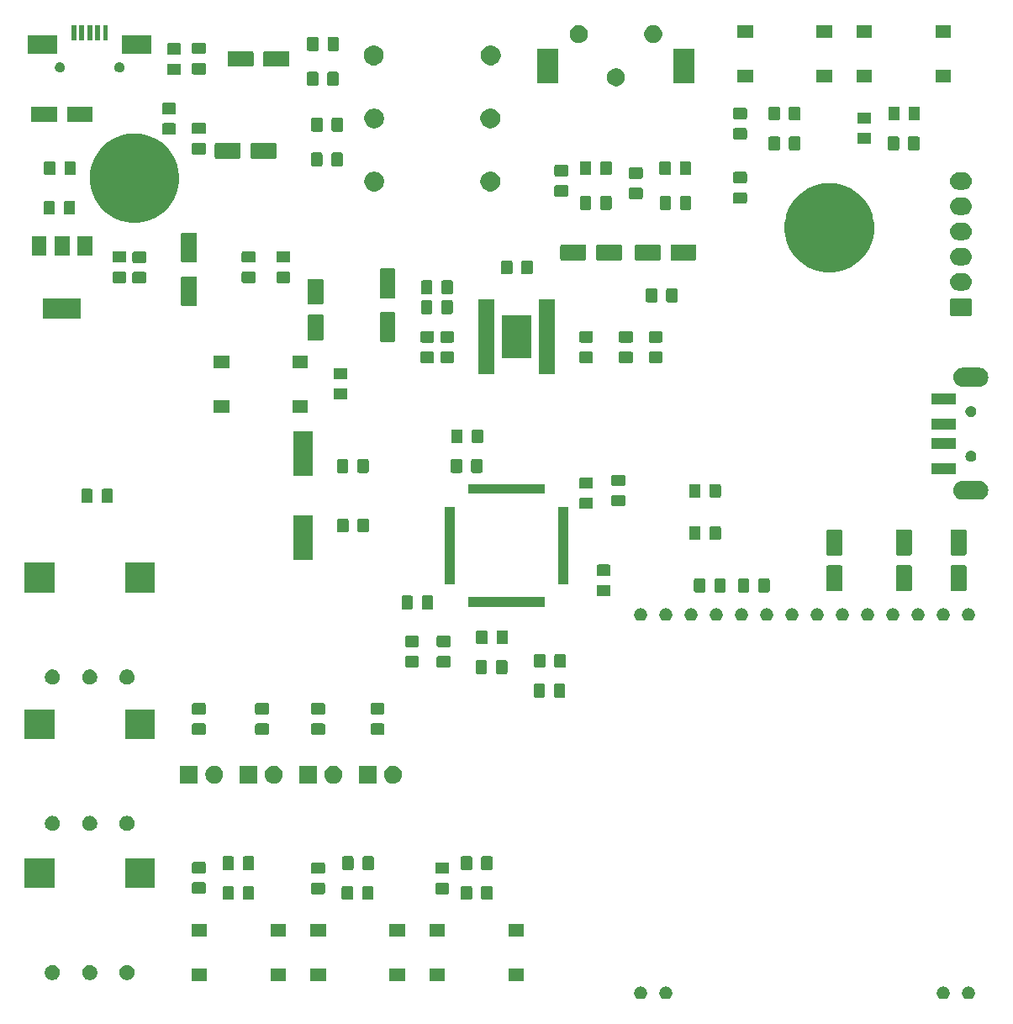
<source format=gbr>
G04 #@! TF.GenerationSoftware,KiCad,Pcbnew,(5.0.2)-1*
G04 #@! TF.CreationDate,2019-02-13T16:42:22+01:00*
G04 #@! TF.ProjectId,Lab1,4c616231-2e6b-4696-9361-645f70636258,rev?*
G04 #@! TF.SameCoordinates,Original*
G04 #@! TF.FileFunction,Soldermask,Top*
G04 #@! TF.FilePolarity,Negative*
%FSLAX46Y46*%
G04 Gerber Fmt 4.6, Leading zero omitted, Abs format (unit mm)*
G04 Created by KiCad (PCBNEW (5.0.2)-1) date 2019-02-13 16:42:22*
%MOMM*%
%LPD*%
G01*
G04 APERTURE LIST*
%ADD10C,0.100000*%
G04 APERTURE END LIST*
D10*
G36*
X197696681Y-153434594D02*
X197813155Y-153482839D01*
X197917977Y-153552879D01*
X198007121Y-153642023D01*
X198077161Y-153746845D01*
X198125406Y-153863319D01*
X198150000Y-153986964D01*
X198150000Y-154113036D01*
X198125406Y-154236681D01*
X198077161Y-154353155D01*
X198007121Y-154457977D01*
X197917977Y-154547121D01*
X197813155Y-154617161D01*
X197696681Y-154665406D01*
X197573036Y-154690000D01*
X197446964Y-154690000D01*
X197323319Y-154665406D01*
X197206845Y-154617161D01*
X197102023Y-154547121D01*
X197012879Y-154457977D01*
X196942839Y-154353155D01*
X196894594Y-154236681D01*
X196870000Y-154113036D01*
X196870000Y-153986964D01*
X196894594Y-153863319D01*
X196942839Y-153746845D01*
X197012879Y-153642023D01*
X197102023Y-153552879D01*
X197206845Y-153482839D01*
X197323319Y-153434594D01*
X197446964Y-153410000D01*
X197573036Y-153410000D01*
X197696681Y-153434594D01*
X197696681Y-153434594D01*
G37*
G36*
X195156681Y-153434594D02*
X195273155Y-153482839D01*
X195377977Y-153552879D01*
X195467121Y-153642023D01*
X195537161Y-153746845D01*
X195585406Y-153863319D01*
X195610000Y-153986964D01*
X195610000Y-154113036D01*
X195585406Y-154236681D01*
X195537161Y-154353155D01*
X195467121Y-154457977D01*
X195377977Y-154547121D01*
X195273155Y-154617161D01*
X195156681Y-154665406D01*
X195033036Y-154690000D01*
X194906964Y-154690000D01*
X194783319Y-154665406D01*
X194666845Y-154617161D01*
X194562023Y-154547121D01*
X194472879Y-154457977D01*
X194402839Y-154353155D01*
X194354594Y-154236681D01*
X194330000Y-154113036D01*
X194330000Y-153986964D01*
X194354594Y-153863319D01*
X194402839Y-153746845D01*
X194472879Y-153642023D01*
X194562023Y-153552879D01*
X194666845Y-153482839D01*
X194783319Y-153434594D01*
X194906964Y-153410000D01*
X195033036Y-153410000D01*
X195156681Y-153434594D01*
X195156681Y-153434594D01*
G37*
G36*
X167216681Y-153434594D02*
X167333155Y-153482839D01*
X167437977Y-153552879D01*
X167527121Y-153642023D01*
X167597161Y-153746845D01*
X167645406Y-153863319D01*
X167670000Y-153986964D01*
X167670000Y-154113036D01*
X167645406Y-154236681D01*
X167597161Y-154353155D01*
X167527121Y-154457977D01*
X167437977Y-154547121D01*
X167333155Y-154617161D01*
X167216681Y-154665406D01*
X167093036Y-154690000D01*
X166966964Y-154690000D01*
X166843319Y-154665406D01*
X166726845Y-154617161D01*
X166622023Y-154547121D01*
X166532879Y-154457977D01*
X166462839Y-154353155D01*
X166414594Y-154236681D01*
X166390000Y-154113036D01*
X166390000Y-153986964D01*
X166414594Y-153863319D01*
X166462839Y-153746845D01*
X166532879Y-153642023D01*
X166622023Y-153552879D01*
X166726845Y-153482839D01*
X166843319Y-153434594D01*
X166966964Y-153410000D01*
X167093036Y-153410000D01*
X167216681Y-153434594D01*
X167216681Y-153434594D01*
G37*
G36*
X164676681Y-153434594D02*
X164793155Y-153482839D01*
X164897977Y-153552879D01*
X164987121Y-153642023D01*
X165057161Y-153746845D01*
X165105406Y-153863319D01*
X165130000Y-153986964D01*
X165130000Y-154113036D01*
X165105406Y-154236681D01*
X165057161Y-154353155D01*
X164987121Y-154457977D01*
X164897977Y-154547121D01*
X164793155Y-154617161D01*
X164676681Y-154665406D01*
X164553036Y-154690000D01*
X164426964Y-154690000D01*
X164303319Y-154665406D01*
X164186845Y-154617161D01*
X164082023Y-154547121D01*
X163992879Y-154457977D01*
X163922839Y-154353155D01*
X163874594Y-154236681D01*
X163850000Y-154113036D01*
X163850000Y-153986964D01*
X163874594Y-153863319D01*
X163922839Y-153746845D01*
X163992879Y-153642023D01*
X164082023Y-153552879D01*
X164186845Y-153482839D01*
X164303319Y-153434594D01*
X164426964Y-153410000D01*
X164553036Y-153410000D01*
X164676681Y-153434594D01*
X164676681Y-153434594D01*
G37*
G36*
X152750000Y-152900000D02*
X151200000Y-152900000D01*
X151200000Y-151600000D01*
X152750000Y-151600000D01*
X152750000Y-152900000D01*
X152750000Y-152900000D01*
G37*
G36*
X120800000Y-152900000D02*
X119250000Y-152900000D01*
X119250000Y-151600000D01*
X120800000Y-151600000D01*
X120800000Y-152900000D01*
X120800000Y-152900000D01*
G37*
G36*
X128750000Y-152900000D02*
X127200000Y-152900000D01*
X127200000Y-151600000D01*
X128750000Y-151600000D01*
X128750000Y-152900000D01*
X128750000Y-152900000D01*
G37*
G36*
X132800000Y-152900000D02*
X131250000Y-152900000D01*
X131250000Y-151600000D01*
X132800000Y-151600000D01*
X132800000Y-152900000D01*
X132800000Y-152900000D01*
G37*
G36*
X144800000Y-152900000D02*
X143250000Y-152900000D01*
X143250000Y-151600000D01*
X144800000Y-151600000D01*
X144800000Y-152900000D01*
X144800000Y-152900000D01*
G37*
G36*
X140750000Y-152900000D02*
X139200000Y-152900000D01*
X139200000Y-151600000D01*
X140750000Y-151600000D01*
X140750000Y-152900000D01*
X140750000Y-152900000D01*
G37*
G36*
X109173195Y-151257522D02*
X109222267Y-151267283D01*
X109360942Y-151324724D01*
X109485750Y-151408118D01*
X109591882Y-151514250D01*
X109675276Y-151639058D01*
X109732717Y-151777734D01*
X109762000Y-151924948D01*
X109762000Y-152075052D01*
X109732717Y-152222266D01*
X109675276Y-152360942D01*
X109591882Y-152485750D01*
X109485750Y-152591882D01*
X109485747Y-152591884D01*
X109360942Y-152675276D01*
X109222267Y-152732717D01*
X109173195Y-152742478D01*
X109075052Y-152762000D01*
X108924948Y-152762000D01*
X108826805Y-152742478D01*
X108777733Y-152732717D01*
X108639058Y-152675276D01*
X108514253Y-152591884D01*
X108514250Y-152591882D01*
X108408118Y-152485750D01*
X108324724Y-152360942D01*
X108267283Y-152222266D01*
X108238000Y-152075052D01*
X108238000Y-151924948D01*
X108267283Y-151777734D01*
X108324724Y-151639058D01*
X108408118Y-151514250D01*
X108514250Y-151408118D01*
X108639058Y-151324724D01*
X108777733Y-151267283D01*
X108826805Y-151257522D01*
X108924948Y-151238000D01*
X109075052Y-151238000D01*
X109173195Y-151257522D01*
X109173195Y-151257522D01*
G37*
G36*
X112923195Y-151257522D02*
X112972267Y-151267283D01*
X113110942Y-151324724D01*
X113235750Y-151408118D01*
X113341882Y-151514250D01*
X113425276Y-151639058D01*
X113482717Y-151777734D01*
X113512000Y-151924948D01*
X113512000Y-152075052D01*
X113482717Y-152222266D01*
X113425276Y-152360942D01*
X113341882Y-152485750D01*
X113235750Y-152591882D01*
X113235747Y-152591884D01*
X113110942Y-152675276D01*
X112972267Y-152732717D01*
X112923195Y-152742478D01*
X112825052Y-152762000D01*
X112674948Y-152762000D01*
X112576805Y-152742478D01*
X112527733Y-152732717D01*
X112389058Y-152675276D01*
X112264253Y-152591884D01*
X112264250Y-152591882D01*
X112158118Y-152485750D01*
X112074724Y-152360942D01*
X112017283Y-152222266D01*
X111988000Y-152075052D01*
X111988000Y-151924948D01*
X112017283Y-151777734D01*
X112074724Y-151639058D01*
X112158118Y-151514250D01*
X112264250Y-151408118D01*
X112389058Y-151324724D01*
X112527733Y-151267283D01*
X112576805Y-151257522D01*
X112674948Y-151238000D01*
X112825052Y-151238000D01*
X112923195Y-151257522D01*
X112923195Y-151257522D01*
G37*
G36*
X105423195Y-151257522D02*
X105472267Y-151267283D01*
X105610942Y-151324724D01*
X105735750Y-151408118D01*
X105841882Y-151514250D01*
X105925276Y-151639058D01*
X105982717Y-151777734D01*
X106012000Y-151924948D01*
X106012000Y-152075052D01*
X105982717Y-152222266D01*
X105925276Y-152360942D01*
X105841882Y-152485750D01*
X105735750Y-152591882D01*
X105735747Y-152591884D01*
X105610942Y-152675276D01*
X105472267Y-152732717D01*
X105423195Y-152742478D01*
X105325052Y-152762000D01*
X105174948Y-152762000D01*
X105076805Y-152742478D01*
X105027733Y-152732717D01*
X104889058Y-152675276D01*
X104764253Y-152591884D01*
X104764250Y-152591882D01*
X104658118Y-152485750D01*
X104574724Y-152360942D01*
X104517283Y-152222266D01*
X104488000Y-152075052D01*
X104488000Y-151924948D01*
X104517283Y-151777734D01*
X104574724Y-151639058D01*
X104658118Y-151514250D01*
X104764250Y-151408118D01*
X104889058Y-151324724D01*
X105027733Y-151267283D01*
X105076805Y-151257522D01*
X105174948Y-151238000D01*
X105325052Y-151238000D01*
X105423195Y-151257522D01*
X105423195Y-151257522D01*
G37*
G36*
X144800000Y-148400000D02*
X143250000Y-148400000D01*
X143250000Y-147100000D01*
X144800000Y-147100000D01*
X144800000Y-148400000D01*
X144800000Y-148400000D01*
G37*
G36*
X132800000Y-148400000D02*
X131250000Y-148400000D01*
X131250000Y-147100000D01*
X132800000Y-147100000D01*
X132800000Y-148400000D01*
X132800000Y-148400000D01*
G37*
G36*
X140750000Y-148400000D02*
X139200000Y-148400000D01*
X139200000Y-147100000D01*
X140750000Y-147100000D01*
X140750000Y-148400000D01*
X140750000Y-148400000D01*
G37*
G36*
X152750000Y-148400000D02*
X151200000Y-148400000D01*
X151200000Y-147100000D01*
X152750000Y-147100000D01*
X152750000Y-148400000D01*
X152750000Y-148400000D01*
G37*
G36*
X128750000Y-148400000D02*
X127200000Y-148400000D01*
X127200000Y-147100000D01*
X128750000Y-147100000D01*
X128750000Y-148400000D01*
X128750000Y-148400000D01*
G37*
G36*
X120800000Y-148400000D02*
X119250000Y-148400000D01*
X119250000Y-147100000D01*
X120800000Y-147100000D01*
X120800000Y-148400000D01*
X120800000Y-148400000D01*
G37*
G36*
X147380522Y-143304039D02*
X147414053Y-143314211D01*
X147444960Y-143330731D01*
X147472043Y-143352957D01*
X147494269Y-143380040D01*
X147510789Y-143410947D01*
X147520961Y-143444478D01*
X147525000Y-143485487D01*
X147525000Y-144514513D01*
X147520961Y-144555522D01*
X147510789Y-144589053D01*
X147494269Y-144619960D01*
X147472043Y-144647043D01*
X147444960Y-144669269D01*
X147414053Y-144685789D01*
X147380522Y-144695961D01*
X147339513Y-144700000D01*
X146560487Y-144700000D01*
X146519478Y-144695961D01*
X146485947Y-144685789D01*
X146455040Y-144669269D01*
X146427957Y-144647043D01*
X146405731Y-144619960D01*
X146389211Y-144589053D01*
X146379039Y-144555522D01*
X146375000Y-144514513D01*
X146375000Y-143485487D01*
X146379039Y-143444478D01*
X146389211Y-143410947D01*
X146405731Y-143380040D01*
X146427957Y-143352957D01*
X146455040Y-143330731D01*
X146485947Y-143314211D01*
X146519478Y-143304039D01*
X146560487Y-143300000D01*
X147339513Y-143300000D01*
X147380522Y-143304039D01*
X147380522Y-143304039D01*
G37*
G36*
X123380522Y-143304039D02*
X123414053Y-143314211D01*
X123444960Y-143330731D01*
X123472043Y-143352957D01*
X123494269Y-143380040D01*
X123510789Y-143410947D01*
X123520961Y-143444478D01*
X123525000Y-143485487D01*
X123525000Y-144514513D01*
X123520961Y-144555522D01*
X123510789Y-144589053D01*
X123494269Y-144619960D01*
X123472043Y-144647043D01*
X123444960Y-144669269D01*
X123414053Y-144685789D01*
X123380522Y-144695961D01*
X123339513Y-144700000D01*
X122560487Y-144700000D01*
X122519478Y-144695961D01*
X122485947Y-144685789D01*
X122455040Y-144669269D01*
X122427957Y-144647043D01*
X122405731Y-144619960D01*
X122389211Y-144589053D01*
X122379039Y-144555522D01*
X122375000Y-144514513D01*
X122375000Y-143485487D01*
X122379039Y-143444478D01*
X122389211Y-143410947D01*
X122405731Y-143380040D01*
X122427957Y-143352957D01*
X122455040Y-143330731D01*
X122485947Y-143314211D01*
X122519478Y-143304039D01*
X122560487Y-143300000D01*
X123339513Y-143300000D01*
X123380522Y-143304039D01*
X123380522Y-143304039D01*
G37*
G36*
X125430522Y-143304039D02*
X125464053Y-143314211D01*
X125494960Y-143330731D01*
X125522043Y-143352957D01*
X125544269Y-143380040D01*
X125560789Y-143410947D01*
X125570961Y-143444478D01*
X125575000Y-143485487D01*
X125575000Y-144514513D01*
X125570961Y-144555522D01*
X125560789Y-144589053D01*
X125544269Y-144619960D01*
X125522043Y-144647043D01*
X125494960Y-144669269D01*
X125464053Y-144685789D01*
X125430522Y-144695961D01*
X125389513Y-144700000D01*
X124610487Y-144700000D01*
X124569478Y-144695961D01*
X124535947Y-144685789D01*
X124505040Y-144669269D01*
X124477957Y-144647043D01*
X124455731Y-144619960D01*
X124439211Y-144589053D01*
X124429039Y-144555522D01*
X124425000Y-144514513D01*
X124425000Y-143485487D01*
X124429039Y-143444478D01*
X124439211Y-143410947D01*
X124455731Y-143380040D01*
X124477957Y-143352957D01*
X124505040Y-143330731D01*
X124535947Y-143314211D01*
X124569478Y-143304039D01*
X124610487Y-143300000D01*
X125389513Y-143300000D01*
X125430522Y-143304039D01*
X125430522Y-143304039D01*
G37*
G36*
X135380522Y-143304039D02*
X135414053Y-143314211D01*
X135444960Y-143330731D01*
X135472043Y-143352957D01*
X135494269Y-143380040D01*
X135510789Y-143410947D01*
X135520961Y-143444478D01*
X135525000Y-143485487D01*
X135525000Y-144514513D01*
X135520961Y-144555522D01*
X135510789Y-144589053D01*
X135494269Y-144619960D01*
X135472043Y-144647043D01*
X135444960Y-144669269D01*
X135414053Y-144685789D01*
X135380522Y-144695961D01*
X135339513Y-144700000D01*
X134560487Y-144700000D01*
X134519478Y-144695961D01*
X134485947Y-144685789D01*
X134455040Y-144669269D01*
X134427957Y-144647043D01*
X134405731Y-144619960D01*
X134389211Y-144589053D01*
X134379039Y-144555522D01*
X134375000Y-144514513D01*
X134375000Y-143485487D01*
X134379039Y-143444478D01*
X134389211Y-143410947D01*
X134405731Y-143380040D01*
X134427957Y-143352957D01*
X134455040Y-143330731D01*
X134485947Y-143314211D01*
X134519478Y-143304039D01*
X134560487Y-143300000D01*
X135339513Y-143300000D01*
X135380522Y-143304039D01*
X135380522Y-143304039D01*
G37*
G36*
X149430522Y-143304039D02*
X149464053Y-143314211D01*
X149494960Y-143330731D01*
X149522043Y-143352957D01*
X149544269Y-143380040D01*
X149560789Y-143410947D01*
X149570961Y-143444478D01*
X149575000Y-143485487D01*
X149575000Y-144514513D01*
X149570961Y-144555522D01*
X149560789Y-144589053D01*
X149544269Y-144619960D01*
X149522043Y-144647043D01*
X149494960Y-144669269D01*
X149464053Y-144685789D01*
X149430522Y-144695961D01*
X149389513Y-144700000D01*
X148610487Y-144700000D01*
X148569478Y-144695961D01*
X148535947Y-144685789D01*
X148505040Y-144669269D01*
X148477957Y-144647043D01*
X148455731Y-144619960D01*
X148439211Y-144589053D01*
X148429039Y-144555522D01*
X148425000Y-144514513D01*
X148425000Y-143485487D01*
X148429039Y-143444478D01*
X148439211Y-143410947D01*
X148455731Y-143380040D01*
X148477957Y-143352957D01*
X148505040Y-143330731D01*
X148535947Y-143314211D01*
X148569478Y-143304039D01*
X148610487Y-143300000D01*
X149389513Y-143300000D01*
X149430522Y-143304039D01*
X149430522Y-143304039D01*
G37*
G36*
X137430522Y-143304039D02*
X137464053Y-143314211D01*
X137494960Y-143330731D01*
X137522043Y-143352957D01*
X137544269Y-143380040D01*
X137560789Y-143410947D01*
X137570961Y-143444478D01*
X137575000Y-143485487D01*
X137575000Y-144514513D01*
X137570961Y-144555522D01*
X137560789Y-144589053D01*
X137544269Y-144619960D01*
X137522043Y-144647043D01*
X137494960Y-144669269D01*
X137464053Y-144685789D01*
X137430522Y-144695961D01*
X137389513Y-144700000D01*
X136610487Y-144700000D01*
X136569478Y-144695961D01*
X136535947Y-144685789D01*
X136505040Y-144669269D01*
X136477957Y-144647043D01*
X136455731Y-144619960D01*
X136439211Y-144589053D01*
X136429039Y-144555522D01*
X136425000Y-144514513D01*
X136425000Y-143485487D01*
X136429039Y-143444478D01*
X136439211Y-143410947D01*
X136455731Y-143380040D01*
X136477957Y-143352957D01*
X136505040Y-143330731D01*
X136535947Y-143314211D01*
X136569478Y-143304039D01*
X136610487Y-143300000D01*
X137389513Y-143300000D01*
X137430522Y-143304039D01*
X137430522Y-143304039D01*
G37*
G36*
X145055522Y-142979039D02*
X145089053Y-142989211D01*
X145119960Y-143005731D01*
X145147043Y-143027957D01*
X145169269Y-143055040D01*
X145185789Y-143085947D01*
X145195961Y-143119478D01*
X145200000Y-143160487D01*
X145200000Y-143939513D01*
X145195961Y-143980522D01*
X145185789Y-144014053D01*
X145169269Y-144044960D01*
X145147043Y-144072043D01*
X145119960Y-144094269D01*
X145089053Y-144110789D01*
X145055522Y-144120961D01*
X145014513Y-144125000D01*
X143985487Y-144125000D01*
X143944478Y-144120961D01*
X143910947Y-144110789D01*
X143880040Y-144094269D01*
X143852957Y-144072043D01*
X143830731Y-144044960D01*
X143814211Y-144014053D01*
X143804039Y-143980522D01*
X143800000Y-143939513D01*
X143800000Y-143160487D01*
X143804039Y-143119478D01*
X143814211Y-143085947D01*
X143830731Y-143055040D01*
X143852957Y-143027957D01*
X143880040Y-143005731D01*
X143910947Y-142989211D01*
X143944478Y-142979039D01*
X143985487Y-142975000D01*
X145014513Y-142975000D01*
X145055522Y-142979039D01*
X145055522Y-142979039D01*
G37*
G36*
X132555522Y-142979039D02*
X132589053Y-142989211D01*
X132619960Y-143005731D01*
X132647043Y-143027957D01*
X132669269Y-143055040D01*
X132685789Y-143085947D01*
X132695961Y-143119478D01*
X132700000Y-143160487D01*
X132700000Y-143939513D01*
X132695961Y-143980522D01*
X132685789Y-144014053D01*
X132669269Y-144044960D01*
X132647043Y-144072043D01*
X132619960Y-144094269D01*
X132589053Y-144110789D01*
X132555522Y-144120961D01*
X132514513Y-144125000D01*
X131485487Y-144125000D01*
X131444478Y-144120961D01*
X131410947Y-144110789D01*
X131380040Y-144094269D01*
X131352957Y-144072043D01*
X131330731Y-144044960D01*
X131314211Y-144014053D01*
X131304039Y-143980522D01*
X131300000Y-143939513D01*
X131300000Y-143160487D01*
X131304039Y-143119478D01*
X131314211Y-143085947D01*
X131330731Y-143055040D01*
X131352957Y-143027957D01*
X131380040Y-143005731D01*
X131410947Y-142989211D01*
X131444478Y-142979039D01*
X131485487Y-142975000D01*
X132514513Y-142975000D01*
X132555522Y-142979039D01*
X132555522Y-142979039D01*
G37*
G36*
X120555522Y-142929039D02*
X120589053Y-142939211D01*
X120619960Y-142955731D01*
X120647043Y-142977957D01*
X120669269Y-143005040D01*
X120685789Y-143035947D01*
X120695961Y-143069478D01*
X120700000Y-143110487D01*
X120700000Y-143889513D01*
X120695961Y-143930522D01*
X120685789Y-143964053D01*
X120669269Y-143994960D01*
X120647043Y-144022043D01*
X120619960Y-144044269D01*
X120589053Y-144060789D01*
X120555522Y-144070961D01*
X120514513Y-144075000D01*
X119485487Y-144075000D01*
X119444478Y-144070961D01*
X119410947Y-144060789D01*
X119380040Y-144044269D01*
X119352957Y-144022043D01*
X119330731Y-143994960D01*
X119314211Y-143964053D01*
X119304039Y-143930522D01*
X119300000Y-143889513D01*
X119300000Y-143110487D01*
X119304039Y-143069478D01*
X119314211Y-143035947D01*
X119330731Y-143005040D01*
X119352957Y-142977957D01*
X119380040Y-142955731D01*
X119410947Y-142939211D01*
X119444478Y-142929039D01*
X119485487Y-142925000D01*
X120514513Y-142925000D01*
X120555522Y-142929039D01*
X120555522Y-142929039D01*
G37*
G36*
X115550000Y-143500000D02*
X112550000Y-143500000D01*
X112550000Y-140500000D01*
X115550000Y-140500000D01*
X115550000Y-143500000D01*
X115550000Y-143500000D01*
G37*
G36*
X105450000Y-143500000D02*
X102450000Y-143500000D01*
X102450000Y-140500000D01*
X105450000Y-140500000D01*
X105450000Y-143500000D01*
X105450000Y-143500000D01*
G37*
G36*
X145055522Y-140929039D02*
X145089053Y-140939211D01*
X145119960Y-140955731D01*
X145147043Y-140977957D01*
X145169269Y-141005040D01*
X145185789Y-141035947D01*
X145195961Y-141069478D01*
X145200000Y-141110487D01*
X145200000Y-141889513D01*
X145195961Y-141930522D01*
X145185789Y-141964053D01*
X145169269Y-141994960D01*
X145147043Y-142022043D01*
X145119960Y-142044269D01*
X145089053Y-142060789D01*
X145055522Y-142070961D01*
X145014513Y-142075000D01*
X143985487Y-142075000D01*
X143944478Y-142070961D01*
X143910947Y-142060789D01*
X143880040Y-142044269D01*
X143852957Y-142022043D01*
X143830731Y-141994960D01*
X143814211Y-141964053D01*
X143804039Y-141930522D01*
X143800000Y-141889513D01*
X143800000Y-141110487D01*
X143804039Y-141069478D01*
X143814211Y-141035947D01*
X143830731Y-141005040D01*
X143852957Y-140977957D01*
X143880040Y-140955731D01*
X143910947Y-140939211D01*
X143944478Y-140929039D01*
X143985487Y-140925000D01*
X145014513Y-140925000D01*
X145055522Y-140929039D01*
X145055522Y-140929039D01*
G37*
G36*
X132555522Y-140929039D02*
X132589053Y-140939211D01*
X132619960Y-140955731D01*
X132647043Y-140977957D01*
X132669269Y-141005040D01*
X132685789Y-141035947D01*
X132695961Y-141069478D01*
X132700000Y-141110487D01*
X132700000Y-141889513D01*
X132695961Y-141930522D01*
X132685789Y-141964053D01*
X132669269Y-141994960D01*
X132647043Y-142022043D01*
X132619960Y-142044269D01*
X132589053Y-142060789D01*
X132555522Y-142070961D01*
X132514513Y-142075000D01*
X131485487Y-142075000D01*
X131444478Y-142070961D01*
X131410947Y-142060789D01*
X131380040Y-142044269D01*
X131352957Y-142022043D01*
X131330731Y-141994960D01*
X131314211Y-141964053D01*
X131304039Y-141930522D01*
X131300000Y-141889513D01*
X131300000Y-141110487D01*
X131304039Y-141069478D01*
X131314211Y-141035947D01*
X131330731Y-141005040D01*
X131352957Y-140977957D01*
X131380040Y-140955731D01*
X131410947Y-140939211D01*
X131444478Y-140929039D01*
X131485487Y-140925000D01*
X132514513Y-140925000D01*
X132555522Y-140929039D01*
X132555522Y-140929039D01*
G37*
G36*
X120555522Y-140879039D02*
X120589053Y-140889211D01*
X120619960Y-140905731D01*
X120647043Y-140927957D01*
X120669269Y-140955040D01*
X120685789Y-140985947D01*
X120695961Y-141019478D01*
X120700000Y-141060487D01*
X120700000Y-141839513D01*
X120695961Y-141880522D01*
X120685789Y-141914053D01*
X120669269Y-141944960D01*
X120647043Y-141972043D01*
X120619960Y-141994269D01*
X120589053Y-142010789D01*
X120555522Y-142020961D01*
X120514513Y-142025000D01*
X119485487Y-142025000D01*
X119444478Y-142020961D01*
X119410947Y-142010789D01*
X119380040Y-141994269D01*
X119352957Y-141972043D01*
X119330731Y-141944960D01*
X119314211Y-141914053D01*
X119304039Y-141880522D01*
X119300000Y-141839513D01*
X119300000Y-141060487D01*
X119304039Y-141019478D01*
X119314211Y-140985947D01*
X119330731Y-140955040D01*
X119352957Y-140927957D01*
X119380040Y-140905731D01*
X119410947Y-140889211D01*
X119444478Y-140879039D01*
X119485487Y-140875000D01*
X120514513Y-140875000D01*
X120555522Y-140879039D01*
X120555522Y-140879039D01*
G37*
G36*
X125430522Y-140304039D02*
X125464053Y-140314211D01*
X125494960Y-140330731D01*
X125522043Y-140352957D01*
X125544269Y-140380040D01*
X125560789Y-140410947D01*
X125570961Y-140444478D01*
X125575000Y-140485487D01*
X125575000Y-141514513D01*
X125570961Y-141555522D01*
X125560789Y-141589053D01*
X125544269Y-141619960D01*
X125522043Y-141647043D01*
X125494960Y-141669269D01*
X125464053Y-141685789D01*
X125430522Y-141695961D01*
X125389513Y-141700000D01*
X124610487Y-141700000D01*
X124569478Y-141695961D01*
X124535947Y-141685789D01*
X124505040Y-141669269D01*
X124477957Y-141647043D01*
X124455731Y-141619960D01*
X124439211Y-141589053D01*
X124429039Y-141555522D01*
X124425000Y-141514513D01*
X124425000Y-140485487D01*
X124429039Y-140444478D01*
X124439211Y-140410947D01*
X124455731Y-140380040D01*
X124477957Y-140352957D01*
X124505040Y-140330731D01*
X124535947Y-140314211D01*
X124569478Y-140304039D01*
X124610487Y-140300000D01*
X125389513Y-140300000D01*
X125430522Y-140304039D01*
X125430522Y-140304039D01*
G37*
G36*
X123380522Y-140304039D02*
X123414053Y-140314211D01*
X123444960Y-140330731D01*
X123472043Y-140352957D01*
X123494269Y-140380040D01*
X123510789Y-140410947D01*
X123520961Y-140444478D01*
X123525000Y-140485487D01*
X123525000Y-141514513D01*
X123520961Y-141555522D01*
X123510789Y-141589053D01*
X123494269Y-141619960D01*
X123472043Y-141647043D01*
X123444960Y-141669269D01*
X123414053Y-141685789D01*
X123380522Y-141695961D01*
X123339513Y-141700000D01*
X122560487Y-141700000D01*
X122519478Y-141695961D01*
X122485947Y-141685789D01*
X122455040Y-141669269D01*
X122427957Y-141647043D01*
X122405731Y-141619960D01*
X122389211Y-141589053D01*
X122379039Y-141555522D01*
X122375000Y-141514513D01*
X122375000Y-140485487D01*
X122379039Y-140444478D01*
X122389211Y-140410947D01*
X122405731Y-140380040D01*
X122427957Y-140352957D01*
X122455040Y-140330731D01*
X122485947Y-140314211D01*
X122519478Y-140304039D01*
X122560487Y-140300000D01*
X123339513Y-140300000D01*
X123380522Y-140304039D01*
X123380522Y-140304039D01*
G37*
G36*
X135430522Y-140304039D02*
X135464053Y-140314211D01*
X135494960Y-140330731D01*
X135522043Y-140352957D01*
X135544269Y-140380040D01*
X135560789Y-140410947D01*
X135570961Y-140444478D01*
X135575000Y-140485487D01*
X135575000Y-141514513D01*
X135570961Y-141555522D01*
X135560789Y-141589053D01*
X135544269Y-141619960D01*
X135522043Y-141647043D01*
X135494960Y-141669269D01*
X135464053Y-141685789D01*
X135430522Y-141695961D01*
X135389513Y-141700000D01*
X134610487Y-141700000D01*
X134569478Y-141695961D01*
X134535947Y-141685789D01*
X134505040Y-141669269D01*
X134477957Y-141647043D01*
X134455731Y-141619960D01*
X134439211Y-141589053D01*
X134429039Y-141555522D01*
X134425000Y-141514513D01*
X134425000Y-140485487D01*
X134429039Y-140444478D01*
X134439211Y-140410947D01*
X134455731Y-140380040D01*
X134477957Y-140352957D01*
X134505040Y-140330731D01*
X134535947Y-140314211D01*
X134569478Y-140304039D01*
X134610487Y-140300000D01*
X135389513Y-140300000D01*
X135430522Y-140304039D01*
X135430522Y-140304039D01*
G37*
G36*
X147380522Y-140304039D02*
X147414053Y-140314211D01*
X147444960Y-140330731D01*
X147472043Y-140352957D01*
X147494269Y-140380040D01*
X147510789Y-140410947D01*
X147520961Y-140444478D01*
X147525000Y-140485487D01*
X147525000Y-141514513D01*
X147520961Y-141555522D01*
X147510789Y-141589053D01*
X147494269Y-141619960D01*
X147472043Y-141647043D01*
X147444960Y-141669269D01*
X147414053Y-141685789D01*
X147380522Y-141695961D01*
X147339513Y-141700000D01*
X146560487Y-141700000D01*
X146519478Y-141695961D01*
X146485947Y-141685789D01*
X146455040Y-141669269D01*
X146427957Y-141647043D01*
X146405731Y-141619960D01*
X146389211Y-141589053D01*
X146379039Y-141555522D01*
X146375000Y-141514513D01*
X146375000Y-140485487D01*
X146379039Y-140444478D01*
X146389211Y-140410947D01*
X146405731Y-140380040D01*
X146427957Y-140352957D01*
X146455040Y-140330731D01*
X146485947Y-140314211D01*
X146519478Y-140304039D01*
X146560487Y-140300000D01*
X147339513Y-140300000D01*
X147380522Y-140304039D01*
X147380522Y-140304039D01*
G37*
G36*
X137480522Y-140304039D02*
X137514053Y-140314211D01*
X137544960Y-140330731D01*
X137572043Y-140352957D01*
X137594269Y-140380040D01*
X137610789Y-140410947D01*
X137620961Y-140444478D01*
X137625000Y-140485487D01*
X137625000Y-141514513D01*
X137620961Y-141555522D01*
X137610789Y-141589053D01*
X137594269Y-141619960D01*
X137572043Y-141647043D01*
X137544960Y-141669269D01*
X137514053Y-141685789D01*
X137480522Y-141695961D01*
X137439513Y-141700000D01*
X136660487Y-141700000D01*
X136619478Y-141695961D01*
X136585947Y-141685789D01*
X136555040Y-141669269D01*
X136527957Y-141647043D01*
X136505731Y-141619960D01*
X136489211Y-141589053D01*
X136479039Y-141555522D01*
X136475000Y-141514513D01*
X136475000Y-140485487D01*
X136479039Y-140444478D01*
X136489211Y-140410947D01*
X136505731Y-140380040D01*
X136527957Y-140352957D01*
X136555040Y-140330731D01*
X136585947Y-140314211D01*
X136619478Y-140304039D01*
X136660487Y-140300000D01*
X137439513Y-140300000D01*
X137480522Y-140304039D01*
X137480522Y-140304039D01*
G37*
G36*
X149430522Y-140304039D02*
X149464053Y-140314211D01*
X149494960Y-140330731D01*
X149522043Y-140352957D01*
X149544269Y-140380040D01*
X149560789Y-140410947D01*
X149570961Y-140444478D01*
X149575000Y-140485487D01*
X149575000Y-141514513D01*
X149570961Y-141555522D01*
X149560789Y-141589053D01*
X149544269Y-141619960D01*
X149522043Y-141647043D01*
X149494960Y-141669269D01*
X149464053Y-141685789D01*
X149430522Y-141695961D01*
X149389513Y-141700000D01*
X148610487Y-141700000D01*
X148569478Y-141695961D01*
X148535947Y-141685789D01*
X148505040Y-141669269D01*
X148477957Y-141647043D01*
X148455731Y-141619960D01*
X148439211Y-141589053D01*
X148429039Y-141555522D01*
X148425000Y-141514513D01*
X148425000Y-140485487D01*
X148429039Y-140444478D01*
X148439211Y-140410947D01*
X148455731Y-140380040D01*
X148477957Y-140352957D01*
X148505040Y-140330731D01*
X148535947Y-140314211D01*
X148569478Y-140304039D01*
X148610487Y-140300000D01*
X149389513Y-140300000D01*
X149430522Y-140304039D01*
X149430522Y-140304039D01*
G37*
G36*
X105423195Y-136257522D02*
X105472267Y-136267283D01*
X105610942Y-136324724D01*
X105735750Y-136408118D01*
X105841882Y-136514250D01*
X105925276Y-136639058D01*
X105982717Y-136777734D01*
X106012000Y-136924948D01*
X106012000Y-137075052D01*
X105982717Y-137222266D01*
X105925276Y-137360942D01*
X105841882Y-137485750D01*
X105735750Y-137591882D01*
X105735747Y-137591884D01*
X105610942Y-137675276D01*
X105472267Y-137732717D01*
X105423195Y-137742478D01*
X105325052Y-137762000D01*
X105174948Y-137762000D01*
X105076805Y-137742478D01*
X105027733Y-137732717D01*
X104889058Y-137675276D01*
X104764253Y-137591884D01*
X104764250Y-137591882D01*
X104658118Y-137485750D01*
X104574724Y-137360942D01*
X104517283Y-137222266D01*
X104488000Y-137075052D01*
X104488000Y-136924948D01*
X104517283Y-136777734D01*
X104574724Y-136639058D01*
X104658118Y-136514250D01*
X104764250Y-136408118D01*
X104889058Y-136324724D01*
X105027733Y-136267283D01*
X105076805Y-136257522D01*
X105174948Y-136238000D01*
X105325052Y-136238000D01*
X105423195Y-136257522D01*
X105423195Y-136257522D01*
G37*
G36*
X112923195Y-136257522D02*
X112972267Y-136267283D01*
X113110942Y-136324724D01*
X113235750Y-136408118D01*
X113341882Y-136514250D01*
X113425276Y-136639058D01*
X113482717Y-136777734D01*
X113512000Y-136924948D01*
X113512000Y-137075052D01*
X113482717Y-137222266D01*
X113425276Y-137360942D01*
X113341882Y-137485750D01*
X113235750Y-137591882D01*
X113235747Y-137591884D01*
X113110942Y-137675276D01*
X112972267Y-137732717D01*
X112923195Y-137742478D01*
X112825052Y-137762000D01*
X112674948Y-137762000D01*
X112576805Y-137742478D01*
X112527733Y-137732717D01*
X112389058Y-137675276D01*
X112264253Y-137591884D01*
X112264250Y-137591882D01*
X112158118Y-137485750D01*
X112074724Y-137360942D01*
X112017283Y-137222266D01*
X111988000Y-137075052D01*
X111988000Y-136924948D01*
X112017283Y-136777734D01*
X112074724Y-136639058D01*
X112158118Y-136514250D01*
X112264250Y-136408118D01*
X112389058Y-136324724D01*
X112527733Y-136267283D01*
X112576805Y-136257522D01*
X112674948Y-136238000D01*
X112825052Y-136238000D01*
X112923195Y-136257522D01*
X112923195Y-136257522D01*
G37*
G36*
X109173195Y-136257522D02*
X109222267Y-136267283D01*
X109360942Y-136324724D01*
X109485750Y-136408118D01*
X109591882Y-136514250D01*
X109675276Y-136639058D01*
X109732717Y-136777734D01*
X109762000Y-136924948D01*
X109762000Y-137075052D01*
X109732717Y-137222266D01*
X109675276Y-137360942D01*
X109591882Y-137485750D01*
X109485750Y-137591882D01*
X109485747Y-137591884D01*
X109360942Y-137675276D01*
X109222267Y-137732717D01*
X109173195Y-137742478D01*
X109075052Y-137762000D01*
X108924948Y-137762000D01*
X108826805Y-137742478D01*
X108777733Y-137732717D01*
X108639058Y-137675276D01*
X108514253Y-137591884D01*
X108514250Y-137591882D01*
X108408118Y-137485750D01*
X108324724Y-137360942D01*
X108267283Y-137222266D01*
X108238000Y-137075052D01*
X108238000Y-136924948D01*
X108267283Y-136777734D01*
X108324724Y-136639058D01*
X108408118Y-136514250D01*
X108514250Y-136408118D01*
X108639058Y-136324724D01*
X108777733Y-136267283D01*
X108826805Y-136257522D01*
X108924948Y-136238000D01*
X109075052Y-136238000D01*
X109173195Y-136257522D01*
X109173195Y-136257522D01*
G37*
G36*
X125900000Y-132980000D02*
X124100000Y-132980000D01*
X124100000Y-131180000D01*
X125900000Y-131180000D01*
X125900000Y-132980000D01*
X125900000Y-132980000D01*
G37*
G36*
X121802521Y-131214586D02*
X121966309Y-131282429D01*
X122113720Y-131380926D01*
X122239074Y-131506280D01*
X122337571Y-131653691D01*
X122405414Y-131817479D01*
X122440000Y-131991356D01*
X122440000Y-132168644D01*
X122405414Y-132342521D01*
X122337571Y-132506309D01*
X122239074Y-132653720D01*
X122113720Y-132779074D01*
X121966309Y-132877571D01*
X121802521Y-132945414D01*
X121628644Y-132980000D01*
X121451356Y-132980000D01*
X121277479Y-132945414D01*
X121113691Y-132877571D01*
X120966280Y-132779074D01*
X120840926Y-132653720D01*
X120742429Y-132506309D01*
X120674586Y-132342521D01*
X120640000Y-132168644D01*
X120640000Y-131991356D01*
X120674586Y-131817479D01*
X120742429Y-131653691D01*
X120840926Y-131506280D01*
X120966280Y-131380926D01*
X121113691Y-131282429D01*
X121277479Y-131214586D01*
X121451356Y-131180000D01*
X121628644Y-131180000D01*
X121802521Y-131214586D01*
X121802521Y-131214586D01*
G37*
G36*
X119900000Y-132980000D02*
X118100000Y-132980000D01*
X118100000Y-131180000D01*
X119900000Y-131180000D01*
X119900000Y-132980000D01*
X119900000Y-132980000D01*
G37*
G36*
X133802521Y-131214586D02*
X133966309Y-131282429D01*
X134113720Y-131380926D01*
X134239074Y-131506280D01*
X134337571Y-131653691D01*
X134405414Y-131817479D01*
X134440000Y-131991356D01*
X134440000Y-132168644D01*
X134405414Y-132342521D01*
X134337571Y-132506309D01*
X134239074Y-132653720D01*
X134113720Y-132779074D01*
X133966309Y-132877571D01*
X133802521Y-132945414D01*
X133628644Y-132980000D01*
X133451356Y-132980000D01*
X133277479Y-132945414D01*
X133113691Y-132877571D01*
X132966280Y-132779074D01*
X132840926Y-132653720D01*
X132742429Y-132506309D01*
X132674586Y-132342521D01*
X132640000Y-132168644D01*
X132640000Y-131991356D01*
X132674586Y-131817479D01*
X132742429Y-131653691D01*
X132840926Y-131506280D01*
X132966280Y-131380926D01*
X133113691Y-131282429D01*
X133277479Y-131214586D01*
X133451356Y-131180000D01*
X133628644Y-131180000D01*
X133802521Y-131214586D01*
X133802521Y-131214586D01*
G37*
G36*
X127802521Y-131214586D02*
X127966309Y-131282429D01*
X128113720Y-131380926D01*
X128239074Y-131506280D01*
X128337571Y-131653691D01*
X128405414Y-131817479D01*
X128440000Y-131991356D01*
X128440000Y-132168644D01*
X128405414Y-132342521D01*
X128337571Y-132506309D01*
X128239074Y-132653720D01*
X128113720Y-132779074D01*
X127966309Y-132877571D01*
X127802521Y-132945414D01*
X127628644Y-132980000D01*
X127451356Y-132980000D01*
X127277479Y-132945414D01*
X127113691Y-132877571D01*
X126966280Y-132779074D01*
X126840926Y-132653720D01*
X126742429Y-132506309D01*
X126674586Y-132342521D01*
X126640000Y-132168644D01*
X126640000Y-131991356D01*
X126674586Y-131817479D01*
X126742429Y-131653691D01*
X126840926Y-131506280D01*
X126966280Y-131380926D01*
X127113691Y-131282429D01*
X127277479Y-131214586D01*
X127451356Y-131180000D01*
X127628644Y-131180000D01*
X127802521Y-131214586D01*
X127802521Y-131214586D01*
G37*
G36*
X131900000Y-132980000D02*
X130100000Y-132980000D01*
X130100000Y-131180000D01*
X131900000Y-131180000D01*
X131900000Y-132980000D01*
X131900000Y-132980000D01*
G37*
G36*
X137900000Y-132980000D02*
X136100000Y-132980000D01*
X136100000Y-131180000D01*
X137900000Y-131180000D01*
X137900000Y-132980000D01*
X137900000Y-132980000D01*
G37*
G36*
X139802521Y-131214586D02*
X139966309Y-131282429D01*
X140113720Y-131380926D01*
X140239074Y-131506280D01*
X140337571Y-131653691D01*
X140405414Y-131817479D01*
X140440000Y-131991356D01*
X140440000Y-132168644D01*
X140405414Y-132342521D01*
X140337571Y-132506309D01*
X140239074Y-132653720D01*
X140113720Y-132779074D01*
X139966309Y-132877571D01*
X139802521Y-132945414D01*
X139628644Y-132980000D01*
X139451356Y-132980000D01*
X139277479Y-132945414D01*
X139113691Y-132877571D01*
X138966280Y-132779074D01*
X138840926Y-132653720D01*
X138742429Y-132506309D01*
X138674586Y-132342521D01*
X138640000Y-132168644D01*
X138640000Y-131991356D01*
X138674586Y-131817479D01*
X138742429Y-131653691D01*
X138840926Y-131506280D01*
X138966280Y-131380926D01*
X139113691Y-131282429D01*
X139277479Y-131214586D01*
X139451356Y-131180000D01*
X139628644Y-131180000D01*
X139802521Y-131214586D01*
X139802521Y-131214586D01*
G37*
G36*
X105450000Y-128500000D02*
X102450000Y-128500000D01*
X102450000Y-125500000D01*
X105450000Y-125500000D01*
X105450000Y-128500000D01*
X105450000Y-128500000D01*
G37*
G36*
X115550000Y-128500000D02*
X112550000Y-128500000D01*
X112550000Y-125500000D01*
X115550000Y-125500000D01*
X115550000Y-128500000D01*
X115550000Y-128500000D01*
G37*
G36*
X120555522Y-126929039D02*
X120589053Y-126939211D01*
X120619960Y-126955731D01*
X120647043Y-126977957D01*
X120669269Y-127005040D01*
X120685789Y-127035947D01*
X120695961Y-127069478D01*
X120700000Y-127110487D01*
X120700000Y-127889513D01*
X120695961Y-127930522D01*
X120685789Y-127964053D01*
X120669269Y-127994960D01*
X120647043Y-128022043D01*
X120619960Y-128044269D01*
X120589053Y-128060789D01*
X120555522Y-128070961D01*
X120514513Y-128075000D01*
X119485487Y-128075000D01*
X119444478Y-128070961D01*
X119410947Y-128060789D01*
X119380040Y-128044269D01*
X119352957Y-128022043D01*
X119330731Y-127994960D01*
X119314211Y-127964053D01*
X119304039Y-127930522D01*
X119300000Y-127889513D01*
X119300000Y-127110487D01*
X119304039Y-127069478D01*
X119314211Y-127035947D01*
X119330731Y-127005040D01*
X119352957Y-126977957D01*
X119380040Y-126955731D01*
X119410947Y-126939211D01*
X119444478Y-126929039D01*
X119485487Y-126925000D01*
X120514513Y-126925000D01*
X120555522Y-126929039D01*
X120555522Y-126929039D01*
G37*
G36*
X138555522Y-126929039D02*
X138589053Y-126939211D01*
X138619960Y-126955731D01*
X138647043Y-126977957D01*
X138669269Y-127005040D01*
X138685789Y-127035947D01*
X138695961Y-127069478D01*
X138700000Y-127110487D01*
X138700000Y-127889513D01*
X138695961Y-127930522D01*
X138685789Y-127964053D01*
X138669269Y-127994960D01*
X138647043Y-128022043D01*
X138619960Y-128044269D01*
X138589053Y-128060789D01*
X138555522Y-128070961D01*
X138514513Y-128075000D01*
X137485487Y-128075000D01*
X137444478Y-128070961D01*
X137410947Y-128060789D01*
X137380040Y-128044269D01*
X137352957Y-128022043D01*
X137330731Y-127994960D01*
X137314211Y-127964053D01*
X137304039Y-127930522D01*
X137300000Y-127889513D01*
X137300000Y-127110487D01*
X137304039Y-127069478D01*
X137314211Y-127035947D01*
X137330731Y-127005040D01*
X137352957Y-126977957D01*
X137380040Y-126955731D01*
X137410947Y-126939211D01*
X137444478Y-126929039D01*
X137485487Y-126925000D01*
X138514513Y-126925000D01*
X138555522Y-126929039D01*
X138555522Y-126929039D01*
G37*
G36*
X126920522Y-126929039D02*
X126954053Y-126939211D01*
X126984960Y-126955731D01*
X127012043Y-126977957D01*
X127034269Y-127005040D01*
X127050789Y-127035947D01*
X127060961Y-127069478D01*
X127065000Y-127110487D01*
X127065000Y-127889513D01*
X127060961Y-127930522D01*
X127050789Y-127964053D01*
X127034269Y-127994960D01*
X127012043Y-128022043D01*
X126984960Y-128044269D01*
X126954053Y-128060789D01*
X126920522Y-128070961D01*
X126879513Y-128075000D01*
X125850487Y-128075000D01*
X125809478Y-128070961D01*
X125775947Y-128060789D01*
X125745040Y-128044269D01*
X125717957Y-128022043D01*
X125695731Y-127994960D01*
X125679211Y-127964053D01*
X125669039Y-127930522D01*
X125665000Y-127889513D01*
X125665000Y-127110487D01*
X125669039Y-127069478D01*
X125679211Y-127035947D01*
X125695731Y-127005040D01*
X125717957Y-126977957D01*
X125745040Y-126955731D01*
X125775947Y-126939211D01*
X125809478Y-126929039D01*
X125850487Y-126925000D01*
X126879513Y-126925000D01*
X126920522Y-126929039D01*
X126920522Y-126929039D01*
G37*
G36*
X132555522Y-126929039D02*
X132589053Y-126939211D01*
X132619960Y-126955731D01*
X132647043Y-126977957D01*
X132669269Y-127005040D01*
X132685789Y-127035947D01*
X132695961Y-127069478D01*
X132700000Y-127110487D01*
X132700000Y-127889513D01*
X132695961Y-127930522D01*
X132685789Y-127964053D01*
X132669269Y-127994960D01*
X132647043Y-128022043D01*
X132619960Y-128044269D01*
X132589053Y-128060789D01*
X132555522Y-128070961D01*
X132514513Y-128075000D01*
X131485487Y-128075000D01*
X131444478Y-128070961D01*
X131410947Y-128060789D01*
X131380040Y-128044269D01*
X131352957Y-128022043D01*
X131330731Y-127994960D01*
X131314211Y-127964053D01*
X131304039Y-127930522D01*
X131300000Y-127889513D01*
X131300000Y-127110487D01*
X131304039Y-127069478D01*
X131314211Y-127035947D01*
X131330731Y-127005040D01*
X131352957Y-126977957D01*
X131380040Y-126955731D01*
X131410947Y-126939211D01*
X131444478Y-126929039D01*
X131485487Y-126925000D01*
X132514513Y-126925000D01*
X132555522Y-126929039D01*
X132555522Y-126929039D01*
G37*
G36*
X126920522Y-124879039D02*
X126954053Y-124889211D01*
X126984960Y-124905731D01*
X127012043Y-124927957D01*
X127034269Y-124955040D01*
X127050789Y-124985947D01*
X127060961Y-125019478D01*
X127065000Y-125060487D01*
X127065000Y-125839513D01*
X127060961Y-125880522D01*
X127050789Y-125914053D01*
X127034269Y-125944960D01*
X127012043Y-125972043D01*
X126984960Y-125994269D01*
X126954053Y-126010789D01*
X126920522Y-126020961D01*
X126879513Y-126025000D01*
X125850487Y-126025000D01*
X125809478Y-126020961D01*
X125775947Y-126010789D01*
X125745040Y-125994269D01*
X125717957Y-125972043D01*
X125695731Y-125944960D01*
X125679211Y-125914053D01*
X125669039Y-125880522D01*
X125665000Y-125839513D01*
X125665000Y-125060487D01*
X125669039Y-125019478D01*
X125679211Y-124985947D01*
X125695731Y-124955040D01*
X125717957Y-124927957D01*
X125745040Y-124905731D01*
X125775947Y-124889211D01*
X125809478Y-124879039D01*
X125850487Y-124875000D01*
X126879513Y-124875000D01*
X126920522Y-124879039D01*
X126920522Y-124879039D01*
G37*
G36*
X120555522Y-124879039D02*
X120589053Y-124889211D01*
X120619960Y-124905731D01*
X120647043Y-124927957D01*
X120669269Y-124955040D01*
X120685789Y-124985947D01*
X120695961Y-125019478D01*
X120700000Y-125060487D01*
X120700000Y-125839513D01*
X120695961Y-125880522D01*
X120685789Y-125914053D01*
X120669269Y-125944960D01*
X120647043Y-125972043D01*
X120619960Y-125994269D01*
X120589053Y-126010789D01*
X120555522Y-126020961D01*
X120514513Y-126025000D01*
X119485487Y-126025000D01*
X119444478Y-126020961D01*
X119410947Y-126010789D01*
X119380040Y-125994269D01*
X119352957Y-125972043D01*
X119330731Y-125944960D01*
X119314211Y-125914053D01*
X119304039Y-125880522D01*
X119300000Y-125839513D01*
X119300000Y-125060487D01*
X119304039Y-125019478D01*
X119314211Y-124985947D01*
X119330731Y-124955040D01*
X119352957Y-124927957D01*
X119380040Y-124905731D01*
X119410947Y-124889211D01*
X119444478Y-124879039D01*
X119485487Y-124875000D01*
X120514513Y-124875000D01*
X120555522Y-124879039D01*
X120555522Y-124879039D01*
G37*
G36*
X138555522Y-124879039D02*
X138589053Y-124889211D01*
X138619960Y-124905731D01*
X138647043Y-124927957D01*
X138669269Y-124955040D01*
X138685789Y-124985947D01*
X138695961Y-125019478D01*
X138700000Y-125060487D01*
X138700000Y-125839513D01*
X138695961Y-125880522D01*
X138685789Y-125914053D01*
X138669269Y-125944960D01*
X138647043Y-125972043D01*
X138619960Y-125994269D01*
X138589053Y-126010789D01*
X138555522Y-126020961D01*
X138514513Y-126025000D01*
X137485487Y-126025000D01*
X137444478Y-126020961D01*
X137410947Y-126010789D01*
X137380040Y-125994269D01*
X137352957Y-125972043D01*
X137330731Y-125944960D01*
X137314211Y-125914053D01*
X137304039Y-125880522D01*
X137300000Y-125839513D01*
X137300000Y-125060487D01*
X137304039Y-125019478D01*
X137314211Y-124985947D01*
X137330731Y-124955040D01*
X137352957Y-124927957D01*
X137380040Y-124905731D01*
X137410947Y-124889211D01*
X137444478Y-124879039D01*
X137485487Y-124875000D01*
X138514513Y-124875000D01*
X138555522Y-124879039D01*
X138555522Y-124879039D01*
G37*
G36*
X132555522Y-124879039D02*
X132589053Y-124889211D01*
X132619960Y-124905731D01*
X132647043Y-124927957D01*
X132669269Y-124955040D01*
X132685789Y-124985947D01*
X132695961Y-125019478D01*
X132700000Y-125060487D01*
X132700000Y-125839513D01*
X132695961Y-125880522D01*
X132685789Y-125914053D01*
X132669269Y-125944960D01*
X132647043Y-125972043D01*
X132619960Y-125994269D01*
X132589053Y-126010789D01*
X132555522Y-126020961D01*
X132514513Y-126025000D01*
X131485487Y-126025000D01*
X131444478Y-126020961D01*
X131410947Y-126010789D01*
X131380040Y-125994269D01*
X131352957Y-125972043D01*
X131330731Y-125944960D01*
X131314211Y-125914053D01*
X131304039Y-125880522D01*
X131300000Y-125839513D01*
X131300000Y-125060487D01*
X131304039Y-125019478D01*
X131314211Y-124985947D01*
X131330731Y-124955040D01*
X131352957Y-124927957D01*
X131380040Y-124905731D01*
X131410947Y-124889211D01*
X131444478Y-124879039D01*
X131485487Y-124875000D01*
X132514513Y-124875000D01*
X132555522Y-124879039D01*
X132555522Y-124879039D01*
G37*
G36*
X154711397Y-122934601D02*
X154744928Y-122944773D01*
X154775835Y-122961293D01*
X154802918Y-122983519D01*
X154825144Y-123010602D01*
X154841664Y-123041509D01*
X154851836Y-123075040D01*
X154855875Y-123116049D01*
X154855875Y-124145075D01*
X154851836Y-124186084D01*
X154841664Y-124219615D01*
X154825144Y-124250522D01*
X154802918Y-124277605D01*
X154775835Y-124299831D01*
X154744928Y-124316351D01*
X154711397Y-124326523D01*
X154670388Y-124330562D01*
X153891362Y-124330562D01*
X153850353Y-124326523D01*
X153816822Y-124316351D01*
X153785915Y-124299831D01*
X153758832Y-124277605D01*
X153736606Y-124250522D01*
X153720086Y-124219615D01*
X153709914Y-124186084D01*
X153705875Y-124145075D01*
X153705875Y-123116049D01*
X153709914Y-123075040D01*
X153720086Y-123041509D01*
X153736606Y-123010602D01*
X153758832Y-122983519D01*
X153785915Y-122961293D01*
X153816822Y-122944773D01*
X153850353Y-122934601D01*
X153891362Y-122930562D01*
X154670388Y-122930562D01*
X154711397Y-122934601D01*
X154711397Y-122934601D01*
G37*
G36*
X156761397Y-122934601D02*
X156794928Y-122944773D01*
X156825835Y-122961293D01*
X156852918Y-122983519D01*
X156875144Y-123010602D01*
X156891664Y-123041509D01*
X156901836Y-123075040D01*
X156905875Y-123116049D01*
X156905875Y-124145075D01*
X156901836Y-124186084D01*
X156891664Y-124219615D01*
X156875144Y-124250522D01*
X156852918Y-124277605D01*
X156825835Y-124299831D01*
X156794928Y-124316351D01*
X156761397Y-124326523D01*
X156720388Y-124330562D01*
X155941362Y-124330562D01*
X155900353Y-124326523D01*
X155866822Y-124316351D01*
X155835915Y-124299831D01*
X155808832Y-124277605D01*
X155786606Y-124250522D01*
X155770086Y-124219615D01*
X155759914Y-124186084D01*
X155755875Y-124145075D01*
X155755875Y-123116049D01*
X155759914Y-123075040D01*
X155770086Y-123041509D01*
X155786606Y-123010602D01*
X155808832Y-122983519D01*
X155835915Y-122961293D01*
X155866822Y-122944773D01*
X155900353Y-122934601D01*
X155941362Y-122930562D01*
X156720388Y-122930562D01*
X156761397Y-122934601D01*
X156761397Y-122934601D01*
G37*
G36*
X112923195Y-121507522D02*
X112972267Y-121517283D01*
X113110942Y-121574724D01*
X113235750Y-121658118D01*
X113341882Y-121764250D01*
X113341884Y-121764253D01*
X113425276Y-121889058D01*
X113444780Y-121936144D01*
X113482717Y-122027734D01*
X113512000Y-122174948D01*
X113512000Y-122325052D01*
X113482717Y-122472266D01*
X113425276Y-122610942D01*
X113341882Y-122735750D01*
X113235750Y-122841882D01*
X113235747Y-122841884D01*
X113110942Y-122925276D01*
X112972267Y-122982717D01*
X112923195Y-122992478D01*
X112825052Y-123012000D01*
X112674948Y-123012000D01*
X112576805Y-122992478D01*
X112527733Y-122982717D01*
X112389058Y-122925276D01*
X112264253Y-122841884D01*
X112264250Y-122841882D01*
X112158118Y-122735750D01*
X112074724Y-122610942D01*
X112017283Y-122472266D01*
X111988000Y-122325052D01*
X111988000Y-122174948D01*
X112017283Y-122027734D01*
X112055221Y-121936144D01*
X112074724Y-121889058D01*
X112158116Y-121764253D01*
X112158118Y-121764250D01*
X112264250Y-121658118D01*
X112389058Y-121574724D01*
X112527733Y-121517283D01*
X112576805Y-121507522D01*
X112674948Y-121488000D01*
X112825052Y-121488000D01*
X112923195Y-121507522D01*
X112923195Y-121507522D01*
G37*
G36*
X109173195Y-121507522D02*
X109222267Y-121517283D01*
X109360942Y-121574724D01*
X109485750Y-121658118D01*
X109591882Y-121764250D01*
X109591884Y-121764253D01*
X109675276Y-121889058D01*
X109694780Y-121936144D01*
X109732717Y-122027734D01*
X109762000Y-122174948D01*
X109762000Y-122325052D01*
X109732717Y-122472266D01*
X109675276Y-122610942D01*
X109591882Y-122735750D01*
X109485750Y-122841882D01*
X109485747Y-122841884D01*
X109360942Y-122925276D01*
X109222267Y-122982717D01*
X109173195Y-122992478D01*
X109075052Y-123012000D01*
X108924948Y-123012000D01*
X108826805Y-122992478D01*
X108777733Y-122982717D01*
X108639058Y-122925276D01*
X108514253Y-122841884D01*
X108514250Y-122841882D01*
X108408118Y-122735750D01*
X108324724Y-122610942D01*
X108267283Y-122472266D01*
X108238000Y-122325052D01*
X108238000Y-122174948D01*
X108267283Y-122027734D01*
X108305221Y-121936144D01*
X108324724Y-121889058D01*
X108408116Y-121764253D01*
X108408118Y-121764250D01*
X108514250Y-121658118D01*
X108639058Y-121574724D01*
X108777733Y-121517283D01*
X108826805Y-121507522D01*
X108924948Y-121488000D01*
X109075052Y-121488000D01*
X109173195Y-121507522D01*
X109173195Y-121507522D01*
G37*
G36*
X105423195Y-121507522D02*
X105472267Y-121517283D01*
X105610942Y-121574724D01*
X105735750Y-121658118D01*
X105841882Y-121764250D01*
X105841884Y-121764253D01*
X105925276Y-121889058D01*
X105944780Y-121936144D01*
X105982717Y-122027734D01*
X106012000Y-122174948D01*
X106012000Y-122325052D01*
X105982717Y-122472266D01*
X105925276Y-122610942D01*
X105841882Y-122735750D01*
X105735750Y-122841882D01*
X105735747Y-122841884D01*
X105610942Y-122925276D01*
X105472267Y-122982717D01*
X105423195Y-122992478D01*
X105325052Y-123012000D01*
X105174948Y-123012000D01*
X105076805Y-122992478D01*
X105027733Y-122982717D01*
X104889058Y-122925276D01*
X104764253Y-122841884D01*
X104764250Y-122841882D01*
X104658118Y-122735750D01*
X104574724Y-122610942D01*
X104517283Y-122472266D01*
X104488000Y-122325052D01*
X104488000Y-122174948D01*
X104517283Y-122027734D01*
X104555221Y-121936144D01*
X104574724Y-121889058D01*
X104658116Y-121764253D01*
X104658118Y-121764250D01*
X104764250Y-121658118D01*
X104889058Y-121574724D01*
X105027733Y-121517283D01*
X105076805Y-121507522D01*
X105174948Y-121488000D01*
X105325052Y-121488000D01*
X105423195Y-121507522D01*
X105423195Y-121507522D01*
G37*
G36*
X148881753Y-120554394D02*
X148915284Y-120564566D01*
X148946191Y-120581086D01*
X148973274Y-120603312D01*
X148995500Y-120630395D01*
X149012020Y-120661302D01*
X149022192Y-120694833D01*
X149026231Y-120735842D01*
X149026231Y-121764868D01*
X149022192Y-121805877D01*
X149012020Y-121839408D01*
X148995500Y-121870315D01*
X148973274Y-121897398D01*
X148946191Y-121919624D01*
X148915284Y-121936144D01*
X148881753Y-121946316D01*
X148840744Y-121950355D01*
X148061718Y-121950355D01*
X148020709Y-121946316D01*
X147987178Y-121936144D01*
X147956271Y-121919624D01*
X147929188Y-121897398D01*
X147906962Y-121870315D01*
X147890442Y-121839408D01*
X147880270Y-121805877D01*
X147876231Y-121764868D01*
X147876231Y-120735842D01*
X147880270Y-120694833D01*
X147890442Y-120661302D01*
X147906962Y-120630395D01*
X147929188Y-120603312D01*
X147956271Y-120581086D01*
X147987178Y-120564566D01*
X148020709Y-120554394D01*
X148061718Y-120550355D01*
X148840744Y-120550355D01*
X148881753Y-120554394D01*
X148881753Y-120554394D01*
G37*
G36*
X150931753Y-120554394D02*
X150965284Y-120564566D01*
X150996191Y-120581086D01*
X151023274Y-120603312D01*
X151045500Y-120630395D01*
X151062020Y-120661302D01*
X151072192Y-120694833D01*
X151076231Y-120735842D01*
X151076231Y-121764868D01*
X151072192Y-121805877D01*
X151062020Y-121839408D01*
X151045500Y-121870315D01*
X151023274Y-121897398D01*
X150996191Y-121919624D01*
X150965284Y-121936144D01*
X150931753Y-121946316D01*
X150890744Y-121950355D01*
X150111718Y-121950355D01*
X150070709Y-121946316D01*
X150037178Y-121936144D01*
X150006271Y-121919624D01*
X149979188Y-121897398D01*
X149956962Y-121870315D01*
X149940442Y-121839408D01*
X149930270Y-121805877D01*
X149926231Y-121764868D01*
X149926231Y-120735842D01*
X149930270Y-120694833D01*
X149940442Y-120661302D01*
X149956962Y-120630395D01*
X149979188Y-120603312D01*
X150006271Y-120581086D01*
X150037178Y-120564566D01*
X150070709Y-120554394D01*
X150111718Y-120550355D01*
X150890744Y-120550355D01*
X150931753Y-120554394D01*
X150931753Y-120554394D01*
G37*
G36*
X156811397Y-119934601D02*
X156844928Y-119944773D01*
X156875835Y-119961293D01*
X156902918Y-119983519D01*
X156925144Y-120010602D01*
X156941664Y-120041509D01*
X156951836Y-120075040D01*
X156955875Y-120116049D01*
X156955875Y-121145075D01*
X156951836Y-121186084D01*
X156941664Y-121219615D01*
X156925144Y-121250522D01*
X156902918Y-121277605D01*
X156875835Y-121299831D01*
X156844928Y-121316351D01*
X156811397Y-121326523D01*
X156770388Y-121330562D01*
X155991362Y-121330562D01*
X155950353Y-121326523D01*
X155916822Y-121316351D01*
X155885915Y-121299831D01*
X155858832Y-121277605D01*
X155836606Y-121250522D01*
X155820086Y-121219615D01*
X155809914Y-121186084D01*
X155805875Y-121145075D01*
X155805875Y-120116049D01*
X155809914Y-120075040D01*
X155820086Y-120041509D01*
X155836606Y-120010602D01*
X155858832Y-119983519D01*
X155885915Y-119961293D01*
X155916822Y-119944773D01*
X155950353Y-119934601D01*
X155991362Y-119930562D01*
X156770388Y-119930562D01*
X156811397Y-119934601D01*
X156811397Y-119934601D01*
G37*
G36*
X154761397Y-119934601D02*
X154794928Y-119944773D01*
X154825835Y-119961293D01*
X154852918Y-119983519D01*
X154875144Y-120010602D01*
X154891664Y-120041509D01*
X154901836Y-120075040D01*
X154905875Y-120116049D01*
X154905875Y-121145075D01*
X154901836Y-121186084D01*
X154891664Y-121219615D01*
X154875144Y-121250522D01*
X154852918Y-121277605D01*
X154825835Y-121299831D01*
X154794928Y-121316351D01*
X154761397Y-121326523D01*
X154720388Y-121330562D01*
X153941362Y-121330562D01*
X153900353Y-121326523D01*
X153866822Y-121316351D01*
X153835915Y-121299831D01*
X153808832Y-121277605D01*
X153786606Y-121250522D01*
X153770086Y-121219615D01*
X153759914Y-121186084D01*
X153755875Y-121145075D01*
X153755875Y-120116049D01*
X153759914Y-120075040D01*
X153770086Y-120041509D01*
X153786606Y-120010602D01*
X153808832Y-119983519D01*
X153835915Y-119961293D01*
X153866822Y-119944773D01*
X153900353Y-119934601D01*
X153941362Y-119930562D01*
X154720388Y-119930562D01*
X154761397Y-119934601D01*
X154761397Y-119934601D01*
G37*
G36*
X142025522Y-120139039D02*
X142059053Y-120149211D01*
X142089960Y-120165731D01*
X142117043Y-120187957D01*
X142139269Y-120215040D01*
X142155789Y-120245947D01*
X142165961Y-120279478D01*
X142170000Y-120320487D01*
X142170000Y-121099513D01*
X142165961Y-121140522D01*
X142155789Y-121174053D01*
X142139269Y-121204960D01*
X142117043Y-121232043D01*
X142089960Y-121254269D01*
X142059053Y-121270789D01*
X142025522Y-121280961D01*
X141984513Y-121285000D01*
X140955487Y-121285000D01*
X140914478Y-121280961D01*
X140880947Y-121270789D01*
X140850040Y-121254269D01*
X140822957Y-121232043D01*
X140800731Y-121204960D01*
X140784211Y-121174053D01*
X140774039Y-121140522D01*
X140770000Y-121099513D01*
X140770000Y-120320487D01*
X140774039Y-120279478D01*
X140784211Y-120245947D01*
X140800731Y-120215040D01*
X140822957Y-120187957D01*
X140850040Y-120165731D01*
X140880947Y-120149211D01*
X140914478Y-120139039D01*
X140955487Y-120135000D01*
X141984513Y-120135000D01*
X142025522Y-120139039D01*
X142025522Y-120139039D01*
G37*
G36*
X145200522Y-120139039D02*
X145234053Y-120149211D01*
X145264960Y-120165731D01*
X145292043Y-120187957D01*
X145314269Y-120215040D01*
X145330789Y-120245947D01*
X145340961Y-120279478D01*
X145345000Y-120320487D01*
X145345000Y-121099513D01*
X145340961Y-121140522D01*
X145330789Y-121174053D01*
X145314269Y-121204960D01*
X145292043Y-121232043D01*
X145264960Y-121254269D01*
X145234053Y-121270789D01*
X145200522Y-121280961D01*
X145159513Y-121285000D01*
X144130487Y-121285000D01*
X144089478Y-121280961D01*
X144055947Y-121270789D01*
X144025040Y-121254269D01*
X143997957Y-121232043D01*
X143975731Y-121204960D01*
X143959211Y-121174053D01*
X143949039Y-121140522D01*
X143945000Y-121099513D01*
X143945000Y-120320487D01*
X143949039Y-120279478D01*
X143959211Y-120245947D01*
X143975731Y-120215040D01*
X143997957Y-120187957D01*
X144025040Y-120165731D01*
X144055947Y-120149211D01*
X144089478Y-120139039D01*
X144130487Y-120135000D01*
X145159513Y-120135000D01*
X145200522Y-120139039D01*
X145200522Y-120139039D01*
G37*
G36*
X142025522Y-118089039D02*
X142059053Y-118099211D01*
X142089960Y-118115731D01*
X142117043Y-118137957D01*
X142139269Y-118165040D01*
X142155789Y-118195947D01*
X142165961Y-118229478D01*
X142170000Y-118270487D01*
X142170000Y-119049513D01*
X142165961Y-119090522D01*
X142155789Y-119124053D01*
X142139269Y-119154960D01*
X142117043Y-119182043D01*
X142089960Y-119204269D01*
X142059053Y-119220789D01*
X142025522Y-119230961D01*
X141984513Y-119235000D01*
X140955487Y-119235000D01*
X140914478Y-119230961D01*
X140880947Y-119220789D01*
X140850040Y-119204269D01*
X140822957Y-119182043D01*
X140800731Y-119154960D01*
X140784211Y-119124053D01*
X140774039Y-119090522D01*
X140770000Y-119049513D01*
X140770000Y-118270487D01*
X140774039Y-118229478D01*
X140784211Y-118195947D01*
X140800731Y-118165040D01*
X140822957Y-118137957D01*
X140850040Y-118115731D01*
X140880947Y-118099211D01*
X140914478Y-118089039D01*
X140955487Y-118085000D01*
X141984513Y-118085000D01*
X142025522Y-118089039D01*
X142025522Y-118089039D01*
G37*
G36*
X145200522Y-118089039D02*
X145234053Y-118099211D01*
X145264960Y-118115731D01*
X145292043Y-118137957D01*
X145314269Y-118165040D01*
X145330789Y-118195947D01*
X145340961Y-118229478D01*
X145345000Y-118270487D01*
X145345000Y-119049513D01*
X145340961Y-119090522D01*
X145330789Y-119124053D01*
X145314269Y-119154960D01*
X145292043Y-119182043D01*
X145264960Y-119204269D01*
X145234053Y-119220789D01*
X145200522Y-119230961D01*
X145159513Y-119235000D01*
X144130487Y-119235000D01*
X144089478Y-119230961D01*
X144055947Y-119220789D01*
X144025040Y-119204269D01*
X143997957Y-119182043D01*
X143975731Y-119154960D01*
X143959211Y-119124053D01*
X143949039Y-119090522D01*
X143945000Y-119049513D01*
X143945000Y-118270487D01*
X143949039Y-118229478D01*
X143959211Y-118195947D01*
X143975731Y-118165040D01*
X143997957Y-118137957D01*
X144025040Y-118115731D01*
X144055947Y-118099211D01*
X144089478Y-118089039D01*
X144130487Y-118085000D01*
X145159513Y-118085000D01*
X145200522Y-118089039D01*
X145200522Y-118089039D01*
G37*
G36*
X148931753Y-117554394D02*
X148965284Y-117564566D01*
X148996191Y-117581086D01*
X149023274Y-117603312D01*
X149045500Y-117630395D01*
X149062020Y-117661302D01*
X149072192Y-117694833D01*
X149076231Y-117735842D01*
X149076231Y-118764868D01*
X149072192Y-118805877D01*
X149062020Y-118839408D01*
X149045500Y-118870315D01*
X149023274Y-118897398D01*
X148996191Y-118919624D01*
X148965284Y-118936144D01*
X148931753Y-118946316D01*
X148890744Y-118950355D01*
X148111718Y-118950355D01*
X148070709Y-118946316D01*
X148037178Y-118936144D01*
X148006271Y-118919624D01*
X147979188Y-118897398D01*
X147956962Y-118870315D01*
X147940442Y-118839408D01*
X147930270Y-118805877D01*
X147926231Y-118764868D01*
X147926231Y-117735842D01*
X147930270Y-117694833D01*
X147940442Y-117661302D01*
X147956962Y-117630395D01*
X147979188Y-117603312D01*
X148006271Y-117581086D01*
X148037178Y-117564566D01*
X148070709Y-117554394D01*
X148111718Y-117550355D01*
X148890744Y-117550355D01*
X148931753Y-117554394D01*
X148931753Y-117554394D01*
G37*
G36*
X150981753Y-117554394D02*
X151015284Y-117564566D01*
X151046191Y-117581086D01*
X151073274Y-117603312D01*
X151095500Y-117630395D01*
X151112020Y-117661302D01*
X151122192Y-117694833D01*
X151126231Y-117735842D01*
X151126231Y-118764868D01*
X151122192Y-118805877D01*
X151112020Y-118839408D01*
X151095500Y-118870315D01*
X151073274Y-118897398D01*
X151046191Y-118919624D01*
X151015284Y-118936144D01*
X150981753Y-118946316D01*
X150940744Y-118950355D01*
X150161718Y-118950355D01*
X150120709Y-118946316D01*
X150087178Y-118936144D01*
X150056271Y-118919624D01*
X150029188Y-118897398D01*
X150006962Y-118870315D01*
X149990442Y-118839408D01*
X149980270Y-118805877D01*
X149976231Y-118764868D01*
X149976231Y-117735842D01*
X149980270Y-117694833D01*
X149990442Y-117661302D01*
X150006962Y-117630395D01*
X150029188Y-117603312D01*
X150056271Y-117581086D01*
X150087178Y-117564566D01*
X150120709Y-117554394D01*
X150161718Y-117550355D01*
X150940744Y-117550355D01*
X150981753Y-117554394D01*
X150981753Y-117554394D01*
G37*
G36*
X182456681Y-115334594D02*
X182573155Y-115382839D01*
X182677977Y-115452879D01*
X182767121Y-115542023D01*
X182837161Y-115646845D01*
X182885406Y-115763319D01*
X182910000Y-115886964D01*
X182910000Y-116013036D01*
X182885406Y-116136681D01*
X182837161Y-116253155D01*
X182767121Y-116357977D01*
X182677977Y-116447121D01*
X182573155Y-116517161D01*
X182456681Y-116565406D01*
X182333036Y-116590000D01*
X182206964Y-116590000D01*
X182083319Y-116565406D01*
X181966845Y-116517161D01*
X181862023Y-116447121D01*
X181772879Y-116357977D01*
X181702839Y-116253155D01*
X181654594Y-116136681D01*
X181630000Y-116013036D01*
X181630000Y-115886964D01*
X181654594Y-115763319D01*
X181702839Y-115646845D01*
X181772879Y-115542023D01*
X181862023Y-115452879D01*
X181966845Y-115382839D01*
X182083319Y-115334594D01*
X182206964Y-115310000D01*
X182333036Y-115310000D01*
X182456681Y-115334594D01*
X182456681Y-115334594D01*
G37*
G36*
X179916681Y-115334594D02*
X180033155Y-115382839D01*
X180137977Y-115452879D01*
X180227121Y-115542023D01*
X180297161Y-115646845D01*
X180345406Y-115763319D01*
X180370000Y-115886964D01*
X180370000Y-116013036D01*
X180345406Y-116136681D01*
X180297161Y-116253155D01*
X180227121Y-116357977D01*
X180137977Y-116447121D01*
X180033155Y-116517161D01*
X179916681Y-116565406D01*
X179793036Y-116590000D01*
X179666964Y-116590000D01*
X179543319Y-116565406D01*
X179426845Y-116517161D01*
X179322023Y-116447121D01*
X179232879Y-116357977D01*
X179162839Y-116253155D01*
X179114594Y-116136681D01*
X179090000Y-116013036D01*
X179090000Y-115886964D01*
X179114594Y-115763319D01*
X179162839Y-115646845D01*
X179232879Y-115542023D01*
X179322023Y-115452879D01*
X179426845Y-115382839D01*
X179543319Y-115334594D01*
X179666964Y-115310000D01*
X179793036Y-115310000D01*
X179916681Y-115334594D01*
X179916681Y-115334594D01*
G37*
G36*
X197696681Y-115334594D02*
X197813155Y-115382839D01*
X197917977Y-115452879D01*
X198007121Y-115542023D01*
X198077161Y-115646845D01*
X198125406Y-115763319D01*
X198150000Y-115886964D01*
X198150000Y-116013036D01*
X198125406Y-116136681D01*
X198077161Y-116253155D01*
X198007121Y-116357977D01*
X197917977Y-116447121D01*
X197813155Y-116517161D01*
X197696681Y-116565406D01*
X197573036Y-116590000D01*
X197446964Y-116590000D01*
X197323319Y-116565406D01*
X197206845Y-116517161D01*
X197102023Y-116447121D01*
X197012879Y-116357977D01*
X196942839Y-116253155D01*
X196894594Y-116136681D01*
X196870000Y-116013036D01*
X196870000Y-115886964D01*
X196894594Y-115763319D01*
X196942839Y-115646845D01*
X197012879Y-115542023D01*
X197102023Y-115452879D01*
X197206845Y-115382839D01*
X197323319Y-115334594D01*
X197446964Y-115310000D01*
X197573036Y-115310000D01*
X197696681Y-115334594D01*
X197696681Y-115334594D01*
G37*
G36*
X177376681Y-115334594D02*
X177493155Y-115382839D01*
X177597977Y-115452879D01*
X177687121Y-115542023D01*
X177757161Y-115646845D01*
X177805406Y-115763319D01*
X177830000Y-115886964D01*
X177830000Y-116013036D01*
X177805406Y-116136681D01*
X177757161Y-116253155D01*
X177687121Y-116357977D01*
X177597977Y-116447121D01*
X177493155Y-116517161D01*
X177376681Y-116565406D01*
X177253036Y-116590000D01*
X177126964Y-116590000D01*
X177003319Y-116565406D01*
X176886845Y-116517161D01*
X176782023Y-116447121D01*
X176692879Y-116357977D01*
X176622839Y-116253155D01*
X176574594Y-116136681D01*
X176550000Y-116013036D01*
X176550000Y-115886964D01*
X176574594Y-115763319D01*
X176622839Y-115646845D01*
X176692879Y-115542023D01*
X176782023Y-115452879D01*
X176886845Y-115382839D01*
X177003319Y-115334594D01*
X177126964Y-115310000D01*
X177253036Y-115310000D01*
X177376681Y-115334594D01*
X177376681Y-115334594D01*
G37*
G36*
X174836681Y-115334594D02*
X174953155Y-115382839D01*
X175057977Y-115452879D01*
X175147121Y-115542023D01*
X175217161Y-115646845D01*
X175265406Y-115763319D01*
X175290000Y-115886964D01*
X175290000Y-116013036D01*
X175265406Y-116136681D01*
X175217161Y-116253155D01*
X175147121Y-116357977D01*
X175057977Y-116447121D01*
X174953155Y-116517161D01*
X174836681Y-116565406D01*
X174713036Y-116590000D01*
X174586964Y-116590000D01*
X174463319Y-116565406D01*
X174346845Y-116517161D01*
X174242023Y-116447121D01*
X174152879Y-116357977D01*
X174082839Y-116253155D01*
X174034594Y-116136681D01*
X174010000Y-116013036D01*
X174010000Y-115886964D01*
X174034594Y-115763319D01*
X174082839Y-115646845D01*
X174152879Y-115542023D01*
X174242023Y-115452879D01*
X174346845Y-115382839D01*
X174463319Y-115334594D01*
X174586964Y-115310000D01*
X174713036Y-115310000D01*
X174836681Y-115334594D01*
X174836681Y-115334594D01*
G37*
G36*
X172296681Y-115334594D02*
X172413155Y-115382839D01*
X172517977Y-115452879D01*
X172607121Y-115542023D01*
X172677161Y-115646845D01*
X172725406Y-115763319D01*
X172750000Y-115886964D01*
X172750000Y-116013036D01*
X172725406Y-116136681D01*
X172677161Y-116253155D01*
X172607121Y-116357977D01*
X172517977Y-116447121D01*
X172413155Y-116517161D01*
X172296681Y-116565406D01*
X172173036Y-116590000D01*
X172046964Y-116590000D01*
X171923319Y-116565406D01*
X171806845Y-116517161D01*
X171702023Y-116447121D01*
X171612879Y-116357977D01*
X171542839Y-116253155D01*
X171494594Y-116136681D01*
X171470000Y-116013036D01*
X171470000Y-115886964D01*
X171494594Y-115763319D01*
X171542839Y-115646845D01*
X171612879Y-115542023D01*
X171702023Y-115452879D01*
X171806845Y-115382839D01*
X171923319Y-115334594D01*
X172046964Y-115310000D01*
X172173036Y-115310000D01*
X172296681Y-115334594D01*
X172296681Y-115334594D01*
G37*
G36*
X169756681Y-115334594D02*
X169873155Y-115382839D01*
X169977977Y-115452879D01*
X170067121Y-115542023D01*
X170137161Y-115646845D01*
X170185406Y-115763319D01*
X170210000Y-115886964D01*
X170210000Y-116013036D01*
X170185406Y-116136681D01*
X170137161Y-116253155D01*
X170067121Y-116357977D01*
X169977977Y-116447121D01*
X169873155Y-116517161D01*
X169756681Y-116565406D01*
X169633036Y-116590000D01*
X169506964Y-116590000D01*
X169383319Y-116565406D01*
X169266845Y-116517161D01*
X169162023Y-116447121D01*
X169072879Y-116357977D01*
X169002839Y-116253155D01*
X168954594Y-116136681D01*
X168930000Y-116013036D01*
X168930000Y-115886964D01*
X168954594Y-115763319D01*
X169002839Y-115646845D01*
X169072879Y-115542023D01*
X169162023Y-115452879D01*
X169266845Y-115382839D01*
X169383319Y-115334594D01*
X169506964Y-115310000D01*
X169633036Y-115310000D01*
X169756681Y-115334594D01*
X169756681Y-115334594D01*
G37*
G36*
X195156681Y-115334594D02*
X195273155Y-115382839D01*
X195377977Y-115452879D01*
X195467121Y-115542023D01*
X195537161Y-115646845D01*
X195585406Y-115763319D01*
X195610000Y-115886964D01*
X195610000Y-116013036D01*
X195585406Y-116136681D01*
X195537161Y-116253155D01*
X195467121Y-116357977D01*
X195377977Y-116447121D01*
X195273155Y-116517161D01*
X195156681Y-116565406D01*
X195033036Y-116590000D01*
X194906964Y-116590000D01*
X194783319Y-116565406D01*
X194666845Y-116517161D01*
X194562023Y-116447121D01*
X194472879Y-116357977D01*
X194402839Y-116253155D01*
X194354594Y-116136681D01*
X194330000Y-116013036D01*
X194330000Y-115886964D01*
X194354594Y-115763319D01*
X194402839Y-115646845D01*
X194472879Y-115542023D01*
X194562023Y-115452879D01*
X194666845Y-115382839D01*
X194783319Y-115334594D01*
X194906964Y-115310000D01*
X195033036Y-115310000D01*
X195156681Y-115334594D01*
X195156681Y-115334594D01*
G37*
G36*
X192616681Y-115334594D02*
X192733155Y-115382839D01*
X192837977Y-115452879D01*
X192927121Y-115542023D01*
X192997161Y-115646845D01*
X193045406Y-115763319D01*
X193070000Y-115886964D01*
X193070000Y-116013036D01*
X193045406Y-116136681D01*
X192997161Y-116253155D01*
X192927121Y-116357977D01*
X192837977Y-116447121D01*
X192733155Y-116517161D01*
X192616681Y-116565406D01*
X192493036Y-116590000D01*
X192366964Y-116590000D01*
X192243319Y-116565406D01*
X192126845Y-116517161D01*
X192022023Y-116447121D01*
X191932879Y-116357977D01*
X191862839Y-116253155D01*
X191814594Y-116136681D01*
X191790000Y-116013036D01*
X191790000Y-115886964D01*
X191814594Y-115763319D01*
X191862839Y-115646845D01*
X191932879Y-115542023D01*
X192022023Y-115452879D01*
X192126845Y-115382839D01*
X192243319Y-115334594D01*
X192366964Y-115310000D01*
X192493036Y-115310000D01*
X192616681Y-115334594D01*
X192616681Y-115334594D01*
G37*
G36*
X190076681Y-115334594D02*
X190193155Y-115382839D01*
X190297977Y-115452879D01*
X190387121Y-115542023D01*
X190457161Y-115646845D01*
X190505406Y-115763319D01*
X190530000Y-115886964D01*
X190530000Y-116013036D01*
X190505406Y-116136681D01*
X190457161Y-116253155D01*
X190387121Y-116357977D01*
X190297977Y-116447121D01*
X190193155Y-116517161D01*
X190076681Y-116565406D01*
X189953036Y-116590000D01*
X189826964Y-116590000D01*
X189703319Y-116565406D01*
X189586845Y-116517161D01*
X189482023Y-116447121D01*
X189392879Y-116357977D01*
X189322839Y-116253155D01*
X189274594Y-116136681D01*
X189250000Y-116013036D01*
X189250000Y-115886964D01*
X189274594Y-115763319D01*
X189322839Y-115646845D01*
X189392879Y-115542023D01*
X189482023Y-115452879D01*
X189586845Y-115382839D01*
X189703319Y-115334594D01*
X189826964Y-115310000D01*
X189953036Y-115310000D01*
X190076681Y-115334594D01*
X190076681Y-115334594D01*
G37*
G36*
X184996681Y-115334594D02*
X185113155Y-115382839D01*
X185217977Y-115452879D01*
X185307121Y-115542023D01*
X185377161Y-115646845D01*
X185425406Y-115763319D01*
X185450000Y-115886964D01*
X185450000Y-116013036D01*
X185425406Y-116136681D01*
X185377161Y-116253155D01*
X185307121Y-116357977D01*
X185217977Y-116447121D01*
X185113155Y-116517161D01*
X184996681Y-116565406D01*
X184873036Y-116590000D01*
X184746964Y-116590000D01*
X184623319Y-116565406D01*
X184506845Y-116517161D01*
X184402023Y-116447121D01*
X184312879Y-116357977D01*
X184242839Y-116253155D01*
X184194594Y-116136681D01*
X184170000Y-116013036D01*
X184170000Y-115886964D01*
X184194594Y-115763319D01*
X184242839Y-115646845D01*
X184312879Y-115542023D01*
X184402023Y-115452879D01*
X184506845Y-115382839D01*
X184623319Y-115334594D01*
X184746964Y-115310000D01*
X184873036Y-115310000D01*
X184996681Y-115334594D01*
X184996681Y-115334594D01*
G37*
G36*
X187536681Y-115334594D02*
X187653155Y-115382839D01*
X187757977Y-115452879D01*
X187847121Y-115542023D01*
X187917161Y-115646845D01*
X187965406Y-115763319D01*
X187990000Y-115886964D01*
X187990000Y-116013036D01*
X187965406Y-116136681D01*
X187917161Y-116253155D01*
X187847121Y-116357977D01*
X187757977Y-116447121D01*
X187653155Y-116517161D01*
X187536681Y-116565406D01*
X187413036Y-116590000D01*
X187286964Y-116590000D01*
X187163319Y-116565406D01*
X187046845Y-116517161D01*
X186942023Y-116447121D01*
X186852879Y-116357977D01*
X186782839Y-116253155D01*
X186734594Y-116136681D01*
X186710000Y-116013036D01*
X186710000Y-115886964D01*
X186734594Y-115763319D01*
X186782839Y-115646845D01*
X186852879Y-115542023D01*
X186942023Y-115452879D01*
X187046845Y-115382839D01*
X187163319Y-115334594D01*
X187286964Y-115310000D01*
X187413036Y-115310000D01*
X187536681Y-115334594D01*
X187536681Y-115334594D01*
G37*
G36*
X167216681Y-115334594D02*
X167333155Y-115382839D01*
X167437977Y-115452879D01*
X167527121Y-115542023D01*
X167597161Y-115646845D01*
X167645406Y-115763319D01*
X167670000Y-115886964D01*
X167670000Y-116013036D01*
X167645406Y-116136681D01*
X167597161Y-116253155D01*
X167527121Y-116357977D01*
X167437977Y-116447121D01*
X167333155Y-116517161D01*
X167216681Y-116565406D01*
X167093036Y-116590000D01*
X166966964Y-116590000D01*
X166843319Y-116565406D01*
X166726845Y-116517161D01*
X166622023Y-116447121D01*
X166532879Y-116357977D01*
X166462839Y-116253155D01*
X166414594Y-116136681D01*
X166390000Y-116013036D01*
X166390000Y-115886964D01*
X166414594Y-115763319D01*
X166462839Y-115646845D01*
X166532879Y-115542023D01*
X166622023Y-115452879D01*
X166726845Y-115382839D01*
X166843319Y-115334594D01*
X166966964Y-115310000D01*
X167093036Y-115310000D01*
X167216681Y-115334594D01*
X167216681Y-115334594D01*
G37*
G36*
X164676681Y-115334594D02*
X164793155Y-115382839D01*
X164897977Y-115452879D01*
X164987121Y-115542023D01*
X165057161Y-115646845D01*
X165105406Y-115763319D01*
X165130000Y-115886964D01*
X165130000Y-116013036D01*
X165105406Y-116136681D01*
X165057161Y-116253155D01*
X164987121Y-116357977D01*
X164897977Y-116447121D01*
X164793155Y-116517161D01*
X164676681Y-116565406D01*
X164553036Y-116590000D01*
X164426964Y-116590000D01*
X164303319Y-116565406D01*
X164186845Y-116517161D01*
X164082023Y-116447121D01*
X163992879Y-116357977D01*
X163922839Y-116253155D01*
X163874594Y-116136681D01*
X163850000Y-116013036D01*
X163850000Y-115886964D01*
X163874594Y-115763319D01*
X163922839Y-115646845D01*
X163992879Y-115542023D01*
X164082023Y-115452879D01*
X164186845Y-115382839D01*
X164303319Y-115334594D01*
X164426964Y-115310000D01*
X164553036Y-115310000D01*
X164676681Y-115334594D01*
X164676681Y-115334594D01*
G37*
G36*
X141405522Y-114054039D02*
X141439053Y-114064211D01*
X141469960Y-114080731D01*
X141497043Y-114102957D01*
X141519269Y-114130040D01*
X141535789Y-114160947D01*
X141545961Y-114194478D01*
X141550000Y-114235487D01*
X141550000Y-115264513D01*
X141545961Y-115305522D01*
X141535789Y-115339053D01*
X141519269Y-115369960D01*
X141497043Y-115397043D01*
X141469960Y-115419269D01*
X141439053Y-115435789D01*
X141405522Y-115445961D01*
X141364513Y-115450000D01*
X140585487Y-115450000D01*
X140544478Y-115445961D01*
X140510947Y-115435789D01*
X140480040Y-115419269D01*
X140452957Y-115397043D01*
X140430731Y-115369960D01*
X140414211Y-115339053D01*
X140404039Y-115305522D01*
X140400000Y-115264513D01*
X140400000Y-114235487D01*
X140404039Y-114194478D01*
X140414211Y-114160947D01*
X140430731Y-114130040D01*
X140452957Y-114102957D01*
X140480040Y-114080731D01*
X140510947Y-114064211D01*
X140544478Y-114054039D01*
X140585487Y-114050000D01*
X141364513Y-114050000D01*
X141405522Y-114054039D01*
X141405522Y-114054039D01*
G37*
G36*
X143455522Y-114054039D02*
X143489053Y-114064211D01*
X143519960Y-114080731D01*
X143547043Y-114102957D01*
X143569269Y-114130040D01*
X143585789Y-114160947D01*
X143595961Y-114194478D01*
X143600000Y-114235487D01*
X143600000Y-115264513D01*
X143595961Y-115305522D01*
X143585789Y-115339053D01*
X143569269Y-115369960D01*
X143547043Y-115397043D01*
X143519960Y-115419269D01*
X143489053Y-115435789D01*
X143455522Y-115445961D01*
X143414513Y-115450000D01*
X142635487Y-115450000D01*
X142594478Y-115445961D01*
X142560947Y-115435789D01*
X142530040Y-115419269D01*
X142502957Y-115397043D01*
X142480731Y-115369960D01*
X142464211Y-115339053D01*
X142454039Y-115305522D01*
X142450000Y-115264513D01*
X142450000Y-114235487D01*
X142454039Y-114194478D01*
X142464211Y-114160947D01*
X142480731Y-114130040D01*
X142502957Y-114102957D01*
X142530040Y-114080731D01*
X142560947Y-114064211D01*
X142594478Y-114054039D01*
X142635487Y-114050000D01*
X143414513Y-114050000D01*
X143455522Y-114054039D01*
X143455522Y-114054039D01*
G37*
G36*
X154875000Y-115200000D02*
X147125000Y-115200000D01*
X147125000Y-114200000D01*
X154875000Y-114200000D01*
X154875000Y-115200000D01*
X154875000Y-115200000D01*
G37*
G36*
X161305522Y-112979039D02*
X161339053Y-112989211D01*
X161369960Y-113005731D01*
X161397043Y-113027957D01*
X161419269Y-113055040D01*
X161435789Y-113085947D01*
X161445961Y-113119478D01*
X161450000Y-113160487D01*
X161450000Y-113939513D01*
X161445961Y-113980522D01*
X161435789Y-114014053D01*
X161419269Y-114044960D01*
X161397043Y-114072043D01*
X161369960Y-114094269D01*
X161339053Y-114110789D01*
X161305522Y-114120961D01*
X161264513Y-114125000D01*
X160235487Y-114125000D01*
X160194478Y-114120961D01*
X160160947Y-114110789D01*
X160130040Y-114094269D01*
X160102957Y-114072043D01*
X160080731Y-114044960D01*
X160064211Y-114014053D01*
X160054039Y-113980522D01*
X160050000Y-113939513D01*
X160050000Y-113160487D01*
X160054039Y-113119478D01*
X160064211Y-113085947D01*
X160080731Y-113055040D01*
X160102957Y-113027957D01*
X160130040Y-113005731D01*
X160160947Y-112989211D01*
X160194478Y-112979039D01*
X160235487Y-112975000D01*
X161264513Y-112975000D01*
X161305522Y-112979039D01*
X161305522Y-112979039D01*
G37*
G36*
X115550000Y-113750000D02*
X112550000Y-113750000D01*
X112550000Y-110750000D01*
X115550000Y-110750000D01*
X115550000Y-113750000D01*
X115550000Y-113750000D01*
G37*
G36*
X105450000Y-113750000D02*
X102450000Y-113750000D01*
X102450000Y-110750000D01*
X105450000Y-110750000D01*
X105450000Y-113750000D01*
X105450000Y-113750000D01*
G37*
G36*
X177350522Y-112334039D02*
X177384053Y-112344211D01*
X177414960Y-112360731D01*
X177442043Y-112382957D01*
X177464269Y-112410040D01*
X177480789Y-112440947D01*
X177490961Y-112474478D01*
X177495000Y-112515487D01*
X177495000Y-113544513D01*
X177490961Y-113585522D01*
X177480789Y-113619053D01*
X177464269Y-113649960D01*
X177442043Y-113677043D01*
X177414960Y-113699269D01*
X177384053Y-113715789D01*
X177350522Y-113725961D01*
X177309513Y-113730000D01*
X176530487Y-113730000D01*
X176489478Y-113725961D01*
X176455947Y-113715789D01*
X176425040Y-113699269D01*
X176397957Y-113677043D01*
X176375731Y-113649960D01*
X176359211Y-113619053D01*
X176349039Y-113585522D01*
X176345000Y-113544513D01*
X176345000Y-112515487D01*
X176349039Y-112474478D01*
X176359211Y-112440947D01*
X176375731Y-112410040D01*
X176397957Y-112382957D01*
X176425040Y-112360731D01*
X176455947Y-112344211D01*
X176489478Y-112334039D01*
X176530487Y-112330000D01*
X177309513Y-112330000D01*
X177350522Y-112334039D01*
X177350522Y-112334039D01*
G37*
G36*
X175300522Y-112334039D02*
X175334053Y-112344211D01*
X175364960Y-112360731D01*
X175392043Y-112382957D01*
X175414269Y-112410040D01*
X175430789Y-112440947D01*
X175440961Y-112474478D01*
X175445000Y-112515487D01*
X175445000Y-113544513D01*
X175440961Y-113585522D01*
X175430789Y-113619053D01*
X175414269Y-113649960D01*
X175392043Y-113677043D01*
X175364960Y-113699269D01*
X175334053Y-113715789D01*
X175300522Y-113725961D01*
X175259513Y-113730000D01*
X174480487Y-113730000D01*
X174439478Y-113725961D01*
X174405947Y-113715789D01*
X174375040Y-113699269D01*
X174347957Y-113677043D01*
X174325731Y-113649960D01*
X174309211Y-113619053D01*
X174299039Y-113585522D01*
X174295000Y-113544513D01*
X174295000Y-112515487D01*
X174299039Y-112474478D01*
X174309211Y-112440947D01*
X174325731Y-112410040D01*
X174347957Y-112382957D01*
X174375040Y-112360731D01*
X174405947Y-112344211D01*
X174439478Y-112334039D01*
X174480487Y-112330000D01*
X175259513Y-112330000D01*
X175300522Y-112334039D01*
X175300522Y-112334039D01*
G37*
G36*
X172905522Y-112334039D02*
X172939053Y-112344211D01*
X172969960Y-112360731D01*
X172997043Y-112382957D01*
X173019269Y-112410040D01*
X173035789Y-112440947D01*
X173045961Y-112474478D01*
X173050000Y-112515487D01*
X173050000Y-113544513D01*
X173045961Y-113585522D01*
X173035789Y-113619053D01*
X173019269Y-113649960D01*
X172997043Y-113677043D01*
X172969960Y-113699269D01*
X172939053Y-113715789D01*
X172905522Y-113725961D01*
X172864513Y-113730000D01*
X172085487Y-113730000D01*
X172044478Y-113725961D01*
X172010947Y-113715789D01*
X171980040Y-113699269D01*
X171952957Y-113677043D01*
X171930731Y-113649960D01*
X171914211Y-113619053D01*
X171904039Y-113585522D01*
X171900000Y-113544513D01*
X171900000Y-112515487D01*
X171904039Y-112474478D01*
X171914211Y-112440947D01*
X171930731Y-112410040D01*
X171952957Y-112382957D01*
X171980040Y-112360731D01*
X172010947Y-112344211D01*
X172044478Y-112334039D01*
X172085487Y-112330000D01*
X172864513Y-112330000D01*
X172905522Y-112334039D01*
X172905522Y-112334039D01*
G37*
G36*
X170855522Y-112334039D02*
X170889053Y-112344211D01*
X170919960Y-112360731D01*
X170947043Y-112382957D01*
X170969269Y-112410040D01*
X170985789Y-112440947D01*
X170995961Y-112474478D01*
X171000000Y-112515487D01*
X171000000Y-113544513D01*
X170995961Y-113585522D01*
X170985789Y-113619053D01*
X170969269Y-113649960D01*
X170947043Y-113677043D01*
X170919960Y-113699269D01*
X170889053Y-113715789D01*
X170855522Y-113725961D01*
X170814513Y-113730000D01*
X170035487Y-113730000D01*
X169994478Y-113725961D01*
X169960947Y-113715789D01*
X169930040Y-113699269D01*
X169902957Y-113677043D01*
X169880731Y-113649960D01*
X169864211Y-113619053D01*
X169854039Y-113585522D01*
X169850000Y-113544513D01*
X169850000Y-112515487D01*
X169854039Y-112474478D01*
X169864211Y-112440947D01*
X169880731Y-112410040D01*
X169902957Y-112382957D01*
X169930040Y-112360731D01*
X169960947Y-112344211D01*
X169994478Y-112334039D01*
X170035487Y-112330000D01*
X170814513Y-112330000D01*
X170855522Y-112334039D01*
X170855522Y-112334039D01*
G37*
G36*
X184667826Y-111003745D02*
X184698491Y-111013048D01*
X184726750Y-111028152D01*
X184751520Y-111048480D01*
X184771848Y-111073250D01*
X184786952Y-111101509D01*
X184796255Y-111132174D01*
X184800000Y-111170202D01*
X184800000Y-113429798D01*
X184796255Y-113467826D01*
X184786952Y-113498491D01*
X184771848Y-113526750D01*
X184751520Y-113551520D01*
X184726750Y-113571848D01*
X184698491Y-113586952D01*
X184667826Y-113596255D01*
X184629798Y-113600000D01*
X183370202Y-113600000D01*
X183332174Y-113596255D01*
X183301509Y-113586952D01*
X183273250Y-113571848D01*
X183248480Y-113551520D01*
X183228152Y-113526750D01*
X183213048Y-113498491D01*
X183203745Y-113467826D01*
X183200000Y-113429798D01*
X183200000Y-111170202D01*
X183203745Y-111132174D01*
X183213048Y-111101509D01*
X183228152Y-111073250D01*
X183248480Y-111048480D01*
X183273250Y-111028152D01*
X183301509Y-111013048D01*
X183332174Y-111003745D01*
X183370202Y-111000000D01*
X184629798Y-111000000D01*
X184667826Y-111003745D01*
X184667826Y-111003745D01*
G37*
G36*
X197167826Y-111003745D02*
X197198491Y-111013048D01*
X197226750Y-111028152D01*
X197251520Y-111048480D01*
X197271848Y-111073250D01*
X197286952Y-111101509D01*
X197296255Y-111132174D01*
X197300000Y-111170202D01*
X197300000Y-113429798D01*
X197296255Y-113467826D01*
X197286952Y-113498491D01*
X197271848Y-113526750D01*
X197251520Y-113551520D01*
X197226750Y-113571848D01*
X197198491Y-113586952D01*
X197167826Y-113596255D01*
X197129798Y-113600000D01*
X195870202Y-113600000D01*
X195832174Y-113596255D01*
X195801509Y-113586952D01*
X195773250Y-113571848D01*
X195748480Y-113551520D01*
X195728152Y-113526750D01*
X195713048Y-113498491D01*
X195703745Y-113467826D01*
X195700000Y-113429798D01*
X195700000Y-111170202D01*
X195703745Y-111132174D01*
X195713048Y-111101509D01*
X195728152Y-111073250D01*
X195748480Y-111048480D01*
X195773250Y-111028152D01*
X195801509Y-111013048D01*
X195832174Y-111003745D01*
X195870202Y-111000000D01*
X197129798Y-111000000D01*
X197167826Y-111003745D01*
X197167826Y-111003745D01*
G37*
G36*
X191667826Y-111003745D02*
X191698491Y-111013048D01*
X191726750Y-111028152D01*
X191751520Y-111048480D01*
X191771848Y-111073250D01*
X191786952Y-111101509D01*
X191796255Y-111132174D01*
X191800000Y-111170202D01*
X191800000Y-113429798D01*
X191796255Y-113467826D01*
X191786952Y-113498491D01*
X191771848Y-113526750D01*
X191751520Y-113551520D01*
X191726750Y-113571848D01*
X191698491Y-113586952D01*
X191667826Y-113596255D01*
X191629798Y-113600000D01*
X190370202Y-113600000D01*
X190332174Y-113596255D01*
X190301509Y-113586952D01*
X190273250Y-113571848D01*
X190248480Y-113551520D01*
X190228152Y-113526750D01*
X190213048Y-113498491D01*
X190203745Y-113467826D01*
X190200000Y-113429798D01*
X190200000Y-111170202D01*
X190203745Y-111132174D01*
X190213048Y-111101509D01*
X190228152Y-111073250D01*
X190248480Y-111048480D01*
X190273250Y-111028152D01*
X190301509Y-111013048D01*
X190332174Y-111003745D01*
X190370202Y-111000000D01*
X191629798Y-111000000D01*
X191667826Y-111003745D01*
X191667826Y-111003745D01*
G37*
G36*
X157200000Y-112875000D02*
X156200000Y-112875000D01*
X156200000Y-105125000D01*
X157200000Y-105125000D01*
X157200000Y-112875000D01*
X157200000Y-112875000D01*
G37*
G36*
X145800000Y-112875000D02*
X144800000Y-112875000D01*
X144800000Y-105125000D01*
X145800000Y-105125000D01*
X145800000Y-112875000D01*
X145800000Y-112875000D01*
G37*
G36*
X161305522Y-110929039D02*
X161339053Y-110939211D01*
X161369960Y-110955731D01*
X161397043Y-110977957D01*
X161419269Y-111005040D01*
X161435789Y-111035947D01*
X161445961Y-111069478D01*
X161450000Y-111110487D01*
X161450000Y-111889513D01*
X161445961Y-111930522D01*
X161435789Y-111964053D01*
X161419269Y-111994960D01*
X161397043Y-112022043D01*
X161369960Y-112044269D01*
X161339053Y-112060789D01*
X161305522Y-112070961D01*
X161264513Y-112075000D01*
X160235487Y-112075000D01*
X160194478Y-112070961D01*
X160160947Y-112060789D01*
X160130040Y-112044269D01*
X160102957Y-112022043D01*
X160080731Y-111994960D01*
X160064211Y-111964053D01*
X160054039Y-111930522D01*
X160050000Y-111889513D01*
X160050000Y-111110487D01*
X160054039Y-111069478D01*
X160064211Y-111035947D01*
X160080731Y-111005040D01*
X160102957Y-110977957D01*
X160130040Y-110955731D01*
X160160947Y-110939211D01*
X160194478Y-110929039D01*
X160235487Y-110925000D01*
X161264513Y-110925000D01*
X161305522Y-110929039D01*
X161305522Y-110929039D01*
G37*
G36*
X131500000Y-110500000D02*
X129500000Y-110500000D01*
X129500000Y-106000000D01*
X131500000Y-106000000D01*
X131500000Y-110500000D01*
X131500000Y-110500000D01*
G37*
G36*
X184667826Y-107403745D02*
X184698491Y-107413048D01*
X184726750Y-107428152D01*
X184751520Y-107448480D01*
X184771848Y-107473250D01*
X184786952Y-107501509D01*
X184796255Y-107532174D01*
X184800000Y-107570202D01*
X184800000Y-109829798D01*
X184796255Y-109867826D01*
X184786952Y-109898491D01*
X184771848Y-109926750D01*
X184751520Y-109951520D01*
X184726750Y-109971848D01*
X184698491Y-109986952D01*
X184667826Y-109996255D01*
X184629798Y-110000000D01*
X183370202Y-110000000D01*
X183332174Y-109996255D01*
X183301509Y-109986952D01*
X183273250Y-109971848D01*
X183248480Y-109951520D01*
X183228152Y-109926750D01*
X183213048Y-109898491D01*
X183203745Y-109867826D01*
X183200000Y-109829798D01*
X183200000Y-107570202D01*
X183203745Y-107532174D01*
X183213048Y-107501509D01*
X183228152Y-107473250D01*
X183248480Y-107448480D01*
X183273250Y-107428152D01*
X183301509Y-107413048D01*
X183332174Y-107403745D01*
X183370202Y-107400000D01*
X184629798Y-107400000D01*
X184667826Y-107403745D01*
X184667826Y-107403745D01*
G37*
G36*
X191667826Y-107403745D02*
X191698491Y-107413048D01*
X191726750Y-107428152D01*
X191751520Y-107448480D01*
X191771848Y-107473250D01*
X191786952Y-107501509D01*
X191796255Y-107532174D01*
X191800000Y-107570202D01*
X191800000Y-109829798D01*
X191796255Y-109867826D01*
X191786952Y-109898491D01*
X191771848Y-109926750D01*
X191751520Y-109951520D01*
X191726750Y-109971848D01*
X191698491Y-109986952D01*
X191667826Y-109996255D01*
X191629798Y-110000000D01*
X190370202Y-110000000D01*
X190332174Y-109996255D01*
X190301509Y-109986952D01*
X190273250Y-109971848D01*
X190248480Y-109951520D01*
X190228152Y-109926750D01*
X190213048Y-109898491D01*
X190203745Y-109867826D01*
X190200000Y-109829798D01*
X190200000Y-107570202D01*
X190203745Y-107532174D01*
X190213048Y-107501509D01*
X190228152Y-107473250D01*
X190248480Y-107448480D01*
X190273250Y-107428152D01*
X190301509Y-107413048D01*
X190332174Y-107403745D01*
X190370202Y-107400000D01*
X191629798Y-107400000D01*
X191667826Y-107403745D01*
X191667826Y-107403745D01*
G37*
G36*
X197167826Y-107403745D02*
X197198491Y-107413048D01*
X197226750Y-107428152D01*
X197251520Y-107448480D01*
X197271848Y-107473250D01*
X197286952Y-107501509D01*
X197296255Y-107532174D01*
X197300000Y-107570202D01*
X197300000Y-109829798D01*
X197296255Y-109867826D01*
X197286952Y-109898491D01*
X197271848Y-109926750D01*
X197251520Y-109951520D01*
X197226750Y-109971848D01*
X197198491Y-109986952D01*
X197167826Y-109996255D01*
X197129798Y-110000000D01*
X195870202Y-110000000D01*
X195832174Y-109996255D01*
X195801509Y-109986952D01*
X195773250Y-109971848D01*
X195748480Y-109951520D01*
X195728152Y-109926750D01*
X195713048Y-109898491D01*
X195703745Y-109867826D01*
X195700000Y-109829798D01*
X195700000Y-107570202D01*
X195703745Y-107532174D01*
X195713048Y-107501509D01*
X195728152Y-107473250D01*
X195748480Y-107448480D01*
X195773250Y-107428152D01*
X195801509Y-107413048D01*
X195832174Y-107403745D01*
X195870202Y-107400000D01*
X197129798Y-107400000D01*
X197167826Y-107403745D01*
X197167826Y-107403745D01*
G37*
G36*
X170380522Y-107054039D02*
X170414053Y-107064211D01*
X170444960Y-107080731D01*
X170472043Y-107102957D01*
X170494269Y-107130040D01*
X170510789Y-107160947D01*
X170520961Y-107194478D01*
X170525000Y-107235487D01*
X170525000Y-108264513D01*
X170520961Y-108305522D01*
X170510789Y-108339053D01*
X170494269Y-108369960D01*
X170472043Y-108397043D01*
X170444960Y-108419269D01*
X170414053Y-108435789D01*
X170380522Y-108445961D01*
X170339513Y-108450000D01*
X169560487Y-108450000D01*
X169519478Y-108445961D01*
X169485947Y-108435789D01*
X169455040Y-108419269D01*
X169427957Y-108397043D01*
X169405731Y-108369960D01*
X169389211Y-108339053D01*
X169379039Y-108305522D01*
X169375000Y-108264513D01*
X169375000Y-107235487D01*
X169379039Y-107194478D01*
X169389211Y-107160947D01*
X169405731Y-107130040D01*
X169427957Y-107102957D01*
X169455040Y-107080731D01*
X169485947Y-107064211D01*
X169519478Y-107054039D01*
X169560487Y-107050000D01*
X170339513Y-107050000D01*
X170380522Y-107054039D01*
X170380522Y-107054039D01*
G37*
G36*
X172430522Y-107054039D02*
X172464053Y-107064211D01*
X172494960Y-107080731D01*
X172522043Y-107102957D01*
X172544269Y-107130040D01*
X172560789Y-107160947D01*
X172570961Y-107194478D01*
X172575000Y-107235487D01*
X172575000Y-108264513D01*
X172570961Y-108305522D01*
X172560789Y-108339053D01*
X172544269Y-108369960D01*
X172522043Y-108397043D01*
X172494960Y-108419269D01*
X172464053Y-108435789D01*
X172430522Y-108445961D01*
X172389513Y-108450000D01*
X171610487Y-108450000D01*
X171569478Y-108445961D01*
X171535947Y-108435789D01*
X171505040Y-108419269D01*
X171477957Y-108397043D01*
X171455731Y-108369960D01*
X171439211Y-108339053D01*
X171429039Y-108305522D01*
X171425000Y-108264513D01*
X171425000Y-107235487D01*
X171429039Y-107194478D01*
X171439211Y-107160947D01*
X171455731Y-107130040D01*
X171477957Y-107102957D01*
X171505040Y-107080731D01*
X171535947Y-107064211D01*
X171569478Y-107054039D01*
X171610487Y-107050000D01*
X172389513Y-107050000D01*
X172430522Y-107054039D01*
X172430522Y-107054039D01*
G37*
G36*
X136980522Y-106304039D02*
X137014053Y-106314211D01*
X137044960Y-106330731D01*
X137072043Y-106352957D01*
X137094269Y-106380040D01*
X137110789Y-106410947D01*
X137120961Y-106444478D01*
X137125000Y-106485487D01*
X137125000Y-107514513D01*
X137120961Y-107555522D01*
X137110789Y-107589053D01*
X137094269Y-107619960D01*
X137072043Y-107647043D01*
X137044960Y-107669269D01*
X137014053Y-107685789D01*
X136980522Y-107695961D01*
X136939513Y-107700000D01*
X136160487Y-107700000D01*
X136119478Y-107695961D01*
X136085947Y-107685789D01*
X136055040Y-107669269D01*
X136027957Y-107647043D01*
X136005731Y-107619960D01*
X135989211Y-107589053D01*
X135979039Y-107555522D01*
X135975000Y-107514513D01*
X135975000Y-106485487D01*
X135979039Y-106444478D01*
X135989211Y-106410947D01*
X136005731Y-106380040D01*
X136027957Y-106352957D01*
X136055040Y-106330731D01*
X136085947Y-106314211D01*
X136119478Y-106304039D01*
X136160487Y-106300000D01*
X136939513Y-106300000D01*
X136980522Y-106304039D01*
X136980522Y-106304039D01*
G37*
G36*
X134930522Y-106304039D02*
X134964053Y-106314211D01*
X134994960Y-106330731D01*
X135022043Y-106352957D01*
X135044269Y-106380040D01*
X135060789Y-106410947D01*
X135070961Y-106444478D01*
X135075000Y-106485487D01*
X135075000Y-107514513D01*
X135070961Y-107555522D01*
X135060789Y-107589053D01*
X135044269Y-107619960D01*
X135022043Y-107647043D01*
X134994960Y-107669269D01*
X134964053Y-107685789D01*
X134930522Y-107695961D01*
X134889513Y-107700000D01*
X134110487Y-107700000D01*
X134069478Y-107695961D01*
X134035947Y-107685789D01*
X134005040Y-107669269D01*
X133977957Y-107647043D01*
X133955731Y-107619960D01*
X133939211Y-107589053D01*
X133929039Y-107555522D01*
X133925000Y-107514513D01*
X133925000Y-106485487D01*
X133929039Y-106444478D01*
X133939211Y-106410947D01*
X133955731Y-106380040D01*
X133977957Y-106352957D01*
X134005040Y-106330731D01*
X134035947Y-106314211D01*
X134069478Y-106304039D01*
X134110487Y-106300000D01*
X134889513Y-106300000D01*
X134930522Y-106304039D01*
X134930522Y-106304039D01*
G37*
G36*
X159555522Y-104179039D02*
X159589053Y-104189211D01*
X159619960Y-104205731D01*
X159647043Y-104227957D01*
X159669269Y-104255040D01*
X159685789Y-104285947D01*
X159695961Y-104319478D01*
X159700000Y-104360487D01*
X159700000Y-105139513D01*
X159695961Y-105180522D01*
X159685789Y-105214053D01*
X159669269Y-105244960D01*
X159647043Y-105272043D01*
X159619960Y-105294269D01*
X159589053Y-105310789D01*
X159555522Y-105320961D01*
X159514513Y-105325000D01*
X158485487Y-105325000D01*
X158444478Y-105320961D01*
X158410947Y-105310789D01*
X158380040Y-105294269D01*
X158352957Y-105272043D01*
X158330731Y-105244960D01*
X158314211Y-105214053D01*
X158304039Y-105180522D01*
X158300000Y-105139513D01*
X158300000Y-104360487D01*
X158304039Y-104319478D01*
X158314211Y-104285947D01*
X158330731Y-104255040D01*
X158352957Y-104227957D01*
X158380040Y-104205731D01*
X158410947Y-104189211D01*
X158444478Y-104179039D01*
X158485487Y-104175000D01*
X159514513Y-104175000D01*
X159555522Y-104179039D01*
X159555522Y-104179039D01*
G37*
G36*
X162805522Y-103929039D02*
X162839053Y-103939211D01*
X162869960Y-103955731D01*
X162897043Y-103977957D01*
X162919269Y-104005040D01*
X162935789Y-104035947D01*
X162945961Y-104069478D01*
X162950000Y-104110487D01*
X162950000Y-104889513D01*
X162945961Y-104930522D01*
X162935789Y-104964053D01*
X162919269Y-104994960D01*
X162897043Y-105022043D01*
X162869960Y-105044269D01*
X162839053Y-105060789D01*
X162805522Y-105070961D01*
X162764513Y-105075000D01*
X161735487Y-105075000D01*
X161694478Y-105070961D01*
X161660947Y-105060789D01*
X161630040Y-105044269D01*
X161602957Y-105022043D01*
X161580731Y-104994960D01*
X161564211Y-104964053D01*
X161554039Y-104930522D01*
X161550000Y-104889513D01*
X161550000Y-104110487D01*
X161554039Y-104069478D01*
X161564211Y-104035947D01*
X161580731Y-104005040D01*
X161602957Y-103977957D01*
X161630040Y-103955731D01*
X161660947Y-103939211D01*
X161694478Y-103929039D01*
X161735487Y-103925000D01*
X162764513Y-103925000D01*
X162805522Y-103929039D01*
X162805522Y-103929039D01*
G37*
G36*
X111205522Y-103304039D02*
X111239053Y-103314211D01*
X111269960Y-103330731D01*
X111297043Y-103352957D01*
X111319269Y-103380040D01*
X111335789Y-103410947D01*
X111345961Y-103444478D01*
X111350000Y-103485487D01*
X111350000Y-104514513D01*
X111345961Y-104555522D01*
X111335789Y-104589053D01*
X111319269Y-104619960D01*
X111297043Y-104647043D01*
X111269960Y-104669269D01*
X111239053Y-104685789D01*
X111205522Y-104695961D01*
X111164513Y-104700000D01*
X110385487Y-104700000D01*
X110344478Y-104695961D01*
X110310947Y-104685789D01*
X110280040Y-104669269D01*
X110252957Y-104647043D01*
X110230731Y-104619960D01*
X110214211Y-104589053D01*
X110204039Y-104555522D01*
X110200000Y-104514513D01*
X110200000Y-103485487D01*
X110204039Y-103444478D01*
X110214211Y-103410947D01*
X110230731Y-103380040D01*
X110252957Y-103352957D01*
X110280040Y-103330731D01*
X110310947Y-103314211D01*
X110344478Y-103304039D01*
X110385487Y-103300000D01*
X111164513Y-103300000D01*
X111205522Y-103304039D01*
X111205522Y-103304039D01*
G37*
G36*
X109155522Y-103304039D02*
X109189053Y-103314211D01*
X109219960Y-103330731D01*
X109247043Y-103352957D01*
X109269269Y-103380040D01*
X109285789Y-103410947D01*
X109295961Y-103444478D01*
X109300000Y-103485487D01*
X109300000Y-104514513D01*
X109295961Y-104555522D01*
X109285789Y-104589053D01*
X109269269Y-104619960D01*
X109247043Y-104647043D01*
X109219960Y-104669269D01*
X109189053Y-104685789D01*
X109155522Y-104695961D01*
X109114513Y-104700000D01*
X108335487Y-104700000D01*
X108294478Y-104695961D01*
X108260947Y-104685789D01*
X108230040Y-104669269D01*
X108202957Y-104647043D01*
X108180731Y-104619960D01*
X108164211Y-104589053D01*
X108154039Y-104555522D01*
X108150000Y-104514513D01*
X108150000Y-103485487D01*
X108154039Y-103444478D01*
X108164211Y-103410947D01*
X108180731Y-103380040D01*
X108202957Y-103352957D01*
X108230040Y-103330731D01*
X108260947Y-103314211D01*
X108294478Y-103304039D01*
X108335487Y-103300000D01*
X109114513Y-103300000D01*
X109155522Y-103304039D01*
X109155522Y-103304039D01*
G37*
G36*
X198666448Y-102506873D02*
X198736232Y-102513746D01*
X198825770Y-102540907D01*
X198915309Y-102568068D01*
X199080347Y-102656283D01*
X199225001Y-102774999D01*
X199343717Y-102919653D01*
X199431932Y-103084691D01*
X199442846Y-103120671D01*
X199483889Y-103255970D01*
X199486254Y-103263769D01*
X199504596Y-103450000D01*
X199486254Y-103636231D01*
X199431932Y-103815309D01*
X199343717Y-103980347D01*
X199225001Y-104125001D01*
X199080347Y-104243717D01*
X198915309Y-104331932D01*
X198825770Y-104359093D01*
X198736232Y-104386254D01*
X198596666Y-104400000D01*
X196903334Y-104400000D01*
X196763768Y-104386254D01*
X196674230Y-104359093D01*
X196584691Y-104331932D01*
X196419653Y-104243717D01*
X196274999Y-104125001D01*
X196156283Y-103980347D01*
X196068068Y-103815309D01*
X196013746Y-103636231D01*
X195995404Y-103450000D01*
X196013746Y-103263769D01*
X196016112Y-103255970D01*
X196057154Y-103120671D01*
X196068068Y-103084691D01*
X196156283Y-102919653D01*
X196274999Y-102774999D01*
X196419653Y-102656283D01*
X196584691Y-102568068D01*
X196674230Y-102540907D01*
X196763768Y-102513746D01*
X196833552Y-102506873D01*
X196903334Y-102500000D01*
X198596666Y-102500000D01*
X198666448Y-102506873D01*
X198666448Y-102506873D01*
G37*
G36*
X172430522Y-102804039D02*
X172464053Y-102814211D01*
X172494960Y-102830731D01*
X172522043Y-102852957D01*
X172544269Y-102880040D01*
X172560789Y-102910947D01*
X172570961Y-102944478D01*
X172575000Y-102985487D01*
X172575000Y-104014513D01*
X172570961Y-104055522D01*
X172560789Y-104089053D01*
X172544269Y-104119960D01*
X172522043Y-104147043D01*
X172494960Y-104169269D01*
X172464053Y-104185789D01*
X172430522Y-104195961D01*
X172389513Y-104200000D01*
X171610487Y-104200000D01*
X171569478Y-104195961D01*
X171535947Y-104185789D01*
X171505040Y-104169269D01*
X171477957Y-104147043D01*
X171455731Y-104119960D01*
X171439211Y-104089053D01*
X171429039Y-104055522D01*
X171425000Y-104014513D01*
X171425000Y-102985487D01*
X171429039Y-102944478D01*
X171439211Y-102910947D01*
X171455731Y-102880040D01*
X171477957Y-102852957D01*
X171505040Y-102830731D01*
X171535947Y-102814211D01*
X171569478Y-102804039D01*
X171610487Y-102800000D01*
X172389513Y-102800000D01*
X172430522Y-102804039D01*
X172430522Y-102804039D01*
G37*
G36*
X170380522Y-102804039D02*
X170414053Y-102814211D01*
X170444960Y-102830731D01*
X170472043Y-102852957D01*
X170494269Y-102880040D01*
X170510789Y-102910947D01*
X170520961Y-102944478D01*
X170525000Y-102985487D01*
X170525000Y-104014513D01*
X170520961Y-104055522D01*
X170510789Y-104089053D01*
X170494269Y-104119960D01*
X170472043Y-104147043D01*
X170444960Y-104169269D01*
X170414053Y-104185789D01*
X170380522Y-104195961D01*
X170339513Y-104200000D01*
X169560487Y-104200000D01*
X169519478Y-104195961D01*
X169485947Y-104185789D01*
X169455040Y-104169269D01*
X169427957Y-104147043D01*
X169405731Y-104119960D01*
X169389211Y-104089053D01*
X169379039Y-104055522D01*
X169375000Y-104014513D01*
X169375000Y-102985487D01*
X169379039Y-102944478D01*
X169389211Y-102910947D01*
X169405731Y-102880040D01*
X169427957Y-102852957D01*
X169455040Y-102830731D01*
X169485947Y-102814211D01*
X169519478Y-102804039D01*
X169560487Y-102800000D01*
X170339513Y-102800000D01*
X170380522Y-102804039D01*
X170380522Y-102804039D01*
G37*
G36*
X154875000Y-103800000D02*
X147125000Y-103800000D01*
X147125000Y-102800000D01*
X154875000Y-102800000D01*
X154875000Y-103800000D01*
X154875000Y-103800000D01*
G37*
G36*
X159555522Y-102129039D02*
X159589053Y-102139211D01*
X159619960Y-102155731D01*
X159647043Y-102177957D01*
X159669269Y-102205040D01*
X159685789Y-102235947D01*
X159695961Y-102269478D01*
X159700000Y-102310487D01*
X159700000Y-103089513D01*
X159695961Y-103130522D01*
X159685789Y-103164053D01*
X159669269Y-103194960D01*
X159647043Y-103222043D01*
X159619960Y-103244269D01*
X159589053Y-103260789D01*
X159555522Y-103270961D01*
X159514513Y-103275000D01*
X158485487Y-103275000D01*
X158444478Y-103270961D01*
X158410947Y-103260789D01*
X158380040Y-103244269D01*
X158352957Y-103222043D01*
X158330731Y-103194960D01*
X158314211Y-103164053D01*
X158304039Y-103130522D01*
X158300000Y-103089513D01*
X158300000Y-102310487D01*
X158304039Y-102269478D01*
X158314211Y-102235947D01*
X158330731Y-102205040D01*
X158352957Y-102177957D01*
X158380040Y-102155731D01*
X158410947Y-102139211D01*
X158444478Y-102129039D01*
X158485487Y-102125000D01*
X159514513Y-102125000D01*
X159555522Y-102129039D01*
X159555522Y-102129039D01*
G37*
G36*
X162805522Y-101879039D02*
X162839053Y-101889211D01*
X162869960Y-101905731D01*
X162897043Y-101927957D01*
X162919269Y-101955040D01*
X162935789Y-101985947D01*
X162945961Y-102019478D01*
X162950000Y-102060487D01*
X162950000Y-102839513D01*
X162945961Y-102880522D01*
X162935789Y-102914053D01*
X162919269Y-102944960D01*
X162897043Y-102972043D01*
X162869960Y-102994269D01*
X162839053Y-103010789D01*
X162805522Y-103020961D01*
X162764513Y-103025000D01*
X161735487Y-103025000D01*
X161694478Y-103020961D01*
X161660947Y-103010789D01*
X161630040Y-102994269D01*
X161602957Y-102972043D01*
X161580731Y-102944960D01*
X161564211Y-102914053D01*
X161554039Y-102880522D01*
X161550000Y-102839513D01*
X161550000Y-102060487D01*
X161554039Y-102019478D01*
X161564211Y-101985947D01*
X161580731Y-101955040D01*
X161602957Y-101927957D01*
X161630040Y-101905731D01*
X161660947Y-101889211D01*
X161694478Y-101879039D01*
X161735487Y-101875000D01*
X162764513Y-101875000D01*
X162805522Y-101879039D01*
X162805522Y-101879039D01*
G37*
G36*
X131500000Y-102000000D02*
X129500000Y-102000000D01*
X129500000Y-97500000D01*
X131500000Y-97500000D01*
X131500000Y-102000000D01*
X131500000Y-102000000D01*
G37*
G36*
X196250000Y-101800000D02*
X193750000Y-101800000D01*
X193750000Y-100700000D01*
X196250000Y-100700000D01*
X196250000Y-101800000D01*
X196250000Y-101800000D01*
G37*
G36*
X148430522Y-100304039D02*
X148464053Y-100314211D01*
X148494960Y-100330731D01*
X148522043Y-100352957D01*
X148544269Y-100380040D01*
X148560789Y-100410947D01*
X148570961Y-100444478D01*
X148575000Y-100485487D01*
X148575000Y-101514513D01*
X148570961Y-101555522D01*
X148560789Y-101589053D01*
X148544269Y-101619960D01*
X148522043Y-101647043D01*
X148494960Y-101669269D01*
X148464053Y-101685789D01*
X148430522Y-101695961D01*
X148389513Y-101700000D01*
X147610487Y-101700000D01*
X147569478Y-101695961D01*
X147535947Y-101685789D01*
X147505040Y-101669269D01*
X147477957Y-101647043D01*
X147455731Y-101619960D01*
X147439211Y-101589053D01*
X147429039Y-101555522D01*
X147425000Y-101514513D01*
X147425000Y-100485487D01*
X147429039Y-100444478D01*
X147439211Y-100410947D01*
X147455731Y-100380040D01*
X147477957Y-100352957D01*
X147505040Y-100330731D01*
X147535947Y-100314211D01*
X147569478Y-100304039D01*
X147610487Y-100300000D01*
X148389513Y-100300000D01*
X148430522Y-100304039D01*
X148430522Y-100304039D01*
G37*
G36*
X146380522Y-100304039D02*
X146414053Y-100314211D01*
X146444960Y-100330731D01*
X146472043Y-100352957D01*
X146494269Y-100380040D01*
X146510789Y-100410947D01*
X146520961Y-100444478D01*
X146525000Y-100485487D01*
X146525000Y-101514513D01*
X146520961Y-101555522D01*
X146510789Y-101589053D01*
X146494269Y-101619960D01*
X146472043Y-101647043D01*
X146444960Y-101669269D01*
X146414053Y-101685789D01*
X146380522Y-101695961D01*
X146339513Y-101700000D01*
X145560487Y-101700000D01*
X145519478Y-101695961D01*
X145485947Y-101685789D01*
X145455040Y-101669269D01*
X145427957Y-101647043D01*
X145405731Y-101619960D01*
X145389211Y-101589053D01*
X145379039Y-101555522D01*
X145375000Y-101514513D01*
X145375000Y-100485487D01*
X145379039Y-100444478D01*
X145389211Y-100410947D01*
X145405731Y-100380040D01*
X145427957Y-100352957D01*
X145455040Y-100330731D01*
X145485947Y-100314211D01*
X145519478Y-100304039D01*
X145560487Y-100300000D01*
X146339513Y-100300000D01*
X146380522Y-100304039D01*
X146380522Y-100304039D01*
G37*
G36*
X134905522Y-100304039D02*
X134939053Y-100314211D01*
X134969960Y-100330731D01*
X134997043Y-100352957D01*
X135019269Y-100380040D01*
X135035789Y-100410947D01*
X135045961Y-100444478D01*
X135050000Y-100485487D01*
X135050000Y-101514513D01*
X135045961Y-101555522D01*
X135035789Y-101589053D01*
X135019269Y-101619960D01*
X134997043Y-101647043D01*
X134969960Y-101669269D01*
X134939053Y-101685789D01*
X134905522Y-101695961D01*
X134864513Y-101700000D01*
X134085487Y-101700000D01*
X134044478Y-101695961D01*
X134010947Y-101685789D01*
X133980040Y-101669269D01*
X133952957Y-101647043D01*
X133930731Y-101619960D01*
X133914211Y-101589053D01*
X133904039Y-101555522D01*
X133900000Y-101514513D01*
X133900000Y-100485487D01*
X133904039Y-100444478D01*
X133914211Y-100410947D01*
X133930731Y-100380040D01*
X133952957Y-100352957D01*
X133980040Y-100330731D01*
X134010947Y-100314211D01*
X134044478Y-100304039D01*
X134085487Y-100300000D01*
X134864513Y-100300000D01*
X134905522Y-100304039D01*
X134905522Y-100304039D01*
G37*
G36*
X136955522Y-100304039D02*
X136989053Y-100314211D01*
X137019960Y-100330731D01*
X137047043Y-100352957D01*
X137069269Y-100380040D01*
X137085789Y-100410947D01*
X137095961Y-100444478D01*
X137100000Y-100485487D01*
X137100000Y-101514513D01*
X137095961Y-101555522D01*
X137085789Y-101589053D01*
X137069269Y-101619960D01*
X137047043Y-101647043D01*
X137019960Y-101669269D01*
X136989053Y-101685789D01*
X136955522Y-101695961D01*
X136914513Y-101700000D01*
X136135487Y-101700000D01*
X136094478Y-101695961D01*
X136060947Y-101685789D01*
X136030040Y-101669269D01*
X136002957Y-101647043D01*
X135980731Y-101619960D01*
X135964211Y-101589053D01*
X135954039Y-101555522D01*
X135950000Y-101514513D01*
X135950000Y-100485487D01*
X135954039Y-100444478D01*
X135964211Y-100410947D01*
X135980731Y-100380040D01*
X136002957Y-100352957D01*
X136030040Y-100330731D01*
X136060947Y-100314211D01*
X136094478Y-100304039D01*
X136135487Y-100300000D01*
X136914513Y-100300000D01*
X136955522Y-100304039D01*
X136955522Y-100304039D01*
G37*
G36*
X197839590Y-99457045D02*
X197910429Y-99471136D01*
X198010523Y-99512597D01*
X198100607Y-99572789D01*
X198177211Y-99649393D01*
X198177213Y-99649396D01*
X198237403Y-99739477D01*
X198278864Y-99839571D01*
X198300000Y-99945830D01*
X198300000Y-100054170D01*
X198278864Y-100160429D01*
X198237403Y-100260523D01*
X198177211Y-100350607D01*
X198100607Y-100427211D01*
X198100604Y-100427213D01*
X198010523Y-100487403D01*
X197910429Y-100528864D01*
X197839590Y-100542955D01*
X197804171Y-100550000D01*
X197695829Y-100550000D01*
X197660410Y-100542955D01*
X197589571Y-100528864D01*
X197489477Y-100487403D01*
X197399396Y-100427213D01*
X197399393Y-100427211D01*
X197322789Y-100350607D01*
X197262597Y-100260523D01*
X197221136Y-100160429D01*
X197200000Y-100054170D01*
X197200000Y-99945830D01*
X197221136Y-99839571D01*
X197262597Y-99739477D01*
X197322787Y-99649396D01*
X197322789Y-99649393D01*
X197399393Y-99572789D01*
X197489477Y-99512597D01*
X197589571Y-99471136D01*
X197660410Y-99457045D01*
X197695829Y-99450000D01*
X197804171Y-99450000D01*
X197839590Y-99457045D01*
X197839590Y-99457045D01*
G37*
G36*
X196250000Y-99300000D02*
X193750000Y-99300000D01*
X193750000Y-98200000D01*
X196250000Y-98200000D01*
X196250000Y-99300000D01*
X196250000Y-99300000D01*
G37*
G36*
X148480522Y-97304039D02*
X148514053Y-97314211D01*
X148544960Y-97330731D01*
X148572043Y-97352957D01*
X148594269Y-97380040D01*
X148610789Y-97410947D01*
X148620961Y-97444478D01*
X148625000Y-97485487D01*
X148625000Y-98514513D01*
X148620961Y-98555522D01*
X148610789Y-98589053D01*
X148594269Y-98619960D01*
X148572043Y-98647043D01*
X148544960Y-98669269D01*
X148514053Y-98685789D01*
X148480522Y-98695961D01*
X148439513Y-98700000D01*
X147660487Y-98700000D01*
X147619478Y-98695961D01*
X147585947Y-98685789D01*
X147555040Y-98669269D01*
X147527957Y-98647043D01*
X147505731Y-98619960D01*
X147489211Y-98589053D01*
X147479039Y-98555522D01*
X147475000Y-98514513D01*
X147475000Y-97485487D01*
X147479039Y-97444478D01*
X147489211Y-97410947D01*
X147505731Y-97380040D01*
X147527957Y-97352957D01*
X147555040Y-97330731D01*
X147585947Y-97314211D01*
X147619478Y-97304039D01*
X147660487Y-97300000D01*
X148439513Y-97300000D01*
X148480522Y-97304039D01*
X148480522Y-97304039D01*
G37*
G36*
X146430522Y-97304039D02*
X146464053Y-97314211D01*
X146494960Y-97330731D01*
X146522043Y-97352957D01*
X146544269Y-97380040D01*
X146560789Y-97410947D01*
X146570961Y-97444478D01*
X146575000Y-97485487D01*
X146575000Y-98514513D01*
X146570961Y-98555522D01*
X146560789Y-98589053D01*
X146544269Y-98619960D01*
X146522043Y-98647043D01*
X146494960Y-98669269D01*
X146464053Y-98685789D01*
X146430522Y-98695961D01*
X146389513Y-98700000D01*
X145610487Y-98700000D01*
X145569478Y-98695961D01*
X145535947Y-98685789D01*
X145505040Y-98669269D01*
X145477957Y-98647043D01*
X145455731Y-98619960D01*
X145439211Y-98589053D01*
X145429039Y-98555522D01*
X145425000Y-98514513D01*
X145425000Y-97485487D01*
X145429039Y-97444478D01*
X145439211Y-97410947D01*
X145455731Y-97380040D01*
X145477957Y-97352957D01*
X145505040Y-97330731D01*
X145535947Y-97314211D01*
X145569478Y-97304039D01*
X145610487Y-97300000D01*
X146389513Y-97300000D01*
X146430522Y-97304039D01*
X146430522Y-97304039D01*
G37*
G36*
X196250000Y-97300000D02*
X193750000Y-97300000D01*
X193750000Y-96200000D01*
X196250000Y-96200000D01*
X196250000Y-97300000D01*
X196250000Y-97300000D01*
G37*
G36*
X197839590Y-94957045D02*
X197910429Y-94971136D01*
X198010523Y-95012597D01*
X198100607Y-95072789D01*
X198177211Y-95149393D01*
X198177213Y-95149396D01*
X198237403Y-95239477D01*
X198278864Y-95339571D01*
X198300000Y-95445830D01*
X198300000Y-95554170D01*
X198278864Y-95660429D01*
X198237403Y-95760523D01*
X198177211Y-95850607D01*
X198100607Y-95927211D01*
X198100604Y-95927213D01*
X198010523Y-95987403D01*
X197910429Y-96028864D01*
X197839590Y-96042955D01*
X197804171Y-96050000D01*
X197695829Y-96050000D01*
X197660410Y-96042955D01*
X197589571Y-96028864D01*
X197489477Y-95987403D01*
X197399396Y-95927213D01*
X197399393Y-95927211D01*
X197322789Y-95850607D01*
X197262597Y-95760523D01*
X197221136Y-95660429D01*
X197200000Y-95554170D01*
X197200000Y-95445830D01*
X197221136Y-95339571D01*
X197262597Y-95239477D01*
X197322787Y-95149396D01*
X197322789Y-95149393D01*
X197399393Y-95072789D01*
X197489477Y-95012597D01*
X197589571Y-94971136D01*
X197660410Y-94957045D01*
X197695829Y-94950000D01*
X197804171Y-94950000D01*
X197839590Y-94957045D01*
X197839590Y-94957045D01*
G37*
G36*
X131000000Y-95650000D02*
X129450000Y-95650000D01*
X129450000Y-94350000D01*
X131000000Y-94350000D01*
X131000000Y-95650000D01*
X131000000Y-95650000D01*
G37*
G36*
X123050000Y-95650000D02*
X121500000Y-95650000D01*
X121500000Y-94350000D01*
X123050000Y-94350000D01*
X123050000Y-95650000D01*
X123050000Y-95650000D01*
G37*
G36*
X196250000Y-94800000D02*
X193750000Y-94800000D01*
X193750000Y-93700000D01*
X196250000Y-93700000D01*
X196250000Y-94800000D01*
X196250000Y-94800000D01*
G37*
G36*
X134805522Y-93179039D02*
X134839053Y-93189211D01*
X134869960Y-93205731D01*
X134897043Y-93227957D01*
X134919269Y-93255040D01*
X134935789Y-93285947D01*
X134945961Y-93319478D01*
X134950000Y-93360487D01*
X134950000Y-94139513D01*
X134945961Y-94180522D01*
X134935789Y-94214053D01*
X134919269Y-94244960D01*
X134897043Y-94272043D01*
X134869960Y-94294269D01*
X134839053Y-94310789D01*
X134805522Y-94320961D01*
X134764513Y-94325000D01*
X133735487Y-94325000D01*
X133694478Y-94320961D01*
X133660947Y-94310789D01*
X133630040Y-94294269D01*
X133602957Y-94272043D01*
X133580731Y-94244960D01*
X133564211Y-94214053D01*
X133554039Y-94180522D01*
X133550000Y-94139513D01*
X133550000Y-93360487D01*
X133554039Y-93319478D01*
X133564211Y-93285947D01*
X133580731Y-93255040D01*
X133602957Y-93227957D01*
X133630040Y-93205731D01*
X133660947Y-93189211D01*
X133694478Y-93179039D01*
X133735487Y-93175000D01*
X134764513Y-93175000D01*
X134805522Y-93179039D01*
X134805522Y-93179039D01*
G37*
G36*
X198736232Y-91113746D02*
X198786646Y-91129039D01*
X198915309Y-91168068D01*
X199080347Y-91256283D01*
X199225001Y-91374999D01*
X199343717Y-91519653D01*
X199431932Y-91684691D01*
X199431932Y-91684692D01*
X199486254Y-91863768D01*
X199504596Y-92050000D01*
X199486254Y-92236232D01*
X199478805Y-92260789D01*
X199431932Y-92415309D01*
X199343717Y-92580347D01*
X199225001Y-92725001D01*
X199080347Y-92843717D01*
X198915309Y-92931932D01*
X198825770Y-92959093D01*
X198736232Y-92986254D01*
X198596666Y-93000000D01*
X196903334Y-93000000D01*
X196763768Y-92986254D01*
X196674230Y-92959093D01*
X196584691Y-92931932D01*
X196419653Y-92843717D01*
X196274999Y-92725001D01*
X196156283Y-92580347D01*
X196068068Y-92415309D01*
X196021195Y-92260789D01*
X196013746Y-92236232D01*
X195995404Y-92050000D01*
X196013746Y-91863768D01*
X196068068Y-91684692D01*
X196068068Y-91684691D01*
X196156283Y-91519653D01*
X196274999Y-91374999D01*
X196419653Y-91256283D01*
X196584691Y-91168068D01*
X196713354Y-91129039D01*
X196763768Y-91113746D01*
X196903334Y-91100000D01*
X198596666Y-91100000D01*
X198736232Y-91113746D01*
X198736232Y-91113746D01*
G37*
G36*
X134805522Y-91129039D02*
X134839053Y-91139211D01*
X134869960Y-91155731D01*
X134897043Y-91177957D01*
X134919269Y-91205040D01*
X134935789Y-91235947D01*
X134945961Y-91269478D01*
X134950000Y-91310487D01*
X134950000Y-92089513D01*
X134945961Y-92130522D01*
X134935789Y-92164053D01*
X134919269Y-92194960D01*
X134897043Y-92222043D01*
X134869960Y-92244269D01*
X134839053Y-92260789D01*
X134805522Y-92270961D01*
X134764513Y-92275000D01*
X133735487Y-92275000D01*
X133694478Y-92270961D01*
X133660947Y-92260789D01*
X133630040Y-92244269D01*
X133602957Y-92222043D01*
X133580731Y-92194960D01*
X133564211Y-92164053D01*
X133554039Y-92130522D01*
X133550000Y-92089513D01*
X133550000Y-91310487D01*
X133554039Y-91269478D01*
X133564211Y-91235947D01*
X133580731Y-91205040D01*
X133602957Y-91177957D01*
X133630040Y-91155731D01*
X133660947Y-91139211D01*
X133694478Y-91129039D01*
X133735487Y-91125000D01*
X134764513Y-91125000D01*
X134805522Y-91129039D01*
X134805522Y-91129039D01*
G37*
G36*
X149775000Y-91775000D02*
X148125000Y-91775000D01*
X148125000Y-84225000D01*
X149775000Y-84225000D01*
X149775000Y-91775000D01*
X149775000Y-91775000D01*
G37*
G36*
X155875000Y-91775000D02*
X154225000Y-91775000D01*
X154225000Y-84225000D01*
X155875000Y-84225000D01*
X155875000Y-91775000D01*
X155875000Y-91775000D01*
G37*
G36*
X131000000Y-91150000D02*
X129450000Y-91150000D01*
X129450000Y-89850000D01*
X131000000Y-89850000D01*
X131000000Y-91150000D01*
X131000000Y-91150000D01*
G37*
G36*
X123050000Y-91150000D02*
X121500000Y-91150000D01*
X121500000Y-89850000D01*
X123050000Y-89850000D01*
X123050000Y-91150000D01*
X123050000Y-91150000D01*
G37*
G36*
X166555522Y-89479039D02*
X166589053Y-89489211D01*
X166619960Y-89505731D01*
X166647043Y-89527957D01*
X166669269Y-89555040D01*
X166685789Y-89585947D01*
X166695961Y-89619478D01*
X166700000Y-89660487D01*
X166700000Y-90439513D01*
X166695961Y-90480522D01*
X166685789Y-90514053D01*
X166669269Y-90544960D01*
X166647043Y-90572043D01*
X166619960Y-90594269D01*
X166589053Y-90610789D01*
X166555522Y-90620961D01*
X166514513Y-90625000D01*
X165485487Y-90625000D01*
X165444478Y-90620961D01*
X165410947Y-90610789D01*
X165380040Y-90594269D01*
X165352957Y-90572043D01*
X165330731Y-90544960D01*
X165314211Y-90514053D01*
X165304039Y-90480522D01*
X165300000Y-90439513D01*
X165300000Y-89660487D01*
X165304039Y-89619478D01*
X165314211Y-89585947D01*
X165330731Y-89555040D01*
X165352957Y-89527957D01*
X165380040Y-89505731D01*
X165410947Y-89489211D01*
X165444478Y-89479039D01*
X165485487Y-89475000D01*
X166514513Y-89475000D01*
X166555522Y-89479039D01*
X166555522Y-89479039D01*
G37*
G36*
X163555522Y-89479039D02*
X163589053Y-89489211D01*
X163619960Y-89505731D01*
X163647043Y-89527957D01*
X163669269Y-89555040D01*
X163685789Y-89585947D01*
X163695961Y-89619478D01*
X163700000Y-89660487D01*
X163700000Y-90439513D01*
X163695961Y-90480522D01*
X163685789Y-90514053D01*
X163669269Y-90544960D01*
X163647043Y-90572043D01*
X163619960Y-90594269D01*
X163589053Y-90610789D01*
X163555522Y-90620961D01*
X163514513Y-90625000D01*
X162485487Y-90625000D01*
X162444478Y-90620961D01*
X162410947Y-90610789D01*
X162380040Y-90594269D01*
X162352957Y-90572043D01*
X162330731Y-90544960D01*
X162314211Y-90514053D01*
X162304039Y-90480522D01*
X162300000Y-90439513D01*
X162300000Y-89660487D01*
X162304039Y-89619478D01*
X162314211Y-89585947D01*
X162330731Y-89555040D01*
X162352957Y-89527957D01*
X162380040Y-89505731D01*
X162410947Y-89489211D01*
X162444478Y-89479039D01*
X162485487Y-89475000D01*
X163514513Y-89475000D01*
X163555522Y-89479039D01*
X163555522Y-89479039D01*
G37*
G36*
X145555522Y-89479039D02*
X145589053Y-89489211D01*
X145619960Y-89505731D01*
X145647043Y-89527957D01*
X145669269Y-89555040D01*
X145685789Y-89585947D01*
X145695961Y-89619478D01*
X145700000Y-89660487D01*
X145700000Y-90439513D01*
X145695961Y-90480522D01*
X145685789Y-90514053D01*
X145669269Y-90544960D01*
X145647043Y-90572043D01*
X145619960Y-90594269D01*
X145589053Y-90610789D01*
X145555522Y-90620961D01*
X145514513Y-90625000D01*
X144485487Y-90625000D01*
X144444478Y-90620961D01*
X144410947Y-90610789D01*
X144380040Y-90594269D01*
X144352957Y-90572043D01*
X144330731Y-90544960D01*
X144314211Y-90514053D01*
X144304039Y-90480522D01*
X144300000Y-90439513D01*
X144300000Y-89660487D01*
X144304039Y-89619478D01*
X144314211Y-89585947D01*
X144330731Y-89555040D01*
X144352957Y-89527957D01*
X144380040Y-89505731D01*
X144410947Y-89489211D01*
X144444478Y-89479039D01*
X144485487Y-89475000D01*
X145514513Y-89475000D01*
X145555522Y-89479039D01*
X145555522Y-89479039D01*
G37*
G36*
X143555522Y-89479039D02*
X143589053Y-89489211D01*
X143619960Y-89505731D01*
X143647043Y-89527957D01*
X143669269Y-89555040D01*
X143685789Y-89585947D01*
X143695961Y-89619478D01*
X143700000Y-89660487D01*
X143700000Y-90439513D01*
X143695961Y-90480522D01*
X143685789Y-90514053D01*
X143669269Y-90544960D01*
X143647043Y-90572043D01*
X143619960Y-90594269D01*
X143589053Y-90610789D01*
X143555522Y-90620961D01*
X143514513Y-90625000D01*
X142485487Y-90625000D01*
X142444478Y-90620961D01*
X142410947Y-90610789D01*
X142380040Y-90594269D01*
X142352957Y-90572043D01*
X142330731Y-90544960D01*
X142314211Y-90514053D01*
X142304039Y-90480522D01*
X142300000Y-90439513D01*
X142300000Y-89660487D01*
X142304039Y-89619478D01*
X142314211Y-89585947D01*
X142330731Y-89555040D01*
X142352957Y-89527957D01*
X142380040Y-89505731D01*
X142410947Y-89489211D01*
X142444478Y-89479039D01*
X142485487Y-89475000D01*
X143514513Y-89475000D01*
X143555522Y-89479039D01*
X143555522Y-89479039D01*
G37*
G36*
X159555522Y-89479039D02*
X159589053Y-89489211D01*
X159619960Y-89505731D01*
X159647043Y-89527957D01*
X159669269Y-89555040D01*
X159685789Y-89585947D01*
X159695961Y-89619478D01*
X159700000Y-89660487D01*
X159700000Y-90439513D01*
X159695961Y-90480522D01*
X159685789Y-90514053D01*
X159669269Y-90544960D01*
X159647043Y-90572043D01*
X159619960Y-90594269D01*
X159589053Y-90610789D01*
X159555522Y-90620961D01*
X159514513Y-90625000D01*
X158485487Y-90625000D01*
X158444478Y-90620961D01*
X158410947Y-90610789D01*
X158380040Y-90594269D01*
X158352957Y-90572043D01*
X158330731Y-90544960D01*
X158314211Y-90514053D01*
X158304039Y-90480522D01*
X158300000Y-90439513D01*
X158300000Y-89660487D01*
X158304039Y-89619478D01*
X158314211Y-89585947D01*
X158330731Y-89555040D01*
X158352957Y-89527957D01*
X158380040Y-89505731D01*
X158410947Y-89489211D01*
X158444478Y-89479039D01*
X158485487Y-89475000D01*
X159514513Y-89475000D01*
X159555522Y-89479039D01*
X159555522Y-89479039D01*
G37*
G36*
X153500000Y-90160000D02*
X150500000Y-90160000D01*
X150500000Y-85840000D01*
X153500000Y-85840000D01*
X153500000Y-90160000D01*
X153500000Y-90160000D01*
G37*
G36*
X159555522Y-87429039D02*
X159589053Y-87439211D01*
X159619960Y-87455731D01*
X159647043Y-87477957D01*
X159669269Y-87505040D01*
X159685789Y-87535947D01*
X159695961Y-87569478D01*
X159700000Y-87610487D01*
X159700000Y-88389513D01*
X159695961Y-88430522D01*
X159685789Y-88464053D01*
X159669269Y-88494960D01*
X159647043Y-88522043D01*
X159619960Y-88544269D01*
X159589053Y-88560789D01*
X159555522Y-88570961D01*
X159514513Y-88575000D01*
X158485487Y-88575000D01*
X158444478Y-88570961D01*
X158410947Y-88560789D01*
X158380040Y-88544269D01*
X158352957Y-88522043D01*
X158330731Y-88494960D01*
X158314211Y-88464053D01*
X158304039Y-88430522D01*
X158300000Y-88389513D01*
X158300000Y-87610487D01*
X158304039Y-87569478D01*
X158314211Y-87535947D01*
X158330731Y-87505040D01*
X158352957Y-87477957D01*
X158380040Y-87455731D01*
X158410947Y-87439211D01*
X158444478Y-87429039D01*
X158485487Y-87425000D01*
X159514513Y-87425000D01*
X159555522Y-87429039D01*
X159555522Y-87429039D01*
G37*
G36*
X143555522Y-87429039D02*
X143589053Y-87439211D01*
X143619960Y-87455731D01*
X143647043Y-87477957D01*
X143669269Y-87505040D01*
X143685789Y-87535947D01*
X143695961Y-87569478D01*
X143700000Y-87610487D01*
X143700000Y-88389513D01*
X143695961Y-88430522D01*
X143685789Y-88464053D01*
X143669269Y-88494960D01*
X143647043Y-88522043D01*
X143619960Y-88544269D01*
X143589053Y-88560789D01*
X143555522Y-88570961D01*
X143514513Y-88575000D01*
X142485487Y-88575000D01*
X142444478Y-88570961D01*
X142410947Y-88560789D01*
X142380040Y-88544269D01*
X142352957Y-88522043D01*
X142330731Y-88494960D01*
X142314211Y-88464053D01*
X142304039Y-88430522D01*
X142300000Y-88389513D01*
X142300000Y-87610487D01*
X142304039Y-87569478D01*
X142314211Y-87535947D01*
X142330731Y-87505040D01*
X142352957Y-87477957D01*
X142380040Y-87455731D01*
X142410947Y-87439211D01*
X142444478Y-87429039D01*
X142485487Y-87425000D01*
X143514513Y-87425000D01*
X143555522Y-87429039D01*
X143555522Y-87429039D01*
G37*
G36*
X166555522Y-87429039D02*
X166589053Y-87439211D01*
X166619960Y-87455731D01*
X166647043Y-87477957D01*
X166669269Y-87505040D01*
X166685789Y-87535947D01*
X166695961Y-87569478D01*
X166700000Y-87610487D01*
X166700000Y-88389513D01*
X166695961Y-88430522D01*
X166685789Y-88464053D01*
X166669269Y-88494960D01*
X166647043Y-88522043D01*
X166619960Y-88544269D01*
X166589053Y-88560789D01*
X166555522Y-88570961D01*
X166514513Y-88575000D01*
X165485487Y-88575000D01*
X165444478Y-88570961D01*
X165410947Y-88560789D01*
X165380040Y-88544269D01*
X165352957Y-88522043D01*
X165330731Y-88494960D01*
X165314211Y-88464053D01*
X165304039Y-88430522D01*
X165300000Y-88389513D01*
X165300000Y-87610487D01*
X165304039Y-87569478D01*
X165314211Y-87535947D01*
X165330731Y-87505040D01*
X165352957Y-87477957D01*
X165380040Y-87455731D01*
X165410947Y-87439211D01*
X165444478Y-87429039D01*
X165485487Y-87425000D01*
X166514513Y-87425000D01*
X166555522Y-87429039D01*
X166555522Y-87429039D01*
G37*
G36*
X163555522Y-87429039D02*
X163589053Y-87439211D01*
X163619960Y-87455731D01*
X163647043Y-87477957D01*
X163669269Y-87505040D01*
X163685789Y-87535947D01*
X163695961Y-87569478D01*
X163700000Y-87610487D01*
X163700000Y-88389513D01*
X163695961Y-88430522D01*
X163685789Y-88464053D01*
X163669269Y-88494960D01*
X163647043Y-88522043D01*
X163619960Y-88544269D01*
X163589053Y-88560789D01*
X163555522Y-88570961D01*
X163514513Y-88575000D01*
X162485487Y-88575000D01*
X162444478Y-88570961D01*
X162410947Y-88560789D01*
X162380040Y-88544269D01*
X162352957Y-88522043D01*
X162330731Y-88494960D01*
X162314211Y-88464053D01*
X162304039Y-88430522D01*
X162300000Y-88389513D01*
X162300000Y-87610487D01*
X162304039Y-87569478D01*
X162314211Y-87535947D01*
X162330731Y-87505040D01*
X162352957Y-87477957D01*
X162380040Y-87455731D01*
X162410947Y-87439211D01*
X162444478Y-87429039D01*
X162485487Y-87425000D01*
X163514513Y-87425000D01*
X163555522Y-87429039D01*
X163555522Y-87429039D01*
G37*
G36*
X145555522Y-87429039D02*
X145589053Y-87439211D01*
X145619960Y-87455731D01*
X145647043Y-87477957D01*
X145669269Y-87505040D01*
X145685789Y-87535947D01*
X145695961Y-87569478D01*
X145700000Y-87610487D01*
X145700000Y-88389513D01*
X145695961Y-88430522D01*
X145685789Y-88464053D01*
X145669269Y-88494960D01*
X145647043Y-88522043D01*
X145619960Y-88544269D01*
X145589053Y-88560789D01*
X145555522Y-88570961D01*
X145514513Y-88575000D01*
X144485487Y-88575000D01*
X144444478Y-88570961D01*
X144410947Y-88560789D01*
X144380040Y-88544269D01*
X144352957Y-88522043D01*
X144330731Y-88494960D01*
X144314211Y-88464053D01*
X144304039Y-88430522D01*
X144300000Y-88389513D01*
X144300000Y-87610487D01*
X144304039Y-87569478D01*
X144314211Y-87535947D01*
X144330731Y-87505040D01*
X144352957Y-87477957D01*
X144380040Y-87455731D01*
X144410947Y-87439211D01*
X144444478Y-87429039D01*
X144485487Y-87425000D01*
X145514513Y-87425000D01*
X145555522Y-87429039D01*
X145555522Y-87429039D01*
G37*
G36*
X139667826Y-85503745D02*
X139698491Y-85513048D01*
X139726750Y-85528152D01*
X139751520Y-85548480D01*
X139771848Y-85573250D01*
X139786952Y-85601509D01*
X139796255Y-85632174D01*
X139800000Y-85670202D01*
X139800000Y-88329798D01*
X139796255Y-88367826D01*
X139786952Y-88398491D01*
X139771848Y-88426750D01*
X139751520Y-88451520D01*
X139726750Y-88471848D01*
X139698491Y-88486952D01*
X139667826Y-88496255D01*
X139629798Y-88500000D01*
X138370202Y-88500000D01*
X138332174Y-88496255D01*
X138301509Y-88486952D01*
X138273250Y-88471848D01*
X138248480Y-88451520D01*
X138228152Y-88426750D01*
X138213048Y-88398491D01*
X138203745Y-88367826D01*
X138200000Y-88329798D01*
X138200000Y-85670202D01*
X138203745Y-85632174D01*
X138213048Y-85601509D01*
X138228152Y-85573250D01*
X138248480Y-85548480D01*
X138273250Y-85528152D01*
X138301509Y-85513048D01*
X138332174Y-85503745D01*
X138370202Y-85500000D01*
X139629798Y-85500000D01*
X139667826Y-85503745D01*
X139667826Y-85503745D01*
G37*
G36*
X132417826Y-85753745D02*
X132448491Y-85763048D01*
X132476750Y-85778152D01*
X132501520Y-85798480D01*
X132521848Y-85823250D01*
X132536952Y-85851509D01*
X132546255Y-85882174D01*
X132550000Y-85920202D01*
X132550000Y-88179798D01*
X132546255Y-88217826D01*
X132536952Y-88248491D01*
X132521848Y-88276750D01*
X132501520Y-88301520D01*
X132476750Y-88321848D01*
X132448491Y-88336952D01*
X132417826Y-88346255D01*
X132379798Y-88350000D01*
X131120202Y-88350000D01*
X131082174Y-88346255D01*
X131051509Y-88336952D01*
X131023250Y-88321848D01*
X130998480Y-88301520D01*
X130978152Y-88276750D01*
X130963048Y-88248491D01*
X130953745Y-88217826D01*
X130950000Y-88179798D01*
X130950000Y-85920202D01*
X130953745Y-85882174D01*
X130963048Y-85851509D01*
X130978152Y-85823250D01*
X130998480Y-85798480D01*
X131023250Y-85778152D01*
X131051509Y-85763048D01*
X131082174Y-85753745D01*
X131120202Y-85750000D01*
X132379798Y-85750000D01*
X132417826Y-85753745D01*
X132417826Y-85753745D01*
G37*
G36*
X108116425Y-86150000D02*
X104316425Y-86150000D01*
X104316425Y-84150000D01*
X108116425Y-84150000D01*
X108116425Y-86150000D01*
X108116425Y-86150000D01*
G37*
G36*
X197720355Y-84133685D02*
X197750431Y-84142808D01*
X197778145Y-84157622D01*
X197802440Y-84177560D01*
X197822378Y-84201855D01*
X197837192Y-84229569D01*
X197846315Y-84259645D01*
X197850000Y-84297059D01*
X197850000Y-85702941D01*
X197846315Y-85740355D01*
X197837192Y-85770431D01*
X197822378Y-85798145D01*
X197802440Y-85822440D01*
X197778145Y-85842378D01*
X197750431Y-85857192D01*
X197720355Y-85866315D01*
X197682941Y-85870000D01*
X195817059Y-85870000D01*
X195779645Y-85866315D01*
X195749569Y-85857192D01*
X195721855Y-85842378D01*
X195697560Y-85822440D01*
X195677622Y-85798145D01*
X195662808Y-85770431D01*
X195653685Y-85740355D01*
X195650000Y-85702941D01*
X195650000Y-84297059D01*
X195653685Y-84259645D01*
X195662808Y-84229569D01*
X195677622Y-84201855D01*
X195697560Y-84177560D01*
X195721855Y-84157622D01*
X195749569Y-84142808D01*
X195779645Y-84133685D01*
X195817059Y-84130000D01*
X197682941Y-84130000D01*
X197720355Y-84133685D01*
X197720355Y-84133685D01*
G37*
G36*
X145430522Y-84304039D02*
X145464053Y-84314211D01*
X145494960Y-84330731D01*
X145522043Y-84352957D01*
X145544269Y-84380040D01*
X145560789Y-84410947D01*
X145570961Y-84444478D01*
X145575000Y-84485487D01*
X145575000Y-85514513D01*
X145570961Y-85555522D01*
X145560789Y-85589053D01*
X145544269Y-85619960D01*
X145522043Y-85647043D01*
X145494960Y-85669269D01*
X145464053Y-85685789D01*
X145430522Y-85695961D01*
X145389513Y-85700000D01*
X144610487Y-85700000D01*
X144569478Y-85695961D01*
X144535947Y-85685789D01*
X144505040Y-85669269D01*
X144477957Y-85647043D01*
X144455731Y-85619960D01*
X144439211Y-85589053D01*
X144429039Y-85555522D01*
X144425000Y-85514513D01*
X144425000Y-84485487D01*
X144429039Y-84444478D01*
X144439211Y-84410947D01*
X144455731Y-84380040D01*
X144477957Y-84352957D01*
X144505040Y-84330731D01*
X144535947Y-84314211D01*
X144569478Y-84304039D01*
X144610487Y-84300000D01*
X145389513Y-84300000D01*
X145430522Y-84304039D01*
X145430522Y-84304039D01*
G37*
G36*
X143380522Y-84304039D02*
X143414053Y-84314211D01*
X143444960Y-84330731D01*
X143472043Y-84352957D01*
X143494269Y-84380040D01*
X143510789Y-84410947D01*
X143520961Y-84444478D01*
X143525000Y-84485487D01*
X143525000Y-85514513D01*
X143520961Y-85555522D01*
X143510789Y-85589053D01*
X143494269Y-85619960D01*
X143472043Y-85647043D01*
X143444960Y-85669269D01*
X143414053Y-85685789D01*
X143380522Y-85695961D01*
X143339513Y-85700000D01*
X142560487Y-85700000D01*
X142519478Y-85695961D01*
X142485947Y-85685789D01*
X142455040Y-85669269D01*
X142427957Y-85647043D01*
X142405731Y-85619960D01*
X142389211Y-85589053D01*
X142379039Y-85555522D01*
X142375000Y-85514513D01*
X142375000Y-84485487D01*
X142379039Y-84444478D01*
X142389211Y-84410947D01*
X142405731Y-84380040D01*
X142427957Y-84352957D01*
X142455040Y-84330731D01*
X142485947Y-84314211D01*
X142519478Y-84304039D01*
X142560487Y-84300000D01*
X143339513Y-84300000D01*
X143380522Y-84304039D01*
X143380522Y-84304039D01*
G37*
G36*
X119667826Y-81903745D02*
X119698491Y-81913048D01*
X119726750Y-81928152D01*
X119751520Y-81948480D01*
X119771848Y-81973250D01*
X119786952Y-82001509D01*
X119796255Y-82032174D01*
X119800000Y-82070202D01*
X119800000Y-84729798D01*
X119796255Y-84767826D01*
X119786952Y-84798491D01*
X119771848Y-84826750D01*
X119751520Y-84851520D01*
X119726750Y-84871848D01*
X119698491Y-84886952D01*
X119667826Y-84896255D01*
X119629798Y-84900000D01*
X118370202Y-84900000D01*
X118332174Y-84896255D01*
X118301509Y-84886952D01*
X118273250Y-84871848D01*
X118248480Y-84851520D01*
X118228152Y-84826750D01*
X118213048Y-84798491D01*
X118203745Y-84767826D01*
X118200000Y-84729798D01*
X118200000Y-82070202D01*
X118203745Y-82032174D01*
X118213048Y-82001509D01*
X118228152Y-81973250D01*
X118248480Y-81948480D01*
X118273250Y-81928152D01*
X118301509Y-81913048D01*
X118332174Y-81903745D01*
X118370202Y-81900000D01*
X119629798Y-81900000D01*
X119667826Y-81903745D01*
X119667826Y-81903745D01*
G37*
G36*
X132417826Y-82153745D02*
X132448491Y-82163048D01*
X132476750Y-82178152D01*
X132501520Y-82198480D01*
X132521848Y-82223250D01*
X132536952Y-82251509D01*
X132546255Y-82282174D01*
X132550000Y-82320202D01*
X132550000Y-84579798D01*
X132546255Y-84617826D01*
X132536952Y-84648491D01*
X132521848Y-84676750D01*
X132501520Y-84701520D01*
X132476750Y-84721848D01*
X132448491Y-84736952D01*
X132417826Y-84746255D01*
X132379798Y-84750000D01*
X131120202Y-84750000D01*
X131082174Y-84746255D01*
X131051509Y-84736952D01*
X131023250Y-84721848D01*
X130998480Y-84701520D01*
X130978152Y-84676750D01*
X130963048Y-84648491D01*
X130953745Y-84617826D01*
X130950000Y-84579798D01*
X130950000Y-82320202D01*
X130953745Y-82282174D01*
X130963048Y-82251509D01*
X130978152Y-82223250D01*
X130998480Y-82198480D01*
X131023250Y-82178152D01*
X131051509Y-82163048D01*
X131082174Y-82153745D01*
X131120202Y-82150000D01*
X132379798Y-82150000D01*
X132417826Y-82153745D01*
X132417826Y-82153745D01*
G37*
G36*
X168070522Y-83124039D02*
X168104053Y-83134211D01*
X168134960Y-83150731D01*
X168162043Y-83172957D01*
X168184269Y-83200040D01*
X168200789Y-83230947D01*
X168210961Y-83264478D01*
X168215000Y-83305487D01*
X168215000Y-84334513D01*
X168210961Y-84375522D01*
X168200789Y-84409053D01*
X168184269Y-84439960D01*
X168162043Y-84467043D01*
X168134960Y-84489269D01*
X168104053Y-84505789D01*
X168070522Y-84515961D01*
X168029513Y-84520000D01*
X167250487Y-84520000D01*
X167209478Y-84515961D01*
X167175947Y-84505789D01*
X167145040Y-84489269D01*
X167117957Y-84467043D01*
X167095731Y-84439960D01*
X167079211Y-84409053D01*
X167069039Y-84375522D01*
X167065000Y-84334513D01*
X167065000Y-83305487D01*
X167069039Y-83264478D01*
X167079211Y-83230947D01*
X167095731Y-83200040D01*
X167117957Y-83172957D01*
X167145040Y-83150731D01*
X167175947Y-83134211D01*
X167209478Y-83124039D01*
X167250487Y-83120000D01*
X168029513Y-83120000D01*
X168070522Y-83124039D01*
X168070522Y-83124039D01*
G37*
G36*
X166020522Y-83124039D02*
X166054053Y-83134211D01*
X166084960Y-83150731D01*
X166112043Y-83172957D01*
X166134269Y-83200040D01*
X166150789Y-83230947D01*
X166160961Y-83264478D01*
X166165000Y-83305487D01*
X166165000Y-84334513D01*
X166160961Y-84375522D01*
X166150789Y-84409053D01*
X166134269Y-84439960D01*
X166112043Y-84467043D01*
X166084960Y-84489269D01*
X166054053Y-84505789D01*
X166020522Y-84515961D01*
X165979513Y-84520000D01*
X165200487Y-84520000D01*
X165159478Y-84515961D01*
X165125947Y-84505789D01*
X165095040Y-84489269D01*
X165067957Y-84467043D01*
X165045731Y-84439960D01*
X165029211Y-84409053D01*
X165019039Y-84375522D01*
X165015000Y-84334513D01*
X165015000Y-83305487D01*
X165019039Y-83264478D01*
X165029211Y-83230947D01*
X165045731Y-83200040D01*
X165067957Y-83172957D01*
X165095040Y-83150731D01*
X165125947Y-83134211D01*
X165159478Y-83124039D01*
X165200487Y-83120000D01*
X165979513Y-83120000D01*
X166020522Y-83124039D01*
X166020522Y-83124039D01*
G37*
G36*
X139667826Y-81103745D02*
X139698491Y-81113048D01*
X139726750Y-81128152D01*
X139751520Y-81148480D01*
X139771848Y-81173250D01*
X139786952Y-81201509D01*
X139796255Y-81232174D01*
X139800000Y-81270202D01*
X139800000Y-83929798D01*
X139796255Y-83967826D01*
X139786952Y-83998491D01*
X139771848Y-84026750D01*
X139751520Y-84051520D01*
X139726750Y-84071848D01*
X139698491Y-84086952D01*
X139667826Y-84096255D01*
X139629798Y-84100000D01*
X138370202Y-84100000D01*
X138332174Y-84096255D01*
X138301509Y-84086952D01*
X138273250Y-84071848D01*
X138248480Y-84051520D01*
X138228152Y-84026750D01*
X138213048Y-83998491D01*
X138203745Y-83967826D01*
X138200000Y-83929798D01*
X138200000Y-81270202D01*
X138203745Y-81232174D01*
X138213048Y-81201509D01*
X138228152Y-81173250D01*
X138248480Y-81148480D01*
X138273250Y-81128152D01*
X138301509Y-81113048D01*
X138332174Y-81103745D01*
X138370202Y-81100000D01*
X139629798Y-81100000D01*
X139667826Y-81103745D01*
X139667826Y-81103745D01*
G37*
G36*
X145430522Y-82304039D02*
X145464053Y-82314211D01*
X145494960Y-82330731D01*
X145522043Y-82352957D01*
X145544269Y-82380040D01*
X145560789Y-82410947D01*
X145570961Y-82444478D01*
X145575000Y-82485487D01*
X145575000Y-83514513D01*
X145570961Y-83555522D01*
X145560789Y-83589053D01*
X145544269Y-83619960D01*
X145522043Y-83647043D01*
X145494960Y-83669269D01*
X145464053Y-83685789D01*
X145430522Y-83695961D01*
X145389513Y-83700000D01*
X144610487Y-83700000D01*
X144569478Y-83695961D01*
X144535947Y-83685789D01*
X144505040Y-83669269D01*
X144477957Y-83647043D01*
X144455731Y-83619960D01*
X144439211Y-83589053D01*
X144429039Y-83555522D01*
X144425000Y-83514513D01*
X144425000Y-82485487D01*
X144429039Y-82444478D01*
X144439211Y-82410947D01*
X144455731Y-82380040D01*
X144477957Y-82352957D01*
X144505040Y-82330731D01*
X144535947Y-82314211D01*
X144569478Y-82304039D01*
X144610487Y-82300000D01*
X145389513Y-82300000D01*
X145430522Y-82304039D01*
X145430522Y-82304039D01*
G37*
G36*
X143380522Y-82304039D02*
X143414053Y-82314211D01*
X143444960Y-82330731D01*
X143472043Y-82352957D01*
X143494269Y-82380040D01*
X143510789Y-82410947D01*
X143520961Y-82444478D01*
X143525000Y-82485487D01*
X143525000Y-83514513D01*
X143520961Y-83555522D01*
X143510789Y-83589053D01*
X143494269Y-83619960D01*
X143472043Y-83647043D01*
X143444960Y-83669269D01*
X143414053Y-83685789D01*
X143380522Y-83695961D01*
X143339513Y-83700000D01*
X142560487Y-83700000D01*
X142519478Y-83695961D01*
X142485947Y-83685789D01*
X142455040Y-83669269D01*
X142427957Y-83647043D01*
X142405731Y-83619960D01*
X142389211Y-83589053D01*
X142379039Y-83555522D01*
X142375000Y-83514513D01*
X142375000Y-82485487D01*
X142379039Y-82444478D01*
X142389211Y-82410947D01*
X142405731Y-82380040D01*
X142427957Y-82352957D01*
X142455040Y-82330731D01*
X142485947Y-82314211D01*
X142519478Y-82304039D01*
X142560487Y-82300000D01*
X143339513Y-82300000D01*
X143380522Y-82304039D01*
X143380522Y-82304039D01*
G37*
G36*
X197150546Y-81602588D02*
X197150549Y-81602589D01*
X197150550Y-81602589D01*
X197314545Y-81652336D01*
X197314547Y-81652337D01*
X197465686Y-81733122D01*
X197598159Y-81841841D01*
X197706878Y-81974314D01*
X197774714Y-82101227D01*
X197787664Y-82125455D01*
X197825902Y-82251509D01*
X197837412Y-82289454D01*
X197854209Y-82460000D01*
X197837412Y-82630546D01*
X197787663Y-82794547D01*
X197706878Y-82945686D01*
X197598159Y-83078159D01*
X197465686Y-83186878D01*
X197320506Y-83264478D01*
X197314545Y-83267664D01*
X197150550Y-83317411D01*
X197150549Y-83317411D01*
X197150546Y-83317412D01*
X197022738Y-83330000D01*
X196477262Y-83330000D01*
X196349454Y-83317412D01*
X196349451Y-83317411D01*
X196349450Y-83317411D01*
X196185455Y-83267664D01*
X196179494Y-83264478D01*
X196034314Y-83186878D01*
X195901841Y-83078159D01*
X195793122Y-82945686D01*
X195712337Y-82794547D01*
X195662588Y-82630546D01*
X195645791Y-82460000D01*
X195662588Y-82289454D01*
X195674098Y-82251509D01*
X195712336Y-82125455D01*
X195725286Y-82101227D01*
X195793122Y-81974314D01*
X195901841Y-81841841D01*
X196034314Y-81733122D01*
X196185453Y-81652337D01*
X196185455Y-81652336D01*
X196349450Y-81602589D01*
X196349451Y-81602589D01*
X196349454Y-81602588D01*
X196477262Y-81590000D01*
X197022738Y-81590000D01*
X197150546Y-81602588D01*
X197150546Y-81602588D01*
G37*
G36*
X114555522Y-81454039D02*
X114589053Y-81464211D01*
X114619960Y-81480731D01*
X114647043Y-81502957D01*
X114669269Y-81530040D01*
X114685789Y-81560947D01*
X114695961Y-81594478D01*
X114700000Y-81635487D01*
X114700000Y-82414513D01*
X114695961Y-82455522D01*
X114685789Y-82489053D01*
X114669269Y-82519960D01*
X114647043Y-82547043D01*
X114619960Y-82569269D01*
X114589053Y-82585789D01*
X114555522Y-82595961D01*
X114514513Y-82600000D01*
X113485487Y-82600000D01*
X113444478Y-82595961D01*
X113410947Y-82585789D01*
X113380040Y-82569269D01*
X113352957Y-82547043D01*
X113330731Y-82519960D01*
X113314211Y-82489053D01*
X113304039Y-82455522D01*
X113300000Y-82414513D01*
X113300000Y-81635487D01*
X113304039Y-81594478D01*
X113314211Y-81560947D01*
X113330731Y-81530040D01*
X113352957Y-81502957D01*
X113380040Y-81480731D01*
X113410947Y-81464211D01*
X113444478Y-81454039D01*
X113485487Y-81450000D01*
X114514513Y-81450000D01*
X114555522Y-81454039D01*
X114555522Y-81454039D01*
G37*
G36*
X129055522Y-81429039D02*
X129089053Y-81439211D01*
X129119960Y-81455731D01*
X129147043Y-81477957D01*
X129169269Y-81505040D01*
X129185789Y-81535947D01*
X129195961Y-81569478D01*
X129200000Y-81610487D01*
X129200000Y-82389513D01*
X129195961Y-82430522D01*
X129185789Y-82464053D01*
X129169269Y-82494960D01*
X129147043Y-82522043D01*
X129119960Y-82544269D01*
X129089053Y-82560789D01*
X129055522Y-82570961D01*
X129014513Y-82575000D01*
X127985487Y-82575000D01*
X127944478Y-82570961D01*
X127910947Y-82560789D01*
X127880040Y-82544269D01*
X127852957Y-82522043D01*
X127830731Y-82494960D01*
X127814211Y-82464053D01*
X127804039Y-82430522D01*
X127800000Y-82389513D01*
X127800000Y-81610487D01*
X127804039Y-81569478D01*
X127814211Y-81535947D01*
X127830731Y-81505040D01*
X127852957Y-81477957D01*
X127880040Y-81455731D01*
X127910947Y-81439211D01*
X127944478Y-81429039D01*
X127985487Y-81425000D01*
X129014513Y-81425000D01*
X129055522Y-81429039D01*
X129055522Y-81429039D01*
G37*
G36*
X112555522Y-81429039D02*
X112589053Y-81439211D01*
X112619960Y-81455731D01*
X112647043Y-81477957D01*
X112669269Y-81505040D01*
X112685789Y-81535947D01*
X112695961Y-81569478D01*
X112700000Y-81610487D01*
X112700000Y-82389513D01*
X112695961Y-82430522D01*
X112685789Y-82464053D01*
X112669269Y-82494960D01*
X112647043Y-82522043D01*
X112619960Y-82544269D01*
X112589053Y-82560789D01*
X112555522Y-82570961D01*
X112514513Y-82575000D01*
X111485487Y-82575000D01*
X111444478Y-82570961D01*
X111410947Y-82560789D01*
X111380040Y-82544269D01*
X111352957Y-82522043D01*
X111330731Y-82494960D01*
X111314211Y-82464053D01*
X111304039Y-82430522D01*
X111300000Y-82389513D01*
X111300000Y-81610487D01*
X111304039Y-81569478D01*
X111314211Y-81535947D01*
X111330731Y-81505040D01*
X111352957Y-81477957D01*
X111380040Y-81455731D01*
X111410947Y-81439211D01*
X111444478Y-81429039D01*
X111485487Y-81425000D01*
X112514513Y-81425000D01*
X112555522Y-81429039D01*
X112555522Y-81429039D01*
G37*
G36*
X125555522Y-81429039D02*
X125589053Y-81439211D01*
X125619960Y-81455731D01*
X125647043Y-81477957D01*
X125669269Y-81505040D01*
X125685789Y-81535947D01*
X125695961Y-81569478D01*
X125700000Y-81610487D01*
X125700000Y-82389513D01*
X125695961Y-82430522D01*
X125685789Y-82464053D01*
X125669269Y-82494960D01*
X125647043Y-82522043D01*
X125619960Y-82544269D01*
X125589053Y-82560789D01*
X125555522Y-82570961D01*
X125514513Y-82575000D01*
X124485487Y-82575000D01*
X124444478Y-82570961D01*
X124410947Y-82560789D01*
X124380040Y-82544269D01*
X124352957Y-82522043D01*
X124330731Y-82494960D01*
X124314211Y-82464053D01*
X124304039Y-82430522D01*
X124300000Y-82389513D01*
X124300000Y-81610487D01*
X124304039Y-81569478D01*
X124314211Y-81535947D01*
X124330731Y-81505040D01*
X124352957Y-81477957D01*
X124380040Y-81455731D01*
X124410947Y-81439211D01*
X124444478Y-81429039D01*
X124485487Y-81425000D01*
X125514513Y-81425000D01*
X125555522Y-81429039D01*
X125555522Y-81429039D01*
G37*
G36*
X153480522Y-80304039D02*
X153514053Y-80314211D01*
X153544960Y-80330731D01*
X153572043Y-80352957D01*
X153594269Y-80380040D01*
X153610789Y-80410947D01*
X153620961Y-80444478D01*
X153625000Y-80485487D01*
X153625000Y-81514513D01*
X153620961Y-81555522D01*
X153610789Y-81589053D01*
X153594269Y-81619960D01*
X153572043Y-81647043D01*
X153544960Y-81669269D01*
X153514053Y-81685789D01*
X153480522Y-81695961D01*
X153439513Y-81700000D01*
X152660487Y-81700000D01*
X152619478Y-81695961D01*
X152585947Y-81685789D01*
X152555040Y-81669269D01*
X152527957Y-81647043D01*
X152505731Y-81619960D01*
X152489211Y-81589053D01*
X152479039Y-81555522D01*
X152475000Y-81514513D01*
X152475000Y-80485487D01*
X152479039Y-80444478D01*
X152489211Y-80410947D01*
X152505731Y-80380040D01*
X152527957Y-80352957D01*
X152555040Y-80330731D01*
X152585947Y-80314211D01*
X152619478Y-80304039D01*
X152660487Y-80300000D01*
X153439513Y-80300000D01*
X153480522Y-80304039D01*
X153480522Y-80304039D01*
G37*
G36*
X151430522Y-80304039D02*
X151464053Y-80314211D01*
X151494960Y-80330731D01*
X151522043Y-80352957D01*
X151544269Y-80380040D01*
X151560789Y-80410947D01*
X151570961Y-80444478D01*
X151575000Y-80485487D01*
X151575000Y-81514513D01*
X151570961Y-81555522D01*
X151560789Y-81589053D01*
X151544269Y-81619960D01*
X151522043Y-81647043D01*
X151494960Y-81669269D01*
X151464053Y-81685789D01*
X151430522Y-81695961D01*
X151389513Y-81700000D01*
X150610487Y-81700000D01*
X150569478Y-81695961D01*
X150535947Y-81685789D01*
X150505040Y-81669269D01*
X150477957Y-81647043D01*
X150455731Y-81619960D01*
X150439211Y-81589053D01*
X150429039Y-81555522D01*
X150425000Y-81514513D01*
X150425000Y-80485487D01*
X150429039Y-80444478D01*
X150439211Y-80410947D01*
X150455731Y-80380040D01*
X150477957Y-80352957D01*
X150505040Y-80330731D01*
X150535947Y-80314211D01*
X150569478Y-80304039D01*
X150610487Y-80300000D01*
X151389513Y-80300000D01*
X151430522Y-80304039D01*
X151430522Y-80304039D01*
G37*
G36*
X184159819Y-72543086D02*
X184812602Y-72672932D01*
X185631550Y-73012151D01*
X186368583Y-73504621D01*
X186995379Y-74131417D01*
X187487849Y-74868450D01*
X187827068Y-75687398D01*
X187886831Y-75987849D01*
X188000000Y-76556787D01*
X188000000Y-77443213D01*
X187986109Y-77513048D01*
X187827068Y-78312602D01*
X187487849Y-79131550D01*
X186995379Y-79868583D01*
X186368583Y-80495379D01*
X185631550Y-80987849D01*
X184812602Y-81327068D01*
X184224592Y-81444030D01*
X183943213Y-81500000D01*
X183056787Y-81500000D01*
X182775408Y-81444030D01*
X182187398Y-81327068D01*
X181368450Y-80987849D01*
X180631417Y-80495379D01*
X180004621Y-79868583D01*
X179512151Y-79131550D01*
X179172932Y-78312602D01*
X179013891Y-77513048D01*
X179000000Y-77443213D01*
X179000000Y-76556787D01*
X179113169Y-75987849D01*
X179172932Y-75687398D01*
X179512151Y-74868450D01*
X180004621Y-74131417D01*
X180631417Y-73504621D01*
X181368450Y-73012151D01*
X182187398Y-72672932D01*
X182840181Y-72543086D01*
X183056787Y-72500000D01*
X183943213Y-72500000D01*
X184159819Y-72543086D01*
X184159819Y-72543086D01*
G37*
G36*
X197150546Y-79062588D02*
X197150549Y-79062589D01*
X197150550Y-79062589D01*
X197314545Y-79112336D01*
X197314547Y-79112337D01*
X197465686Y-79193122D01*
X197598159Y-79301841D01*
X197706878Y-79434314D01*
X197787663Y-79585453D01*
X197787664Y-79585455D01*
X197792448Y-79601227D01*
X197837412Y-79749454D01*
X197854209Y-79920000D01*
X197837412Y-80090546D01*
X197837411Y-80090549D01*
X197837411Y-80090550D01*
X197788582Y-80251520D01*
X197787663Y-80254547D01*
X197706878Y-80405686D01*
X197598159Y-80538159D01*
X197465686Y-80646878D01*
X197314547Y-80727663D01*
X197314545Y-80727664D01*
X197150550Y-80777411D01*
X197150549Y-80777411D01*
X197150546Y-80777412D01*
X197022738Y-80790000D01*
X196477262Y-80790000D01*
X196349454Y-80777412D01*
X196349451Y-80777411D01*
X196349450Y-80777411D01*
X196185455Y-80727664D01*
X196185453Y-80727663D01*
X196034314Y-80646878D01*
X195901841Y-80538159D01*
X195793122Y-80405686D01*
X195712337Y-80254547D01*
X195711419Y-80251520D01*
X195662589Y-80090550D01*
X195662589Y-80090549D01*
X195662588Y-80090546D01*
X195645791Y-79920000D01*
X195662588Y-79749454D01*
X195707552Y-79601227D01*
X195712336Y-79585455D01*
X195712337Y-79585453D01*
X195793122Y-79434314D01*
X195901841Y-79301841D01*
X196034314Y-79193122D01*
X196185453Y-79112337D01*
X196185455Y-79112336D01*
X196349450Y-79062589D01*
X196349451Y-79062589D01*
X196349454Y-79062588D01*
X196477262Y-79050000D01*
X197022738Y-79050000D01*
X197150546Y-79062588D01*
X197150546Y-79062588D01*
G37*
G36*
X114555522Y-79404039D02*
X114589053Y-79414211D01*
X114619960Y-79430731D01*
X114647043Y-79452957D01*
X114669269Y-79480040D01*
X114685789Y-79510947D01*
X114695961Y-79544478D01*
X114700000Y-79585487D01*
X114700000Y-80364513D01*
X114695961Y-80405522D01*
X114685789Y-80439053D01*
X114669269Y-80469960D01*
X114647043Y-80497043D01*
X114619960Y-80519269D01*
X114589053Y-80535789D01*
X114555522Y-80545961D01*
X114514513Y-80550000D01*
X113485487Y-80550000D01*
X113444478Y-80545961D01*
X113410947Y-80535789D01*
X113380040Y-80519269D01*
X113352957Y-80497043D01*
X113330731Y-80469960D01*
X113314211Y-80439053D01*
X113304039Y-80405522D01*
X113300000Y-80364513D01*
X113300000Y-79585487D01*
X113304039Y-79544478D01*
X113314211Y-79510947D01*
X113330731Y-79480040D01*
X113352957Y-79452957D01*
X113380040Y-79430731D01*
X113410947Y-79414211D01*
X113444478Y-79404039D01*
X113485487Y-79400000D01*
X114514513Y-79400000D01*
X114555522Y-79404039D01*
X114555522Y-79404039D01*
G37*
G36*
X125555522Y-79379039D02*
X125589053Y-79389211D01*
X125619960Y-79405731D01*
X125647043Y-79427957D01*
X125669269Y-79455040D01*
X125685789Y-79485947D01*
X125695961Y-79519478D01*
X125700000Y-79560487D01*
X125700000Y-80339513D01*
X125695961Y-80380522D01*
X125685789Y-80414053D01*
X125669269Y-80444960D01*
X125647043Y-80472043D01*
X125619960Y-80494269D01*
X125589053Y-80510789D01*
X125555522Y-80520961D01*
X125514513Y-80525000D01*
X124485487Y-80525000D01*
X124444478Y-80520961D01*
X124410947Y-80510789D01*
X124380040Y-80494269D01*
X124352957Y-80472043D01*
X124330731Y-80444960D01*
X124314211Y-80414053D01*
X124304039Y-80380522D01*
X124300000Y-80339513D01*
X124300000Y-79560487D01*
X124304039Y-79519478D01*
X124314211Y-79485947D01*
X124330731Y-79455040D01*
X124352957Y-79427957D01*
X124380040Y-79405731D01*
X124410947Y-79389211D01*
X124444478Y-79379039D01*
X124485487Y-79375000D01*
X125514513Y-79375000D01*
X125555522Y-79379039D01*
X125555522Y-79379039D01*
G37*
G36*
X129055522Y-79379039D02*
X129089053Y-79389211D01*
X129119960Y-79405731D01*
X129147043Y-79427957D01*
X129169269Y-79455040D01*
X129185789Y-79485947D01*
X129195961Y-79519478D01*
X129200000Y-79560487D01*
X129200000Y-80339513D01*
X129195961Y-80380522D01*
X129185789Y-80414053D01*
X129169269Y-80444960D01*
X129147043Y-80472043D01*
X129119960Y-80494269D01*
X129089053Y-80510789D01*
X129055522Y-80520961D01*
X129014513Y-80525000D01*
X127985487Y-80525000D01*
X127944478Y-80520961D01*
X127910947Y-80510789D01*
X127880040Y-80494269D01*
X127852957Y-80472043D01*
X127830731Y-80444960D01*
X127814211Y-80414053D01*
X127804039Y-80380522D01*
X127800000Y-80339513D01*
X127800000Y-79560487D01*
X127804039Y-79519478D01*
X127814211Y-79485947D01*
X127830731Y-79455040D01*
X127852957Y-79427957D01*
X127880040Y-79405731D01*
X127910947Y-79389211D01*
X127944478Y-79379039D01*
X127985487Y-79375000D01*
X129014513Y-79375000D01*
X129055522Y-79379039D01*
X129055522Y-79379039D01*
G37*
G36*
X112555522Y-79379039D02*
X112589053Y-79389211D01*
X112619960Y-79405731D01*
X112647043Y-79427957D01*
X112669269Y-79455040D01*
X112685789Y-79485947D01*
X112695961Y-79519478D01*
X112700000Y-79560487D01*
X112700000Y-80339513D01*
X112695961Y-80380522D01*
X112685789Y-80414053D01*
X112669269Y-80444960D01*
X112647043Y-80472043D01*
X112619960Y-80494269D01*
X112589053Y-80510789D01*
X112555522Y-80520961D01*
X112514513Y-80525000D01*
X111485487Y-80525000D01*
X111444478Y-80520961D01*
X111410947Y-80510789D01*
X111380040Y-80494269D01*
X111352957Y-80472043D01*
X111330731Y-80444960D01*
X111314211Y-80414053D01*
X111304039Y-80380522D01*
X111300000Y-80339513D01*
X111300000Y-79560487D01*
X111304039Y-79519478D01*
X111314211Y-79485947D01*
X111330731Y-79455040D01*
X111352957Y-79427957D01*
X111380040Y-79405731D01*
X111410947Y-79389211D01*
X111444478Y-79379039D01*
X111485487Y-79375000D01*
X112514513Y-79375000D01*
X112555522Y-79379039D01*
X112555522Y-79379039D01*
G37*
G36*
X119667826Y-77503745D02*
X119698491Y-77513048D01*
X119726750Y-77528152D01*
X119751520Y-77548480D01*
X119771848Y-77573250D01*
X119786952Y-77601509D01*
X119796255Y-77632174D01*
X119800000Y-77670202D01*
X119800000Y-80329798D01*
X119796255Y-80367826D01*
X119786952Y-80398491D01*
X119771848Y-80426750D01*
X119751520Y-80451520D01*
X119726750Y-80471848D01*
X119698491Y-80486952D01*
X119667826Y-80496255D01*
X119629798Y-80500000D01*
X118370202Y-80500000D01*
X118332174Y-80496255D01*
X118301509Y-80486952D01*
X118273250Y-80471848D01*
X118248480Y-80451520D01*
X118228152Y-80426750D01*
X118213048Y-80398491D01*
X118203745Y-80367826D01*
X118200000Y-80329798D01*
X118200000Y-77670202D01*
X118203745Y-77632174D01*
X118213048Y-77601509D01*
X118228152Y-77573250D01*
X118248480Y-77548480D01*
X118273250Y-77528152D01*
X118301509Y-77513048D01*
X118332174Y-77503745D01*
X118370202Y-77500000D01*
X119629798Y-77500000D01*
X119667826Y-77503745D01*
X119667826Y-77503745D01*
G37*
G36*
X158867826Y-78703745D02*
X158898491Y-78713048D01*
X158926750Y-78728152D01*
X158951520Y-78748480D01*
X158971848Y-78773250D01*
X158986952Y-78801509D01*
X158996255Y-78832174D01*
X159000000Y-78870202D01*
X159000000Y-80129798D01*
X158996255Y-80167826D01*
X158986952Y-80198491D01*
X158971848Y-80226750D01*
X158951520Y-80251520D01*
X158926750Y-80271848D01*
X158898491Y-80286952D01*
X158867826Y-80296255D01*
X158829798Y-80300000D01*
X156570202Y-80300000D01*
X156532174Y-80296255D01*
X156501509Y-80286952D01*
X156473250Y-80271848D01*
X156448480Y-80251520D01*
X156428152Y-80226750D01*
X156413048Y-80198491D01*
X156403745Y-80167826D01*
X156400000Y-80129798D01*
X156400000Y-78870202D01*
X156403745Y-78832174D01*
X156413048Y-78801509D01*
X156428152Y-78773250D01*
X156448480Y-78748480D01*
X156473250Y-78728152D01*
X156501509Y-78713048D01*
X156532174Y-78703745D01*
X156570202Y-78700000D01*
X158829798Y-78700000D01*
X158867826Y-78703745D01*
X158867826Y-78703745D01*
G37*
G36*
X166367826Y-78703745D02*
X166398491Y-78713048D01*
X166426750Y-78728152D01*
X166451520Y-78748480D01*
X166471848Y-78773250D01*
X166486952Y-78801509D01*
X166496255Y-78832174D01*
X166500000Y-78870202D01*
X166500000Y-80129798D01*
X166496255Y-80167826D01*
X166486952Y-80198491D01*
X166471848Y-80226750D01*
X166451520Y-80251520D01*
X166426750Y-80271848D01*
X166398491Y-80286952D01*
X166367826Y-80296255D01*
X166329798Y-80300000D01*
X164070202Y-80300000D01*
X164032174Y-80296255D01*
X164001509Y-80286952D01*
X163973250Y-80271848D01*
X163948480Y-80251520D01*
X163928152Y-80226750D01*
X163913048Y-80198491D01*
X163903745Y-80167826D01*
X163900000Y-80129798D01*
X163900000Y-78870202D01*
X163903745Y-78832174D01*
X163913048Y-78801509D01*
X163928152Y-78773250D01*
X163948480Y-78748480D01*
X163973250Y-78728152D01*
X164001509Y-78713048D01*
X164032174Y-78703745D01*
X164070202Y-78700000D01*
X166329798Y-78700000D01*
X166367826Y-78703745D01*
X166367826Y-78703745D01*
G37*
G36*
X162467826Y-78703745D02*
X162498491Y-78713048D01*
X162526750Y-78728152D01*
X162551520Y-78748480D01*
X162571848Y-78773250D01*
X162586952Y-78801509D01*
X162596255Y-78832174D01*
X162600000Y-78870202D01*
X162600000Y-80129798D01*
X162596255Y-80167826D01*
X162586952Y-80198491D01*
X162571848Y-80226750D01*
X162551520Y-80251520D01*
X162526750Y-80271848D01*
X162498491Y-80286952D01*
X162467826Y-80296255D01*
X162429798Y-80300000D01*
X160170202Y-80300000D01*
X160132174Y-80296255D01*
X160101509Y-80286952D01*
X160073250Y-80271848D01*
X160048480Y-80251520D01*
X160028152Y-80226750D01*
X160013048Y-80198491D01*
X160003745Y-80167826D01*
X160000000Y-80129798D01*
X160000000Y-78870202D01*
X160003745Y-78832174D01*
X160013048Y-78801509D01*
X160028152Y-78773250D01*
X160048480Y-78748480D01*
X160073250Y-78728152D01*
X160101509Y-78713048D01*
X160132174Y-78703745D01*
X160170202Y-78700000D01*
X162429798Y-78700000D01*
X162467826Y-78703745D01*
X162467826Y-78703745D01*
G37*
G36*
X169967826Y-78703745D02*
X169998491Y-78713048D01*
X170026750Y-78728152D01*
X170051520Y-78748480D01*
X170071848Y-78773250D01*
X170086952Y-78801509D01*
X170096255Y-78832174D01*
X170100000Y-78870202D01*
X170100000Y-80129798D01*
X170096255Y-80167826D01*
X170086952Y-80198491D01*
X170071848Y-80226750D01*
X170051520Y-80251520D01*
X170026750Y-80271848D01*
X169998491Y-80286952D01*
X169967826Y-80296255D01*
X169929798Y-80300000D01*
X167670202Y-80300000D01*
X167632174Y-80296255D01*
X167601509Y-80286952D01*
X167573250Y-80271848D01*
X167548480Y-80251520D01*
X167528152Y-80226750D01*
X167513048Y-80198491D01*
X167503745Y-80167826D01*
X167500000Y-80129798D01*
X167500000Y-78870202D01*
X167503745Y-78832174D01*
X167513048Y-78801509D01*
X167528152Y-78773250D01*
X167548480Y-78748480D01*
X167573250Y-78728152D01*
X167601509Y-78713048D01*
X167632174Y-78703745D01*
X167670202Y-78700000D01*
X169929798Y-78700000D01*
X169967826Y-78703745D01*
X169967826Y-78703745D01*
G37*
G36*
X109266425Y-79850000D02*
X107766425Y-79850000D01*
X107766425Y-77850000D01*
X109266425Y-77850000D01*
X109266425Y-79850000D01*
X109266425Y-79850000D01*
G37*
G36*
X106966425Y-79850000D02*
X105466425Y-79850000D01*
X105466425Y-77850000D01*
X106966425Y-77850000D01*
X106966425Y-79850000D01*
X106966425Y-79850000D01*
G37*
G36*
X104666425Y-79850000D02*
X103166425Y-79850000D01*
X103166425Y-77850000D01*
X104666425Y-77850000D01*
X104666425Y-79850000D01*
X104666425Y-79850000D01*
G37*
G36*
X197150546Y-76522588D02*
X197150549Y-76522589D01*
X197150550Y-76522589D01*
X197314545Y-76572336D01*
X197314547Y-76572337D01*
X197465686Y-76653122D01*
X197598159Y-76761841D01*
X197706878Y-76894314D01*
X197787663Y-77045453D01*
X197837412Y-77209454D01*
X197854209Y-77380000D01*
X197837412Y-77550546D01*
X197837411Y-77550549D01*
X197837411Y-77550550D01*
X197812651Y-77632174D01*
X197787663Y-77714547D01*
X197706878Y-77865686D01*
X197598159Y-77998159D01*
X197465686Y-78106878D01*
X197314547Y-78187663D01*
X197314545Y-78187664D01*
X197150550Y-78237411D01*
X197150549Y-78237411D01*
X197150546Y-78237412D01*
X197022738Y-78250000D01*
X196477262Y-78250000D01*
X196349454Y-78237412D01*
X196349451Y-78237411D01*
X196349450Y-78237411D01*
X196185455Y-78187664D01*
X196185453Y-78187663D01*
X196034314Y-78106878D01*
X195901841Y-77998159D01*
X195793122Y-77865686D01*
X195712337Y-77714547D01*
X195687350Y-77632174D01*
X195662589Y-77550550D01*
X195662589Y-77550549D01*
X195662588Y-77550546D01*
X195645791Y-77380000D01*
X195662588Y-77209454D01*
X195712337Y-77045453D01*
X195793122Y-76894314D01*
X195901841Y-76761841D01*
X196034314Y-76653122D01*
X196185453Y-76572337D01*
X196185455Y-76572336D01*
X196349450Y-76522589D01*
X196349451Y-76522589D01*
X196349454Y-76522588D01*
X196477262Y-76510000D01*
X197022738Y-76510000D01*
X197150546Y-76522588D01*
X197150546Y-76522588D01*
G37*
G36*
X114124734Y-67536107D02*
X114812602Y-67672932D01*
X115631550Y-68012151D01*
X116368583Y-68504621D01*
X116995379Y-69131417D01*
X117487849Y-69868450D01*
X117827068Y-70687398D01*
X117956914Y-71340181D01*
X118000000Y-71556787D01*
X118000000Y-72443213D01*
X117994563Y-72470546D01*
X117827068Y-73312602D01*
X117487849Y-74131550D01*
X116995379Y-74868583D01*
X116368583Y-75495379D01*
X115631550Y-75987849D01*
X114812602Y-76327068D01*
X114159819Y-76456914D01*
X113943213Y-76500000D01*
X113056787Y-76500000D01*
X112840181Y-76456914D01*
X112187398Y-76327068D01*
X111368450Y-75987849D01*
X110631417Y-75495379D01*
X110004621Y-74868583D01*
X109512151Y-74131550D01*
X109172932Y-73312602D01*
X109005437Y-72470546D01*
X109000000Y-72443213D01*
X109000000Y-71556787D01*
X109043086Y-71340181D01*
X109172932Y-70687398D01*
X109512151Y-69868450D01*
X110004621Y-69131417D01*
X110631417Y-68504621D01*
X111368450Y-68012151D01*
X112187398Y-67672932D01*
X112875266Y-67536107D01*
X113056787Y-67500000D01*
X113943213Y-67500000D01*
X114124734Y-67536107D01*
X114124734Y-67536107D01*
G37*
G36*
X197150546Y-73982588D02*
X197150549Y-73982589D01*
X197150550Y-73982589D01*
X197314545Y-74032336D01*
X197314547Y-74032337D01*
X197465686Y-74113122D01*
X197598159Y-74221841D01*
X197706878Y-74354314D01*
X197765449Y-74463893D01*
X197787664Y-74505455D01*
X197799438Y-74544269D01*
X197837412Y-74669454D01*
X197854209Y-74840000D01*
X197837412Y-75010546D01*
X197837411Y-75010549D01*
X197837411Y-75010550D01*
X197796007Y-75147043D01*
X197787663Y-75174547D01*
X197706878Y-75325686D01*
X197598159Y-75458159D01*
X197465686Y-75566878D01*
X197353622Y-75626777D01*
X197314545Y-75647664D01*
X197150550Y-75697411D01*
X197150549Y-75697411D01*
X197150546Y-75697412D01*
X197022738Y-75710000D01*
X196477262Y-75710000D01*
X196349454Y-75697412D01*
X196349451Y-75697411D01*
X196349450Y-75697411D01*
X196185455Y-75647664D01*
X196146378Y-75626777D01*
X196034314Y-75566878D01*
X195901841Y-75458159D01*
X195793122Y-75325686D01*
X195712337Y-75174547D01*
X195703994Y-75147043D01*
X195662589Y-75010550D01*
X195662589Y-75010549D01*
X195662588Y-75010546D01*
X195645791Y-74840000D01*
X195662588Y-74669454D01*
X195700562Y-74544269D01*
X195712336Y-74505455D01*
X195734551Y-74463893D01*
X195793122Y-74354314D01*
X195901841Y-74221841D01*
X196034314Y-74113122D01*
X196185453Y-74032337D01*
X196185455Y-74032336D01*
X196349450Y-73982589D01*
X196349451Y-73982589D01*
X196349454Y-73982588D01*
X196477262Y-73970000D01*
X197022738Y-73970000D01*
X197150546Y-73982588D01*
X197150546Y-73982588D01*
G37*
G36*
X107401376Y-74304039D02*
X107434907Y-74314211D01*
X107465814Y-74330731D01*
X107492897Y-74352957D01*
X107515123Y-74380040D01*
X107531643Y-74410947D01*
X107541815Y-74444478D01*
X107545854Y-74485487D01*
X107545854Y-75514513D01*
X107541815Y-75555522D01*
X107531643Y-75589053D01*
X107515123Y-75619960D01*
X107492897Y-75647043D01*
X107465814Y-75669269D01*
X107434907Y-75685789D01*
X107401376Y-75695961D01*
X107360367Y-75700000D01*
X106581341Y-75700000D01*
X106540332Y-75695961D01*
X106506801Y-75685789D01*
X106475894Y-75669269D01*
X106448811Y-75647043D01*
X106426585Y-75619960D01*
X106410065Y-75589053D01*
X106399893Y-75555522D01*
X106395854Y-75514513D01*
X106395854Y-74485487D01*
X106399893Y-74444478D01*
X106410065Y-74410947D01*
X106426585Y-74380040D01*
X106448811Y-74352957D01*
X106475894Y-74330731D01*
X106506801Y-74314211D01*
X106540332Y-74304039D01*
X106581341Y-74300000D01*
X107360367Y-74300000D01*
X107401376Y-74304039D01*
X107401376Y-74304039D01*
G37*
G36*
X105351376Y-74304039D02*
X105384907Y-74314211D01*
X105415814Y-74330731D01*
X105442897Y-74352957D01*
X105465123Y-74380040D01*
X105481643Y-74410947D01*
X105491815Y-74444478D01*
X105495854Y-74485487D01*
X105495854Y-75514513D01*
X105491815Y-75555522D01*
X105481643Y-75589053D01*
X105465123Y-75619960D01*
X105442897Y-75647043D01*
X105415814Y-75669269D01*
X105384907Y-75685789D01*
X105351376Y-75695961D01*
X105310367Y-75700000D01*
X104531341Y-75700000D01*
X104490332Y-75695961D01*
X104456801Y-75685789D01*
X104425894Y-75669269D01*
X104398811Y-75647043D01*
X104376585Y-75619960D01*
X104360065Y-75589053D01*
X104349893Y-75555522D01*
X104345854Y-75514513D01*
X104345854Y-74485487D01*
X104349893Y-74444478D01*
X104360065Y-74410947D01*
X104376585Y-74380040D01*
X104398811Y-74352957D01*
X104425894Y-74330731D01*
X104456801Y-74314211D01*
X104490332Y-74304039D01*
X104531341Y-74300000D01*
X105310367Y-74300000D01*
X105351376Y-74304039D01*
X105351376Y-74304039D01*
G37*
G36*
X167405522Y-73804039D02*
X167439053Y-73814211D01*
X167469960Y-73830731D01*
X167497043Y-73852957D01*
X167519269Y-73880040D01*
X167535789Y-73910947D01*
X167545961Y-73944478D01*
X167550000Y-73985487D01*
X167550000Y-75014513D01*
X167545961Y-75055522D01*
X167535789Y-75089053D01*
X167519269Y-75119960D01*
X167497043Y-75147043D01*
X167469960Y-75169269D01*
X167439053Y-75185789D01*
X167405522Y-75195961D01*
X167364513Y-75200000D01*
X166585487Y-75200000D01*
X166544478Y-75195961D01*
X166510947Y-75185789D01*
X166480040Y-75169269D01*
X166452957Y-75147043D01*
X166430731Y-75119960D01*
X166414211Y-75089053D01*
X166404039Y-75055522D01*
X166400000Y-75014513D01*
X166400000Y-73985487D01*
X166404039Y-73944478D01*
X166414211Y-73910947D01*
X166430731Y-73880040D01*
X166452957Y-73852957D01*
X166480040Y-73830731D01*
X166510947Y-73814211D01*
X166544478Y-73804039D01*
X166585487Y-73800000D01*
X167364513Y-73800000D01*
X167405522Y-73804039D01*
X167405522Y-73804039D01*
G37*
G36*
X159380522Y-73804039D02*
X159414053Y-73814211D01*
X159444960Y-73830731D01*
X159472043Y-73852957D01*
X159494269Y-73880040D01*
X159510789Y-73910947D01*
X159520961Y-73944478D01*
X159525000Y-73985487D01*
X159525000Y-75014513D01*
X159520961Y-75055522D01*
X159510789Y-75089053D01*
X159494269Y-75119960D01*
X159472043Y-75147043D01*
X159444960Y-75169269D01*
X159414053Y-75185789D01*
X159380522Y-75195961D01*
X159339513Y-75200000D01*
X158560487Y-75200000D01*
X158519478Y-75195961D01*
X158485947Y-75185789D01*
X158455040Y-75169269D01*
X158427957Y-75147043D01*
X158405731Y-75119960D01*
X158389211Y-75089053D01*
X158379039Y-75055522D01*
X158375000Y-75014513D01*
X158375000Y-73985487D01*
X158379039Y-73944478D01*
X158389211Y-73910947D01*
X158405731Y-73880040D01*
X158427957Y-73852957D01*
X158455040Y-73830731D01*
X158485947Y-73814211D01*
X158519478Y-73804039D01*
X158560487Y-73800000D01*
X159339513Y-73800000D01*
X159380522Y-73804039D01*
X159380522Y-73804039D01*
G37*
G36*
X161430522Y-73804039D02*
X161464053Y-73814211D01*
X161494960Y-73830731D01*
X161522043Y-73852957D01*
X161544269Y-73880040D01*
X161560789Y-73910947D01*
X161570961Y-73944478D01*
X161575000Y-73985487D01*
X161575000Y-75014513D01*
X161570961Y-75055522D01*
X161560789Y-75089053D01*
X161544269Y-75119960D01*
X161522043Y-75147043D01*
X161494960Y-75169269D01*
X161464053Y-75185789D01*
X161430522Y-75195961D01*
X161389513Y-75200000D01*
X160610487Y-75200000D01*
X160569478Y-75195961D01*
X160535947Y-75185789D01*
X160505040Y-75169269D01*
X160477957Y-75147043D01*
X160455731Y-75119960D01*
X160439211Y-75089053D01*
X160429039Y-75055522D01*
X160425000Y-75014513D01*
X160425000Y-73985487D01*
X160429039Y-73944478D01*
X160439211Y-73910947D01*
X160455731Y-73880040D01*
X160477957Y-73852957D01*
X160505040Y-73830731D01*
X160535947Y-73814211D01*
X160569478Y-73804039D01*
X160610487Y-73800000D01*
X161389513Y-73800000D01*
X161430522Y-73804039D01*
X161430522Y-73804039D01*
G37*
G36*
X169455522Y-73804039D02*
X169489053Y-73814211D01*
X169519960Y-73830731D01*
X169547043Y-73852957D01*
X169569269Y-73880040D01*
X169585789Y-73910947D01*
X169595961Y-73944478D01*
X169600000Y-73985487D01*
X169600000Y-75014513D01*
X169595961Y-75055522D01*
X169585789Y-75089053D01*
X169569269Y-75119960D01*
X169547043Y-75147043D01*
X169519960Y-75169269D01*
X169489053Y-75185789D01*
X169455522Y-75195961D01*
X169414513Y-75200000D01*
X168635487Y-75200000D01*
X168594478Y-75195961D01*
X168560947Y-75185789D01*
X168530040Y-75169269D01*
X168502957Y-75147043D01*
X168480731Y-75119960D01*
X168464211Y-75089053D01*
X168454039Y-75055522D01*
X168450000Y-75014513D01*
X168450000Y-73985487D01*
X168454039Y-73944478D01*
X168464211Y-73910947D01*
X168480731Y-73880040D01*
X168502957Y-73852957D01*
X168530040Y-73830731D01*
X168560947Y-73814211D01*
X168594478Y-73804039D01*
X168635487Y-73800000D01*
X169414513Y-73800000D01*
X169455522Y-73804039D01*
X169455522Y-73804039D01*
G37*
G36*
X175055522Y-73429039D02*
X175089053Y-73439211D01*
X175119960Y-73455731D01*
X175147043Y-73477957D01*
X175169269Y-73505040D01*
X175185789Y-73535947D01*
X175195961Y-73569478D01*
X175200000Y-73610487D01*
X175200000Y-74389513D01*
X175195961Y-74430522D01*
X175185789Y-74464053D01*
X175169269Y-74494960D01*
X175147043Y-74522043D01*
X175119960Y-74544269D01*
X175089053Y-74560789D01*
X175055522Y-74570961D01*
X175014513Y-74575000D01*
X173985487Y-74575000D01*
X173944478Y-74570961D01*
X173910947Y-74560789D01*
X173880040Y-74544269D01*
X173852957Y-74522043D01*
X173830731Y-74494960D01*
X173814211Y-74464053D01*
X173804039Y-74430522D01*
X173800000Y-74389513D01*
X173800000Y-73610487D01*
X173804039Y-73569478D01*
X173814211Y-73535947D01*
X173830731Y-73505040D01*
X173852957Y-73477957D01*
X173880040Y-73455731D01*
X173910947Y-73439211D01*
X173944478Y-73429039D01*
X173985487Y-73425000D01*
X175014513Y-73425000D01*
X175055522Y-73429039D01*
X175055522Y-73429039D01*
G37*
G36*
X164555522Y-72979039D02*
X164589053Y-72989211D01*
X164619960Y-73005731D01*
X164647043Y-73027957D01*
X164669269Y-73055040D01*
X164685789Y-73085947D01*
X164695961Y-73119478D01*
X164700000Y-73160487D01*
X164700000Y-73939513D01*
X164695961Y-73980522D01*
X164685789Y-74014053D01*
X164669269Y-74044960D01*
X164647043Y-74072043D01*
X164619960Y-74094269D01*
X164589053Y-74110789D01*
X164555522Y-74120961D01*
X164514513Y-74125000D01*
X163485487Y-74125000D01*
X163444478Y-74120961D01*
X163410947Y-74110789D01*
X163380040Y-74094269D01*
X163352957Y-74072043D01*
X163330731Y-74044960D01*
X163314211Y-74014053D01*
X163304039Y-73980522D01*
X163300000Y-73939513D01*
X163300000Y-73160487D01*
X163304039Y-73119478D01*
X163314211Y-73085947D01*
X163330731Y-73055040D01*
X163352957Y-73027957D01*
X163380040Y-73005731D01*
X163410947Y-72989211D01*
X163444478Y-72979039D01*
X163485487Y-72975000D01*
X164514513Y-72975000D01*
X164555522Y-72979039D01*
X164555522Y-72979039D01*
G37*
G36*
X157055522Y-72729039D02*
X157089053Y-72739211D01*
X157119960Y-72755731D01*
X157147043Y-72777957D01*
X157169269Y-72805040D01*
X157185789Y-72835947D01*
X157195961Y-72869478D01*
X157200000Y-72910487D01*
X157200000Y-73689513D01*
X157195961Y-73730522D01*
X157185789Y-73764053D01*
X157169269Y-73794960D01*
X157147043Y-73822043D01*
X157119960Y-73844269D01*
X157089053Y-73860789D01*
X157055522Y-73870961D01*
X157014513Y-73875000D01*
X155985487Y-73875000D01*
X155944478Y-73870961D01*
X155910947Y-73860789D01*
X155880040Y-73844269D01*
X155852957Y-73822043D01*
X155830731Y-73794960D01*
X155814211Y-73764053D01*
X155804039Y-73730522D01*
X155800000Y-73689513D01*
X155800000Y-72910487D01*
X155804039Y-72869478D01*
X155814211Y-72835947D01*
X155830731Y-72805040D01*
X155852957Y-72777957D01*
X155880040Y-72755731D01*
X155910947Y-72739211D01*
X155944478Y-72729039D01*
X155985487Y-72725000D01*
X157014513Y-72725000D01*
X157055522Y-72729039D01*
X157055522Y-72729039D01*
G37*
G36*
X149525770Y-71365372D02*
X149641689Y-71388429D01*
X149823678Y-71463811D01*
X149987463Y-71573249D01*
X150126751Y-71712537D01*
X150236189Y-71876322D01*
X150311571Y-72058311D01*
X150325721Y-72129450D01*
X150350000Y-72251507D01*
X150350000Y-72448493D01*
X150343162Y-72482868D01*
X150311571Y-72641689D01*
X150236189Y-72823678D01*
X150126751Y-72987463D01*
X149987463Y-73126751D01*
X149823678Y-73236189D01*
X149641689Y-73311571D01*
X149525770Y-73334628D01*
X149448493Y-73350000D01*
X149251507Y-73350000D01*
X149174230Y-73334628D01*
X149058311Y-73311571D01*
X148876322Y-73236189D01*
X148712537Y-73126751D01*
X148573249Y-72987463D01*
X148463811Y-72823678D01*
X148388429Y-72641689D01*
X148356838Y-72482868D01*
X148350000Y-72448493D01*
X148350000Y-72251507D01*
X148374279Y-72129450D01*
X148388429Y-72058311D01*
X148463811Y-71876322D01*
X148573249Y-71712537D01*
X148712537Y-71573249D01*
X148876322Y-71463811D01*
X149058311Y-71388429D01*
X149174230Y-71365372D01*
X149251507Y-71350000D01*
X149448493Y-71350000D01*
X149525770Y-71365372D01*
X149525770Y-71365372D01*
G37*
G36*
X137825770Y-71365372D02*
X137941689Y-71388429D01*
X138123678Y-71463811D01*
X138287463Y-71573249D01*
X138426751Y-71712537D01*
X138536189Y-71876322D01*
X138611571Y-72058311D01*
X138625721Y-72129450D01*
X138650000Y-72251507D01*
X138650000Y-72448493D01*
X138643162Y-72482868D01*
X138611571Y-72641689D01*
X138536189Y-72823678D01*
X138426751Y-72987463D01*
X138287463Y-73126751D01*
X138123678Y-73236189D01*
X137941689Y-73311571D01*
X137825770Y-73334628D01*
X137748493Y-73350000D01*
X137551507Y-73350000D01*
X137474230Y-73334628D01*
X137358311Y-73311571D01*
X137176322Y-73236189D01*
X137012537Y-73126751D01*
X136873249Y-72987463D01*
X136763811Y-72823678D01*
X136688429Y-72641689D01*
X136656838Y-72482868D01*
X136650000Y-72448493D01*
X136650000Y-72251507D01*
X136674279Y-72129450D01*
X136688429Y-72058311D01*
X136763811Y-71876322D01*
X136873249Y-71712537D01*
X137012537Y-71573249D01*
X137176322Y-71463811D01*
X137358311Y-71388429D01*
X137474230Y-71365372D01*
X137551507Y-71350000D01*
X137748493Y-71350000D01*
X137825770Y-71365372D01*
X137825770Y-71365372D01*
G37*
G36*
X197150546Y-71442588D02*
X197150549Y-71442589D01*
X197150550Y-71442589D01*
X197314545Y-71492336D01*
X197314547Y-71492337D01*
X197465686Y-71573122D01*
X197598159Y-71681841D01*
X197706878Y-71814314D01*
X197768992Y-71930522D01*
X197787664Y-71965455D01*
X197820894Y-72075000D01*
X197837412Y-72129454D01*
X197854209Y-72300000D01*
X197837412Y-72470546D01*
X197837411Y-72470549D01*
X197837411Y-72470550D01*
X197825205Y-72510789D01*
X197787663Y-72634547D01*
X197706878Y-72785686D01*
X197598159Y-72918159D01*
X197465686Y-73026878D01*
X197314547Y-73107663D01*
X197314545Y-73107664D01*
X197150550Y-73157411D01*
X197150549Y-73157411D01*
X197150546Y-73157412D01*
X197022738Y-73170000D01*
X196477262Y-73170000D01*
X196349454Y-73157412D01*
X196349451Y-73157411D01*
X196349450Y-73157411D01*
X196185455Y-73107664D01*
X196185453Y-73107663D01*
X196034314Y-73026878D01*
X195901841Y-72918159D01*
X195793122Y-72785686D01*
X195712337Y-72634547D01*
X195674796Y-72510789D01*
X195662589Y-72470550D01*
X195662589Y-72470549D01*
X195662588Y-72470546D01*
X195645791Y-72300000D01*
X195662588Y-72129454D01*
X195679106Y-72075000D01*
X195712336Y-71965455D01*
X195731008Y-71930522D01*
X195793122Y-71814314D01*
X195901841Y-71681841D01*
X196034314Y-71573122D01*
X196185453Y-71492337D01*
X196185455Y-71492336D01*
X196349450Y-71442589D01*
X196349451Y-71442589D01*
X196349454Y-71442588D01*
X196477262Y-71430000D01*
X197022738Y-71430000D01*
X197150546Y-71442588D01*
X197150546Y-71442588D01*
G37*
G36*
X175055522Y-71379039D02*
X175089053Y-71389211D01*
X175119960Y-71405731D01*
X175147043Y-71427957D01*
X175169269Y-71455040D01*
X175185789Y-71485947D01*
X175195961Y-71519478D01*
X175200000Y-71560487D01*
X175200000Y-72339513D01*
X175195961Y-72380522D01*
X175185789Y-72414053D01*
X175169269Y-72444960D01*
X175147043Y-72472043D01*
X175119960Y-72494269D01*
X175089053Y-72510789D01*
X175055522Y-72520961D01*
X175014513Y-72525000D01*
X173985487Y-72525000D01*
X173944478Y-72520961D01*
X173910947Y-72510789D01*
X173880040Y-72494269D01*
X173852957Y-72472043D01*
X173830731Y-72444960D01*
X173814211Y-72414053D01*
X173804039Y-72380522D01*
X173800000Y-72339513D01*
X173800000Y-71560487D01*
X173804039Y-71519478D01*
X173814211Y-71485947D01*
X173830731Y-71455040D01*
X173852957Y-71427957D01*
X173880040Y-71405731D01*
X173910947Y-71389211D01*
X173944478Y-71379039D01*
X173985487Y-71375000D01*
X175014513Y-71375000D01*
X175055522Y-71379039D01*
X175055522Y-71379039D01*
G37*
G36*
X164555522Y-70929039D02*
X164589053Y-70939211D01*
X164619960Y-70955731D01*
X164647043Y-70977957D01*
X164669269Y-71005040D01*
X164685789Y-71035947D01*
X164695961Y-71069478D01*
X164700000Y-71110487D01*
X164700000Y-71889513D01*
X164695961Y-71930522D01*
X164685789Y-71964053D01*
X164669269Y-71994960D01*
X164647043Y-72022043D01*
X164619960Y-72044269D01*
X164589053Y-72060789D01*
X164555522Y-72070961D01*
X164514513Y-72075000D01*
X163485487Y-72075000D01*
X163444478Y-72070961D01*
X163410947Y-72060789D01*
X163380040Y-72044269D01*
X163352957Y-72022043D01*
X163330731Y-71994960D01*
X163314211Y-71964053D01*
X163304039Y-71930522D01*
X163300000Y-71889513D01*
X163300000Y-71110487D01*
X163304039Y-71069478D01*
X163314211Y-71035947D01*
X163330731Y-71005040D01*
X163352957Y-70977957D01*
X163380040Y-70955731D01*
X163410947Y-70939211D01*
X163444478Y-70929039D01*
X163485487Y-70925000D01*
X164514513Y-70925000D01*
X164555522Y-70929039D01*
X164555522Y-70929039D01*
G37*
G36*
X157055522Y-70679039D02*
X157089053Y-70689211D01*
X157119960Y-70705731D01*
X157147043Y-70727957D01*
X157169269Y-70755040D01*
X157185789Y-70785947D01*
X157195961Y-70819478D01*
X157200000Y-70860487D01*
X157200000Y-71639513D01*
X157195961Y-71680522D01*
X157185789Y-71714053D01*
X157169269Y-71744960D01*
X157147043Y-71772043D01*
X157119960Y-71794269D01*
X157089053Y-71810789D01*
X157055522Y-71820961D01*
X157014513Y-71825000D01*
X155985487Y-71825000D01*
X155944478Y-71820961D01*
X155910947Y-71810789D01*
X155880040Y-71794269D01*
X155852957Y-71772043D01*
X155830731Y-71744960D01*
X155814211Y-71714053D01*
X155804039Y-71680522D01*
X155800000Y-71639513D01*
X155800000Y-70860487D01*
X155804039Y-70819478D01*
X155814211Y-70785947D01*
X155830731Y-70755040D01*
X155852957Y-70727957D01*
X155880040Y-70705731D01*
X155910947Y-70689211D01*
X155944478Y-70679039D01*
X155985487Y-70675000D01*
X157014513Y-70675000D01*
X157055522Y-70679039D01*
X157055522Y-70679039D01*
G37*
G36*
X169430522Y-70304039D02*
X169464053Y-70314211D01*
X169494960Y-70330731D01*
X169522043Y-70352957D01*
X169544269Y-70380040D01*
X169560789Y-70410947D01*
X169570961Y-70444478D01*
X169575000Y-70485487D01*
X169575000Y-71514513D01*
X169570961Y-71555522D01*
X169560789Y-71589053D01*
X169544269Y-71619960D01*
X169522043Y-71647043D01*
X169494960Y-71669269D01*
X169464053Y-71685789D01*
X169430522Y-71695961D01*
X169389513Y-71700000D01*
X168610487Y-71700000D01*
X168569478Y-71695961D01*
X168535947Y-71685789D01*
X168505040Y-71669269D01*
X168477957Y-71647043D01*
X168455731Y-71619960D01*
X168439211Y-71589053D01*
X168429039Y-71555522D01*
X168425000Y-71514513D01*
X168425000Y-70485487D01*
X168429039Y-70444478D01*
X168439211Y-70410947D01*
X168455731Y-70380040D01*
X168477957Y-70352957D01*
X168505040Y-70330731D01*
X168535947Y-70314211D01*
X168569478Y-70304039D01*
X168610487Y-70300000D01*
X169389513Y-70300000D01*
X169430522Y-70304039D01*
X169430522Y-70304039D01*
G37*
G36*
X107455522Y-70304039D02*
X107489053Y-70314211D01*
X107519960Y-70330731D01*
X107547043Y-70352957D01*
X107569269Y-70380040D01*
X107585789Y-70410947D01*
X107595961Y-70444478D01*
X107600000Y-70485487D01*
X107600000Y-71514513D01*
X107595961Y-71555522D01*
X107585789Y-71589053D01*
X107569269Y-71619960D01*
X107547043Y-71647043D01*
X107519960Y-71669269D01*
X107489053Y-71685789D01*
X107455522Y-71695961D01*
X107414513Y-71700000D01*
X106635487Y-71700000D01*
X106594478Y-71695961D01*
X106560947Y-71685789D01*
X106530040Y-71669269D01*
X106502957Y-71647043D01*
X106480731Y-71619960D01*
X106464211Y-71589053D01*
X106454039Y-71555522D01*
X106450000Y-71514513D01*
X106450000Y-70485487D01*
X106454039Y-70444478D01*
X106464211Y-70410947D01*
X106480731Y-70380040D01*
X106502957Y-70352957D01*
X106530040Y-70330731D01*
X106560947Y-70314211D01*
X106594478Y-70304039D01*
X106635487Y-70300000D01*
X107414513Y-70300000D01*
X107455522Y-70304039D01*
X107455522Y-70304039D01*
G37*
G36*
X105405522Y-70304039D02*
X105439053Y-70314211D01*
X105469960Y-70330731D01*
X105497043Y-70352957D01*
X105519269Y-70380040D01*
X105535789Y-70410947D01*
X105545961Y-70444478D01*
X105550000Y-70485487D01*
X105550000Y-71514513D01*
X105545961Y-71555522D01*
X105535789Y-71589053D01*
X105519269Y-71619960D01*
X105497043Y-71647043D01*
X105469960Y-71669269D01*
X105439053Y-71685789D01*
X105405522Y-71695961D01*
X105364513Y-71700000D01*
X104585487Y-71700000D01*
X104544478Y-71695961D01*
X104510947Y-71685789D01*
X104480040Y-71669269D01*
X104452957Y-71647043D01*
X104430731Y-71619960D01*
X104414211Y-71589053D01*
X104404039Y-71555522D01*
X104400000Y-71514513D01*
X104400000Y-70485487D01*
X104404039Y-70444478D01*
X104414211Y-70410947D01*
X104430731Y-70380040D01*
X104452957Y-70352957D01*
X104480040Y-70330731D01*
X104510947Y-70314211D01*
X104544478Y-70304039D01*
X104585487Y-70300000D01*
X105364513Y-70300000D01*
X105405522Y-70304039D01*
X105405522Y-70304039D01*
G37*
G36*
X161430522Y-70304039D02*
X161464053Y-70314211D01*
X161494960Y-70330731D01*
X161522043Y-70352957D01*
X161544269Y-70380040D01*
X161560789Y-70410947D01*
X161570961Y-70444478D01*
X161575000Y-70485487D01*
X161575000Y-71514513D01*
X161570961Y-71555522D01*
X161560789Y-71589053D01*
X161544269Y-71619960D01*
X161522043Y-71647043D01*
X161494960Y-71669269D01*
X161464053Y-71685789D01*
X161430522Y-71695961D01*
X161389513Y-71700000D01*
X160610487Y-71700000D01*
X160569478Y-71695961D01*
X160535947Y-71685789D01*
X160505040Y-71669269D01*
X160477957Y-71647043D01*
X160455731Y-71619960D01*
X160439211Y-71589053D01*
X160429039Y-71555522D01*
X160425000Y-71514513D01*
X160425000Y-70485487D01*
X160429039Y-70444478D01*
X160439211Y-70410947D01*
X160455731Y-70380040D01*
X160477957Y-70352957D01*
X160505040Y-70330731D01*
X160535947Y-70314211D01*
X160569478Y-70304039D01*
X160610487Y-70300000D01*
X161389513Y-70300000D01*
X161430522Y-70304039D01*
X161430522Y-70304039D01*
G37*
G36*
X167380522Y-70304039D02*
X167414053Y-70314211D01*
X167444960Y-70330731D01*
X167472043Y-70352957D01*
X167494269Y-70380040D01*
X167510789Y-70410947D01*
X167520961Y-70444478D01*
X167525000Y-70485487D01*
X167525000Y-71514513D01*
X167520961Y-71555522D01*
X167510789Y-71589053D01*
X167494269Y-71619960D01*
X167472043Y-71647043D01*
X167444960Y-71669269D01*
X167414053Y-71685789D01*
X167380522Y-71695961D01*
X167339513Y-71700000D01*
X166560487Y-71700000D01*
X166519478Y-71695961D01*
X166485947Y-71685789D01*
X166455040Y-71669269D01*
X166427957Y-71647043D01*
X166405731Y-71619960D01*
X166389211Y-71589053D01*
X166379039Y-71555522D01*
X166375000Y-71514513D01*
X166375000Y-70485487D01*
X166379039Y-70444478D01*
X166389211Y-70410947D01*
X166405731Y-70380040D01*
X166427957Y-70352957D01*
X166455040Y-70330731D01*
X166485947Y-70314211D01*
X166519478Y-70304039D01*
X166560487Y-70300000D01*
X167339513Y-70300000D01*
X167380522Y-70304039D01*
X167380522Y-70304039D01*
G37*
G36*
X159380522Y-70304039D02*
X159414053Y-70314211D01*
X159444960Y-70330731D01*
X159472043Y-70352957D01*
X159494269Y-70380040D01*
X159510789Y-70410947D01*
X159520961Y-70444478D01*
X159525000Y-70485487D01*
X159525000Y-71514513D01*
X159520961Y-71555522D01*
X159510789Y-71589053D01*
X159494269Y-71619960D01*
X159472043Y-71647043D01*
X159444960Y-71669269D01*
X159414053Y-71685789D01*
X159380522Y-71695961D01*
X159339513Y-71700000D01*
X158560487Y-71700000D01*
X158519478Y-71695961D01*
X158485947Y-71685789D01*
X158455040Y-71669269D01*
X158427957Y-71647043D01*
X158405731Y-71619960D01*
X158389211Y-71589053D01*
X158379039Y-71555522D01*
X158375000Y-71514513D01*
X158375000Y-70485487D01*
X158379039Y-70444478D01*
X158389211Y-70410947D01*
X158405731Y-70380040D01*
X158427957Y-70352957D01*
X158455040Y-70330731D01*
X158485947Y-70314211D01*
X158519478Y-70304039D01*
X158560487Y-70300000D01*
X159339513Y-70300000D01*
X159380522Y-70304039D01*
X159380522Y-70304039D01*
G37*
G36*
X132298646Y-69433081D02*
X132332177Y-69443253D01*
X132363084Y-69459773D01*
X132390167Y-69481999D01*
X132412393Y-69509082D01*
X132428913Y-69539989D01*
X132439085Y-69573520D01*
X132443124Y-69614529D01*
X132443124Y-70643555D01*
X132439085Y-70684564D01*
X132428913Y-70718095D01*
X132412393Y-70749002D01*
X132390167Y-70776085D01*
X132363084Y-70798311D01*
X132332177Y-70814831D01*
X132298646Y-70825003D01*
X132257637Y-70829042D01*
X131478611Y-70829042D01*
X131437602Y-70825003D01*
X131404071Y-70814831D01*
X131373164Y-70798311D01*
X131346081Y-70776085D01*
X131323855Y-70749002D01*
X131307335Y-70718095D01*
X131297163Y-70684564D01*
X131293124Y-70643555D01*
X131293124Y-69614529D01*
X131297163Y-69573520D01*
X131307335Y-69539989D01*
X131323855Y-69509082D01*
X131346081Y-69481999D01*
X131373164Y-69459773D01*
X131404071Y-69443253D01*
X131437602Y-69433081D01*
X131478611Y-69429042D01*
X132257637Y-69429042D01*
X132298646Y-69433081D01*
X132298646Y-69433081D01*
G37*
G36*
X134348646Y-69433081D02*
X134382177Y-69443253D01*
X134413084Y-69459773D01*
X134440167Y-69481999D01*
X134462393Y-69509082D01*
X134478913Y-69539989D01*
X134489085Y-69573520D01*
X134493124Y-69614529D01*
X134493124Y-70643555D01*
X134489085Y-70684564D01*
X134478913Y-70718095D01*
X134462393Y-70749002D01*
X134440167Y-70776085D01*
X134413084Y-70798311D01*
X134382177Y-70814831D01*
X134348646Y-70825003D01*
X134307637Y-70829042D01*
X133528611Y-70829042D01*
X133487602Y-70825003D01*
X133454071Y-70814831D01*
X133423164Y-70798311D01*
X133396081Y-70776085D01*
X133373855Y-70749002D01*
X133357335Y-70718095D01*
X133347163Y-70684564D01*
X133343124Y-70643555D01*
X133343124Y-69614529D01*
X133347163Y-69573520D01*
X133357335Y-69539989D01*
X133373855Y-69509082D01*
X133396081Y-69481999D01*
X133423164Y-69459773D01*
X133454071Y-69443253D01*
X133487602Y-69433081D01*
X133528611Y-69429042D01*
X134307637Y-69429042D01*
X134348646Y-69433081D01*
X134348646Y-69433081D01*
G37*
G36*
X124067826Y-68453745D02*
X124098491Y-68463048D01*
X124126750Y-68478152D01*
X124151520Y-68498480D01*
X124171848Y-68523250D01*
X124186952Y-68551509D01*
X124196255Y-68582174D01*
X124200000Y-68620202D01*
X124200000Y-69879798D01*
X124196255Y-69917826D01*
X124186952Y-69948491D01*
X124171848Y-69976750D01*
X124151520Y-70001520D01*
X124126750Y-70021848D01*
X124098491Y-70036952D01*
X124067826Y-70046255D01*
X124029798Y-70050000D01*
X121770202Y-70050000D01*
X121732174Y-70046255D01*
X121701509Y-70036952D01*
X121673250Y-70021848D01*
X121648480Y-70001520D01*
X121628152Y-69976750D01*
X121613048Y-69948491D01*
X121603745Y-69917826D01*
X121600000Y-69879798D01*
X121600000Y-68620202D01*
X121603745Y-68582174D01*
X121613048Y-68551509D01*
X121628152Y-68523250D01*
X121648480Y-68498480D01*
X121673250Y-68478152D01*
X121701509Y-68463048D01*
X121732174Y-68453745D01*
X121770202Y-68450000D01*
X124029798Y-68450000D01*
X124067826Y-68453745D01*
X124067826Y-68453745D01*
G37*
G36*
X127667826Y-68453745D02*
X127698491Y-68463048D01*
X127726750Y-68478152D01*
X127751520Y-68498480D01*
X127771848Y-68523250D01*
X127786952Y-68551509D01*
X127796255Y-68582174D01*
X127800000Y-68620202D01*
X127800000Y-69879798D01*
X127796255Y-69917826D01*
X127786952Y-69948491D01*
X127771848Y-69976750D01*
X127751520Y-70001520D01*
X127726750Y-70021848D01*
X127698491Y-70036952D01*
X127667826Y-70046255D01*
X127629798Y-70050000D01*
X125370202Y-70050000D01*
X125332174Y-70046255D01*
X125301509Y-70036952D01*
X125273250Y-70021848D01*
X125248480Y-70001520D01*
X125228152Y-69976750D01*
X125213048Y-69948491D01*
X125203745Y-69917826D01*
X125200000Y-69879798D01*
X125200000Y-68620202D01*
X125203745Y-68582174D01*
X125213048Y-68551509D01*
X125228152Y-68523250D01*
X125248480Y-68498480D01*
X125273250Y-68478152D01*
X125301509Y-68463048D01*
X125332174Y-68453745D01*
X125370202Y-68450000D01*
X127629798Y-68450000D01*
X127667826Y-68453745D01*
X127667826Y-68453745D01*
G37*
G36*
X120555522Y-68479039D02*
X120589053Y-68489211D01*
X120619960Y-68505731D01*
X120647043Y-68527957D01*
X120669269Y-68555040D01*
X120685789Y-68585947D01*
X120695961Y-68619478D01*
X120700000Y-68660487D01*
X120700000Y-69439513D01*
X120695961Y-69480522D01*
X120685789Y-69514053D01*
X120669269Y-69544960D01*
X120647043Y-69572043D01*
X120619960Y-69594269D01*
X120589053Y-69610789D01*
X120555522Y-69620961D01*
X120514513Y-69625000D01*
X119485487Y-69625000D01*
X119444478Y-69620961D01*
X119410947Y-69610789D01*
X119380040Y-69594269D01*
X119352957Y-69572043D01*
X119330731Y-69544960D01*
X119314211Y-69514053D01*
X119304039Y-69480522D01*
X119300000Y-69439513D01*
X119300000Y-68660487D01*
X119304039Y-68619478D01*
X119314211Y-68585947D01*
X119330731Y-68555040D01*
X119352957Y-68527957D01*
X119380040Y-68505731D01*
X119410947Y-68489211D01*
X119444478Y-68479039D01*
X119485487Y-68475000D01*
X120514513Y-68475000D01*
X120555522Y-68479039D01*
X120555522Y-68479039D01*
G37*
G36*
X178380522Y-67804039D02*
X178414053Y-67814211D01*
X178444960Y-67830731D01*
X178472043Y-67852957D01*
X178494269Y-67880040D01*
X178510789Y-67910947D01*
X178520961Y-67944478D01*
X178525000Y-67985487D01*
X178525000Y-69014513D01*
X178520961Y-69055522D01*
X178510789Y-69089053D01*
X178494269Y-69119960D01*
X178472043Y-69147043D01*
X178444960Y-69169269D01*
X178414053Y-69185789D01*
X178380522Y-69195961D01*
X178339513Y-69200000D01*
X177560487Y-69200000D01*
X177519478Y-69195961D01*
X177485947Y-69185789D01*
X177455040Y-69169269D01*
X177427957Y-69147043D01*
X177405731Y-69119960D01*
X177389211Y-69089053D01*
X177379039Y-69055522D01*
X177375000Y-69014513D01*
X177375000Y-67985487D01*
X177379039Y-67944478D01*
X177389211Y-67910947D01*
X177405731Y-67880040D01*
X177427957Y-67852957D01*
X177455040Y-67830731D01*
X177485947Y-67814211D01*
X177519478Y-67804039D01*
X177560487Y-67800000D01*
X178339513Y-67800000D01*
X178380522Y-67804039D01*
X178380522Y-67804039D01*
G37*
G36*
X180430522Y-67804039D02*
X180464053Y-67814211D01*
X180494960Y-67830731D01*
X180522043Y-67852957D01*
X180544269Y-67880040D01*
X180560789Y-67910947D01*
X180570961Y-67944478D01*
X180575000Y-67985487D01*
X180575000Y-69014513D01*
X180570961Y-69055522D01*
X180560789Y-69089053D01*
X180544269Y-69119960D01*
X180522043Y-69147043D01*
X180494960Y-69169269D01*
X180464053Y-69185789D01*
X180430522Y-69195961D01*
X180389513Y-69200000D01*
X179610487Y-69200000D01*
X179569478Y-69195961D01*
X179535947Y-69185789D01*
X179505040Y-69169269D01*
X179477957Y-69147043D01*
X179455731Y-69119960D01*
X179439211Y-69089053D01*
X179429039Y-69055522D01*
X179425000Y-69014513D01*
X179425000Y-67985487D01*
X179429039Y-67944478D01*
X179439211Y-67910947D01*
X179455731Y-67880040D01*
X179477957Y-67852957D01*
X179505040Y-67830731D01*
X179535947Y-67814211D01*
X179569478Y-67804039D01*
X179610487Y-67800000D01*
X180389513Y-67800000D01*
X180430522Y-67804039D01*
X180430522Y-67804039D01*
G37*
G36*
X190380522Y-67804039D02*
X190414053Y-67814211D01*
X190444960Y-67830731D01*
X190472043Y-67852957D01*
X190494269Y-67880040D01*
X190510789Y-67910947D01*
X190520961Y-67944478D01*
X190525000Y-67985487D01*
X190525000Y-69014513D01*
X190520961Y-69055522D01*
X190510789Y-69089053D01*
X190494269Y-69119960D01*
X190472043Y-69147043D01*
X190444960Y-69169269D01*
X190414053Y-69185789D01*
X190380522Y-69195961D01*
X190339513Y-69200000D01*
X189560487Y-69200000D01*
X189519478Y-69195961D01*
X189485947Y-69185789D01*
X189455040Y-69169269D01*
X189427957Y-69147043D01*
X189405731Y-69119960D01*
X189389211Y-69089053D01*
X189379039Y-69055522D01*
X189375000Y-69014513D01*
X189375000Y-67985487D01*
X189379039Y-67944478D01*
X189389211Y-67910947D01*
X189405731Y-67880040D01*
X189427957Y-67852957D01*
X189455040Y-67830731D01*
X189485947Y-67814211D01*
X189519478Y-67804039D01*
X189560487Y-67800000D01*
X190339513Y-67800000D01*
X190380522Y-67804039D01*
X190380522Y-67804039D01*
G37*
G36*
X192430522Y-67804039D02*
X192464053Y-67814211D01*
X192494960Y-67830731D01*
X192522043Y-67852957D01*
X192544269Y-67880040D01*
X192560789Y-67910947D01*
X192570961Y-67944478D01*
X192575000Y-67985487D01*
X192575000Y-69014513D01*
X192570961Y-69055522D01*
X192560789Y-69089053D01*
X192544269Y-69119960D01*
X192522043Y-69147043D01*
X192494960Y-69169269D01*
X192464053Y-69185789D01*
X192430522Y-69195961D01*
X192389513Y-69200000D01*
X191610487Y-69200000D01*
X191569478Y-69195961D01*
X191535947Y-69185789D01*
X191505040Y-69169269D01*
X191477957Y-69147043D01*
X191455731Y-69119960D01*
X191439211Y-69089053D01*
X191429039Y-69055522D01*
X191425000Y-69014513D01*
X191425000Y-67985487D01*
X191429039Y-67944478D01*
X191439211Y-67910947D01*
X191455731Y-67880040D01*
X191477957Y-67852957D01*
X191505040Y-67830731D01*
X191535947Y-67814211D01*
X191569478Y-67804039D01*
X191610487Y-67800000D01*
X192389513Y-67800000D01*
X192430522Y-67804039D01*
X192430522Y-67804039D01*
G37*
G36*
X187555522Y-67429039D02*
X187589053Y-67439211D01*
X187619960Y-67455731D01*
X187647043Y-67477957D01*
X187669269Y-67505040D01*
X187685789Y-67535947D01*
X187695961Y-67569478D01*
X187700000Y-67610487D01*
X187700000Y-68389513D01*
X187695961Y-68430522D01*
X187685789Y-68464053D01*
X187669269Y-68494960D01*
X187647043Y-68522043D01*
X187619960Y-68544269D01*
X187589053Y-68560789D01*
X187555522Y-68570961D01*
X187514513Y-68575000D01*
X186485487Y-68575000D01*
X186444478Y-68570961D01*
X186410947Y-68560789D01*
X186380040Y-68544269D01*
X186352957Y-68522043D01*
X186330731Y-68494960D01*
X186314211Y-68464053D01*
X186304039Y-68430522D01*
X186300000Y-68389513D01*
X186300000Y-67610487D01*
X186304039Y-67569478D01*
X186314211Y-67535947D01*
X186330731Y-67505040D01*
X186352957Y-67477957D01*
X186380040Y-67455731D01*
X186410947Y-67439211D01*
X186444478Y-67429039D01*
X186485487Y-67425000D01*
X187514513Y-67425000D01*
X187555522Y-67429039D01*
X187555522Y-67429039D01*
G37*
G36*
X175055522Y-66979039D02*
X175089053Y-66989211D01*
X175119960Y-67005731D01*
X175147043Y-67027957D01*
X175169269Y-67055040D01*
X175185789Y-67085947D01*
X175195961Y-67119478D01*
X175200000Y-67160487D01*
X175200000Y-67939513D01*
X175195961Y-67980522D01*
X175185789Y-68014053D01*
X175169269Y-68044960D01*
X175147043Y-68072043D01*
X175119960Y-68094269D01*
X175089053Y-68110789D01*
X175055522Y-68120961D01*
X175014513Y-68125000D01*
X173985487Y-68125000D01*
X173944478Y-68120961D01*
X173910947Y-68110789D01*
X173880040Y-68094269D01*
X173852957Y-68072043D01*
X173830731Y-68044960D01*
X173814211Y-68014053D01*
X173804039Y-67980522D01*
X173800000Y-67939513D01*
X173800000Y-67160487D01*
X173804039Y-67119478D01*
X173814211Y-67085947D01*
X173830731Y-67055040D01*
X173852957Y-67027957D01*
X173880040Y-67005731D01*
X173910947Y-66989211D01*
X173944478Y-66979039D01*
X173985487Y-66975000D01*
X175014513Y-66975000D01*
X175055522Y-66979039D01*
X175055522Y-66979039D01*
G37*
G36*
X117555522Y-66479039D02*
X117589053Y-66489211D01*
X117619960Y-66505731D01*
X117647043Y-66527957D01*
X117669269Y-66555040D01*
X117685789Y-66585947D01*
X117695961Y-66619478D01*
X117700000Y-66660487D01*
X117700000Y-67439513D01*
X117695961Y-67480522D01*
X117685789Y-67514053D01*
X117669269Y-67544960D01*
X117647043Y-67572043D01*
X117619960Y-67594269D01*
X117589053Y-67610789D01*
X117555522Y-67620961D01*
X117514513Y-67625000D01*
X116485487Y-67625000D01*
X116444478Y-67620961D01*
X116410947Y-67610789D01*
X116380040Y-67594269D01*
X116352957Y-67572043D01*
X116330731Y-67544960D01*
X116314211Y-67514053D01*
X116304039Y-67480522D01*
X116300000Y-67439513D01*
X116300000Y-66660487D01*
X116304039Y-66619478D01*
X116314211Y-66585947D01*
X116330731Y-66555040D01*
X116352957Y-66527957D01*
X116380040Y-66505731D01*
X116410947Y-66489211D01*
X116444478Y-66479039D01*
X116485487Y-66475000D01*
X117514513Y-66475000D01*
X117555522Y-66479039D01*
X117555522Y-66479039D01*
G37*
G36*
X120555522Y-66429039D02*
X120589053Y-66439211D01*
X120619960Y-66455731D01*
X120647043Y-66477957D01*
X120669269Y-66505040D01*
X120685789Y-66535947D01*
X120695961Y-66569478D01*
X120700000Y-66610487D01*
X120700000Y-67389513D01*
X120695961Y-67430522D01*
X120685789Y-67464053D01*
X120669269Y-67494960D01*
X120647043Y-67522043D01*
X120619960Y-67544269D01*
X120589053Y-67560789D01*
X120555522Y-67570961D01*
X120514513Y-67575000D01*
X119485487Y-67575000D01*
X119444478Y-67570961D01*
X119410947Y-67560789D01*
X119380040Y-67544269D01*
X119352957Y-67522043D01*
X119330731Y-67494960D01*
X119314211Y-67464053D01*
X119304039Y-67430522D01*
X119300000Y-67389513D01*
X119300000Y-66610487D01*
X119304039Y-66569478D01*
X119314211Y-66535947D01*
X119330731Y-66505040D01*
X119352957Y-66477957D01*
X119380040Y-66455731D01*
X119410947Y-66439211D01*
X119444478Y-66429039D01*
X119485487Y-66425000D01*
X120514513Y-66425000D01*
X120555522Y-66429039D01*
X120555522Y-66429039D01*
G37*
G36*
X134373646Y-65933081D02*
X134407177Y-65943253D01*
X134438084Y-65959773D01*
X134465167Y-65981999D01*
X134487393Y-66009082D01*
X134503913Y-66039989D01*
X134514085Y-66073520D01*
X134518124Y-66114529D01*
X134518124Y-67143555D01*
X134514085Y-67184564D01*
X134503913Y-67218095D01*
X134487393Y-67249002D01*
X134465167Y-67276085D01*
X134438084Y-67298311D01*
X134407177Y-67314831D01*
X134373646Y-67325003D01*
X134332637Y-67329042D01*
X133553611Y-67329042D01*
X133512602Y-67325003D01*
X133479071Y-67314831D01*
X133448164Y-67298311D01*
X133421081Y-67276085D01*
X133398855Y-67249002D01*
X133382335Y-67218095D01*
X133372163Y-67184564D01*
X133368124Y-67143555D01*
X133368124Y-66114529D01*
X133372163Y-66073520D01*
X133382335Y-66039989D01*
X133398855Y-66009082D01*
X133421081Y-65981999D01*
X133448164Y-65959773D01*
X133479071Y-65943253D01*
X133512602Y-65933081D01*
X133553611Y-65929042D01*
X134332637Y-65929042D01*
X134373646Y-65933081D01*
X134373646Y-65933081D01*
G37*
G36*
X132323646Y-65933081D02*
X132357177Y-65943253D01*
X132388084Y-65959773D01*
X132415167Y-65981999D01*
X132437393Y-66009082D01*
X132453913Y-66039989D01*
X132464085Y-66073520D01*
X132468124Y-66114529D01*
X132468124Y-67143555D01*
X132464085Y-67184564D01*
X132453913Y-67218095D01*
X132437393Y-67249002D01*
X132415167Y-67276085D01*
X132388084Y-67298311D01*
X132357177Y-67314831D01*
X132323646Y-67325003D01*
X132282637Y-67329042D01*
X131503611Y-67329042D01*
X131462602Y-67325003D01*
X131429071Y-67314831D01*
X131398164Y-67298311D01*
X131371081Y-67276085D01*
X131348855Y-67249002D01*
X131332335Y-67218095D01*
X131322163Y-67184564D01*
X131318124Y-67143555D01*
X131318124Y-66114529D01*
X131322163Y-66073520D01*
X131332335Y-66039989D01*
X131348855Y-66009082D01*
X131371081Y-65981999D01*
X131398164Y-65959773D01*
X131429071Y-65943253D01*
X131462602Y-65933081D01*
X131503611Y-65929042D01*
X132282637Y-65929042D01*
X132323646Y-65933081D01*
X132323646Y-65933081D01*
G37*
G36*
X149525770Y-65015372D02*
X149641689Y-65038429D01*
X149823678Y-65113811D01*
X149987463Y-65223249D01*
X150126751Y-65362537D01*
X150236189Y-65526322D01*
X150311571Y-65708311D01*
X150350000Y-65901509D01*
X150350000Y-66098491D01*
X150311571Y-66291689D01*
X150236189Y-66473678D01*
X150126751Y-66637463D01*
X149987463Y-66776751D01*
X149823678Y-66886189D01*
X149641689Y-66961571D01*
X149553870Y-66979039D01*
X149448493Y-67000000D01*
X149251507Y-67000000D01*
X149146130Y-66979039D01*
X149058311Y-66961571D01*
X148876322Y-66886189D01*
X148712537Y-66776751D01*
X148573249Y-66637463D01*
X148463811Y-66473678D01*
X148388429Y-66291689D01*
X148350000Y-66098491D01*
X148350000Y-65901509D01*
X148388429Y-65708311D01*
X148463811Y-65526322D01*
X148573249Y-65362537D01*
X148712537Y-65223249D01*
X148876322Y-65113811D01*
X149058311Y-65038429D01*
X149174230Y-65015372D01*
X149251507Y-65000000D01*
X149448493Y-65000000D01*
X149525770Y-65015372D01*
X149525770Y-65015372D01*
G37*
G36*
X137825770Y-65015372D02*
X137941689Y-65038429D01*
X138123678Y-65113811D01*
X138287463Y-65223249D01*
X138426751Y-65362537D01*
X138536189Y-65526322D01*
X138611571Y-65708311D01*
X138650000Y-65901509D01*
X138650000Y-66098491D01*
X138611571Y-66291689D01*
X138536189Y-66473678D01*
X138426751Y-66637463D01*
X138287463Y-66776751D01*
X138123678Y-66886189D01*
X137941689Y-66961571D01*
X137853870Y-66979039D01*
X137748493Y-67000000D01*
X137551507Y-67000000D01*
X137446130Y-66979039D01*
X137358311Y-66961571D01*
X137176322Y-66886189D01*
X137012537Y-66776751D01*
X136873249Y-66637463D01*
X136763811Y-66473678D01*
X136688429Y-66291689D01*
X136650000Y-66098491D01*
X136650000Y-65901509D01*
X136688429Y-65708311D01*
X136763811Y-65526322D01*
X136873249Y-65362537D01*
X137012537Y-65223249D01*
X137176322Y-65113811D01*
X137358311Y-65038429D01*
X137474230Y-65015372D01*
X137551507Y-65000000D01*
X137748493Y-65000000D01*
X137825770Y-65015372D01*
X137825770Y-65015372D01*
G37*
G36*
X187555522Y-65379039D02*
X187589053Y-65389211D01*
X187619960Y-65405731D01*
X187647043Y-65427957D01*
X187669269Y-65455040D01*
X187685789Y-65485947D01*
X187695961Y-65519478D01*
X187700000Y-65560487D01*
X187700000Y-66339513D01*
X187695961Y-66380522D01*
X187685789Y-66414053D01*
X187669269Y-66444960D01*
X187647043Y-66472043D01*
X187619960Y-66494269D01*
X187589053Y-66510789D01*
X187555522Y-66520961D01*
X187514513Y-66525000D01*
X186485487Y-66525000D01*
X186444478Y-66520961D01*
X186410947Y-66510789D01*
X186380040Y-66494269D01*
X186352957Y-66472043D01*
X186330731Y-66444960D01*
X186314211Y-66414053D01*
X186304039Y-66380522D01*
X186300000Y-66339513D01*
X186300000Y-65560487D01*
X186304039Y-65519478D01*
X186314211Y-65485947D01*
X186330731Y-65455040D01*
X186352957Y-65427957D01*
X186380040Y-65405731D01*
X186410947Y-65389211D01*
X186444478Y-65379039D01*
X186485487Y-65375000D01*
X187514513Y-65375000D01*
X187555522Y-65379039D01*
X187555522Y-65379039D01*
G37*
G36*
X105584251Y-64787779D02*
X105614916Y-64797082D01*
X105643175Y-64812186D01*
X105667945Y-64832514D01*
X105688273Y-64857284D01*
X105703377Y-64885543D01*
X105712680Y-64916208D01*
X105716425Y-64954236D01*
X105716425Y-66213832D01*
X105712680Y-66251860D01*
X105703377Y-66282525D01*
X105688273Y-66310784D01*
X105667945Y-66335554D01*
X105643175Y-66355882D01*
X105614916Y-66370986D01*
X105584251Y-66380289D01*
X105546223Y-66384034D01*
X103286627Y-66384034D01*
X103248599Y-66380289D01*
X103217934Y-66370986D01*
X103189675Y-66355882D01*
X103164905Y-66335554D01*
X103144577Y-66310784D01*
X103129473Y-66282525D01*
X103120170Y-66251860D01*
X103116425Y-66213832D01*
X103116425Y-64954236D01*
X103120170Y-64916208D01*
X103129473Y-64885543D01*
X103144577Y-64857284D01*
X103164905Y-64832514D01*
X103189675Y-64812186D01*
X103217934Y-64797082D01*
X103248599Y-64787779D01*
X103286627Y-64784034D01*
X105546223Y-64784034D01*
X105584251Y-64787779D01*
X105584251Y-64787779D01*
G37*
G36*
X109184251Y-64787779D02*
X109214916Y-64797082D01*
X109243175Y-64812186D01*
X109267945Y-64832514D01*
X109288273Y-64857284D01*
X109303377Y-64885543D01*
X109312680Y-64916208D01*
X109316425Y-64954236D01*
X109316425Y-66213832D01*
X109312680Y-66251860D01*
X109303377Y-66282525D01*
X109288273Y-66310784D01*
X109267945Y-66335554D01*
X109243175Y-66355882D01*
X109214916Y-66370986D01*
X109184251Y-66380289D01*
X109146223Y-66384034D01*
X106886627Y-66384034D01*
X106848599Y-66380289D01*
X106817934Y-66370986D01*
X106789675Y-66355882D01*
X106764905Y-66335554D01*
X106744577Y-66310784D01*
X106729473Y-66282525D01*
X106720170Y-66251860D01*
X106716425Y-66213832D01*
X106716425Y-64954236D01*
X106720170Y-64916208D01*
X106729473Y-64885543D01*
X106744577Y-64857284D01*
X106764905Y-64832514D01*
X106789675Y-64812186D01*
X106817934Y-64797082D01*
X106848599Y-64787779D01*
X106886627Y-64784034D01*
X109146223Y-64784034D01*
X109184251Y-64787779D01*
X109184251Y-64787779D01*
G37*
G36*
X192480522Y-64804039D02*
X192514053Y-64814211D01*
X192544960Y-64830731D01*
X192572043Y-64852957D01*
X192594269Y-64880040D01*
X192610789Y-64910947D01*
X192620961Y-64944478D01*
X192625000Y-64985487D01*
X192625000Y-66014513D01*
X192620961Y-66055522D01*
X192610789Y-66089053D01*
X192594269Y-66119960D01*
X192572043Y-66147043D01*
X192544960Y-66169269D01*
X192514053Y-66185789D01*
X192480522Y-66195961D01*
X192439513Y-66200000D01*
X191660487Y-66200000D01*
X191619478Y-66195961D01*
X191585947Y-66185789D01*
X191555040Y-66169269D01*
X191527957Y-66147043D01*
X191505731Y-66119960D01*
X191489211Y-66089053D01*
X191479039Y-66055522D01*
X191475000Y-66014513D01*
X191475000Y-64985487D01*
X191479039Y-64944478D01*
X191489211Y-64910947D01*
X191505731Y-64880040D01*
X191527957Y-64852957D01*
X191555040Y-64830731D01*
X191585947Y-64814211D01*
X191619478Y-64804039D01*
X191660487Y-64800000D01*
X192439513Y-64800000D01*
X192480522Y-64804039D01*
X192480522Y-64804039D01*
G37*
G36*
X190430522Y-64804039D02*
X190464053Y-64814211D01*
X190494960Y-64830731D01*
X190522043Y-64852957D01*
X190544269Y-64880040D01*
X190560789Y-64910947D01*
X190570961Y-64944478D01*
X190575000Y-64985487D01*
X190575000Y-66014513D01*
X190570961Y-66055522D01*
X190560789Y-66089053D01*
X190544269Y-66119960D01*
X190522043Y-66147043D01*
X190494960Y-66169269D01*
X190464053Y-66185789D01*
X190430522Y-66195961D01*
X190389513Y-66200000D01*
X189610487Y-66200000D01*
X189569478Y-66195961D01*
X189535947Y-66185789D01*
X189505040Y-66169269D01*
X189477957Y-66147043D01*
X189455731Y-66119960D01*
X189439211Y-66089053D01*
X189429039Y-66055522D01*
X189425000Y-66014513D01*
X189425000Y-64985487D01*
X189429039Y-64944478D01*
X189439211Y-64910947D01*
X189455731Y-64880040D01*
X189477957Y-64852957D01*
X189505040Y-64830731D01*
X189535947Y-64814211D01*
X189569478Y-64804039D01*
X189610487Y-64800000D01*
X190389513Y-64800000D01*
X190430522Y-64804039D01*
X190430522Y-64804039D01*
G37*
G36*
X180430522Y-64804039D02*
X180464053Y-64814211D01*
X180494960Y-64830731D01*
X180522043Y-64852957D01*
X180544269Y-64880040D01*
X180560789Y-64910947D01*
X180570961Y-64944478D01*
X180575000Y-64985487D01*
X180575000Y-66014513D01*
X180570961Y-66055522D01*
X180560789Y-66089053D01*
X180544269Y-66119960D01*
X180522043Y-66147043D01*
X180494960Y-66169269D01*
X180464053Y-66185789D01*
X180430522Y-66195961D01*
X180389513Y-66200000D01*
X179610487Y-66200000D01*
X179569478Y-66195961D01*
X179535947Y-66185789D01*
X179505040Y-66169269D01*
X179477957Y-66147043D01*
X179455731Y-66119960D01*
X179439211Y-66089053D01*
X179429039Y-66055522D01*
X179425000Y-66014513D01*
X179425000Y-64985487D01*
X179429039Y-64944478D01*
X179439211Y-64910947D01*
X179455731Y-64880040D01*
X179477957Y-64852957D01*
X179505040Y-64830731D01*
X179535947Y-64814211D01*
X179569478Y-64804039D01*
X179610487Y-64800000D01*
X180389513Y-64800000D01*
X180430522Y-64804039D01*
X180430522Y-64804039D01*
G37*
G36*
X178380522Y-64804039D02*
X178414053Y-64814211D01*
X178444960Y-64830731D01*
X178472043Y-64852957D01*
X178494269Y-64880040D01*
X178510789Y-64910947D01*
X178520961Y-64944478D01*
X178525000Y-64985487D01*
X178525000Y-66014513D01*
X178520961Y-66055522D01*
X178510789Y-66089053D01*
X178494269Y-66119960D01*
X178472043Y-66147043D01*
X178444960Y-66169269D01*
X178414053Y-66185789D01*
X178380522Y-66195961D01*
X178339513Y-66200000D01*
X177560487Y-66200000D01*
X177519478Y-66195961D01*
X177485947Y-66185789D01*
X177455040Y-66169269D01*
X177427957Y-66147043D01*
X177405731Y-66119960D01*
X177389211Y-66089053D01*
X177379039Y-66055522D01*
X177375000Y-66014513D01*
X177375000Y-649854
... [21652 chars truncated]
</source>
